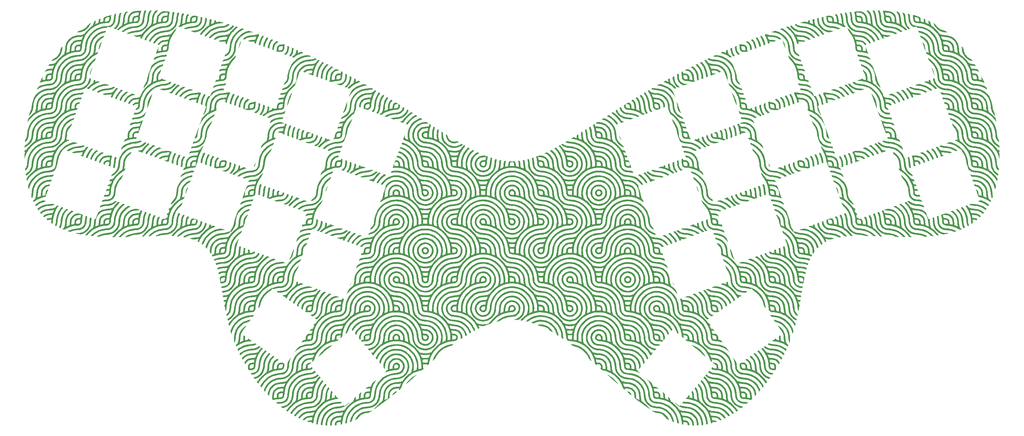
<source format=gts>
%TF.GenerationSoftware,KiCad,Pcbnew,7.0.1-0*%
%TF.CreationDate,2023-04-15T20:18:30-04:00*%
%TF.ProjectId,plate,706c6174-652e-46b6-9963-61645f706362,rev?*%
%TF.SameCoordinates,Original*%
%TF.FileFunction,Soldermask,Top*%
%TF.FilePolarity,Negative*%
%FSLAX46Y46*%
G04 Gerber Fmt 4.6, Leading zero omitted, Abs format (unit mm)*
G04 Created by KiCad (PCBNEW 7.0.1-0) date 2023-04-15 20:18:30*
%MOMM*%
%LPD*%
G01*
G04 APERTURE LIST*
G04 APERTURE END LIST*
G36*
X94443229Y-135363281D02*
G01*
X94410156Y-135396354D01*
X94377083Y-135363281D01*
X94410156Y-135330208D01*
X94443229Y-135363281D01*
G37*
G36*
X103769792Y-118694531D02*
G01*
X103736719Y-118727604D01*
X103703646Y-118694531D01*
X103736719Y-118661458D01*
X103769792Y-118694531D01*
G37*
G36*
X128508333Y-106259115D02*
G01*
X128475260Y-106292188D01*
X128442187Y-106259115D01*
X128475260Y-106226042D01*
X128508333Y-106259115D01*
G37*
G36*
X141803646Y-125309115D02*
G01*
X141770573Y-125342188D01*
X141737500Y-125309115D01*
X141770573Y-125276042D01*
X141803646Y-125309115D01*
G37*
G36*
X162838021Y-169626823D02*
G01*
X162804948Y-169659896D01*
X162771875Y-169626823D01*
X162804948Y-169593750D01*
X162838021Y-169626823D01*
G37*
G36*
X175868750Y-133841927D02*
G01*
X175835677Y-133875000D01*
X175802604Y-133841927D01*
X175835677Y-133808854D01*
X175868750Y-133841927D01*
G37*
G36*
X244197396Y-133841927D02*
G01*
X244164323Y-133875000D01*
X244131250Y-133841927D01*
X244164323Y-133808854D01*
X244197396Y-133841927D01*
G37*
G36*
X278262500Y-125309115D02*
G01*
X278229427Y-125342188D01*
X278196354Y-125309115D01*
X278229427Y-125276042D01*
X278262500Y-125309115D01*
G37*
G36*
X282032812Y-126698177D02*
G01*
X281999740Y-126731250D01*
X281966667Y-126698177D01*
X281999740Y-126665104D01*
X282032812Y-126698177D01*
G37*
G36*
X291557812Y-106259115D02*
G01*
X291524740Y-106292188D01*
X291491667Y-106259115D01*
X291524740Y-106226042D01*
X291557812Y-106259115D01*
G37*
G36*
X291888542Y-107185156D02*
G01*
X291855469Y-107218229D01*
X291822396Y-107185156D01*
X291855469Y-107152083D01*
X291888542Y-107185156D01*
G37*
G36*
X316296354Y-118694531D02*
G01*
X316263281Y-118727604D01*
X316230208Y-118694531D01*
X316263281Y-118661458D01*
X316296354Y-118694531D01*
G37*
G36*
X325622917Y-135363281D02*
G01*
X325589844Y-135396354D01*
X325556771Y-135363281D01*
X325589844Y-135330208D01*
X325622917Y-135363281D01*
G37*
G36*
X103946181Y-118088194D02*
G01*
X103954097Y-118166694D01*
X103946181Y-118176389D01*
X103906857Y-118167309D01*
X103902083Y-118132292D01*
X103926285Y-118077846D01*
X103946181Y-118088194D01*
G37*
G36*
X128155556Y-107107986D02*
G01*
X128163472Y-107186486D01*
X128155556Y-107196181D01*
X128116232Y-107187101D01*
X128111458Y-107152083D01*
X128135660Y-107097638D01*
X128155556Y-107107986D01*
G37*
G36*
X137878993Y-127017882D02*
G01*
X137886909Y-127096382D01*
X137878993Y-127106076D01*
X137839669Y-127096997D01*
X137834896Y-127061979D01*
X137859098Y-127007534D01*
X137878993Y-127017882D01*
G37*
G36*
X137945139Y-126819444D02*
G01*
X137953055Y-126897944D01*
X137945139Y-126907639D01*
X137905815Y-126898559D01*
X137901042Y-126863542D01*
X137925243Y-126809096D01*
X137945139Y-126819444D01*
G37*
G36*
X282076910Y-126819444D02*
G01*
X282084826Y-126897944D01*
X282076910Y-126907639D01*
X282037586Y-126898559D01*
X282032812Y-126863542D01*
X282057014Y-126809096D01*
X282076910Y-126819444D01*
G37*
G36*
X282143056Y-127017882D02*
G01*
X282150972Y-127096382D01*
X282143056Y-127106076D01*
X282103732Y-127096997D01*
X282098958Y-127061979D01*
X282123160Y-127007534D01*
X282143056Y-127017882D01*
G37*
G36*
X316075868Y-118088194D02*
G01*
X316083784Y-118166694D01*
X316075868Y-118176389D01*
X316036544Y-118167309D01*
X316031771Y-118132292D01*
X316055973Y-118077846D01*
X316075868Y-118088194D01*
G37*
G36*
X128416963Y-106413879D02*
G01*
X128400255Y-106490625D01*
X128342155Y-106673743D01*
X128269327Y-106854427D01*
X128213933Y-106968545D01*
X128202829Y-106964246D01*
X128219536Y-106887500D01*
X128277637Y-106704382D01*
X128350465Y-106523698D01*
X128405858Y-106409580D01*
X128416963Y-106413879D01*
G37*
G36*
X291617109Y-106417923D02*
G01*
X291674960Y-106551441D01*
X291715545Y-106663622D01*
X291771990Y-106847516D01*
X291798666Y-106972369D01*
X291796569Y-107001521D01*
X291763099Y-106960202D01*
X291705249Y-106826684D01*
X291664663Y-106714503D01*
X291608218Y-106530609D01*
X291581543Y-106405756D01*
X291583639Y-106376604D01*
X291617109Y-106417923D01*
G37*
G36*
X243928979Y-200281424D02*
G01*
X244249752Y-200455507D01*
X244500548Y-200722952D01*
X244656082Y-201060965D01*
X244694494Y-201221351D01*
X244705871Y-201315289D01*
X244703449Y-201322767D01*
X244648295Y-201290442D01*
X244510859Y-201188206D01*
X244310400Y-201030941D01*
X244066182Y-200833527D01*
X244001930Y-200780783D01*
X243319939Y-200219271D01*
X243562354Y-200219271D01*
X243928979Y-200281424D01*
G37*
G36*
X115904409Y-140776568D02*
G01*
X115851634Y-140947564D01*
X115765957Y-141201425D01*
X115654256Y-141517686D01*
X115544127Y-141819894D01*
X115143864Y-142903906D01*
X115167225Y-142374740D01*
X115220206Y-141896349D01*
X115332701Y-141526122D01*
X115429798Y-141336982D01*
X115554461Y-141132612D01*
X115686390Y-140941381D01*
X115805287Y-140791659D01*
X115890853Y-140711818D01*
X115917408Y-140708901D01*
X115904409Y-140776568D01*
G37*
G36*
X135431545Y-133854193D02*
G01*
X135442577Y-133941146D01*
X135422938Y-134281501D01*
X135310145Y-134593086D01*
X135148028Y-134805003D01*
X135041950Y-134892001D01*
X134996451Y-134907661D01*
X134998088Y-134897364D01*
X135030551Y-134807263D01*
X135095557Y-134625109D01*
X135181468Y-134383543D01*
X135222135Y-134268978D01*
X135315719Y-134010249D01*
X135375899Y-133863674D01*
X135411549Y-133816055D01*
X135431545Y-133854193D01*
G37*
G36*
X256745620Y-168412550D02*
G01*
X256809668Y-168558211D01*
X256895474Y-168776642D01*
X256947005Y-168915755D01*
X257047311Y-169204190D01*
X257107085Y-169401818D01*
X257125791Y-169501306D01*
X257102895Y-169495320D01*
X257037864Y-169376525D01*
X256969798Y-169228686D01*
X256876365Y-168997384D01*
X256794838Y-168760502D01*
X256735514Y-168552831D01*
X256708690Y-168409157D01*
X256714342Y-168365693D01*
X256745620Y-168412550D01*
G37*
G36*
X284610864Y-133867391D02*
G01*
X284669681Y-133989048D01*
X284759225Y-134221545D01*
X284791206Y-134309387D01*
X284880601Y-134564908D01*
X284946485Y-134768939D01*
X284979998Y-134893152D01*
X284981338Y-134917273D01*
X284930053Y-134885934D01*
X284828137Y-134781336D01*
X284788727Y-134735742D01*
X284615902Y-134432002D01*
X284549771Y-134075217D01*
X284557489Y-133908739D01*
X284575792Y-133844609D01*
X284610864Y-133867391D01*
G37*
G36*
X163286246Y-168445022D02*
G01*
X163246999Y-168609410D01*
X163179854Y-168821908D01*
X163096976Y-169045803D01*
X163010534Y-169244376D01*
X162966071Y-169329167D01*
X162888510Y-169455864D01*
X162851291Y-169501635D01*
X162851620Y-169491635D01*
X162905951Y-169319343D01*
X162983004Y-169099477D01*
X163070648Y-168863530D01*
X163156753Y-168642995D01*
X163229186Y-168469363D01*
X163275817Y-168374128D01*
X163285427Y-168365462D01*
X163286246Y-168445022D01*
G37*
G36*
X241258742Y-125876147D02*
G01*
X241346301Y-126088923D01*
X241451363Y-126362116D01*
X241561569Y-126660699D01*
X241649034Y-126911789D01*
X241705728Y-127091241D01*
X241723619Y-127174908D01*
X241722578Y-127177595D01*
X241677788Y-127141679D01*
X241592853Y-127020192D01*
X241531661Y-126918344D01*
X241341191Y-126515363D01*
X241224284Y-126081528D01*
X241191583Y-125871354D01*
X241185496Y-125775132D01*
X241206511Y-125774140D01*
X241258742Y-125876147D01*
G37*
G36*
X274046479Y-160344273D02*
G01*
X274202048Y-160776609D01*
X274339829Y-161166538D01*
X274454113Y-161497316D01*
X274539189Y-161752200D01*
X274589345Y-161914447D01*
X274600044Y-161967317D01*
X274547054Y-161935938D01*
X274436899Y-161827875D01*
X274330374Y-161709022D01*
X274020922Y-161266979D01*
X273764078Y-160740839D01*
X273574063Y-160172079D01*
X273465095Y-159602177D01*
X273447486Y-159133702D01*
X273466927Y-158747217D01*
X274046479Y-160344273D01*
G37*
G36*
X146552514Y-159133672D02*
G01*
X146528434Y-159658305D01*
X146415352Y-160214054D01*
X146226881Y-160762361D01*
X145976634Y-161264670D01*
X145678224Y-161682423D01*
X145636219Y-161728922D01*
X145500482Y-161864708D01*
X145413123Y-161932505D01*
X145393104Y-161920833D01*
X145422643Y-161833146D01*
X145490802Y-161639313D01*
X145591082Y-161357549D01*
X145716983Y-161006066D01*
X145862006Y-160603078D01*
X145977099Y-160284386D01*
X146533073Y-158747158D01*
X146552514Y-159133672D01*
G37*
G36*
X156480608Y-140390151D02*
G01*
X156459623Y-140478701D01*
X156408504Y-140641389D01*
X156323619Y-140889490D01*
X156201334Y-141234279D01*
X156038015Y-141687031D01*
X155956447Y-141911719D01*
X155890685Y-142072533D01*
X155845034Y-142146129D01*
X155831395Y-142129948D01*
X155854000Y-141886700D01*
X155928861Y-141569479D01*
X156041697Y-141218657D01*
X156178230Y-140874604D01*
X156324179Y-140577690D01*
X156446712Y-140390365D01*
X156475093Y-140364464D01*
X156480608Y-140390151D01*
G37*
G36*
X176520007Y-200230071D02*
G01*
X176562657Y-200254129D01*
X176541249Y-200311808D01*
X176444807Y-200415406D01*
X176262353Y-200577220D01*
X176057300Y-200748437D01*
X175756241Y-200995508D01*
X175543262Y-201165678D01*
X175404713Y-201266619D01*
X175326945Y-201306001D01*
X175296309Y-201291494D01*
X175299154Y-201230768D01*
X175313367Y-201166493D01*
X175454144Y-200807074D01*
X175675334Y-200519480D01*
X175956042Y-200319925D01*
X176275374Y-200224627D01*
X176520007Y-200230071D01*
G37*
G36*
X273972270Y-100737011D02*
G01*
X274068354Y-101309091D01*
X274251859Y-101820324D01*
X274489701Y-102245421D01*
X274743940Y-102638778D01*
X274581878Y-102712618D01*
X274421597Y-102770475D01*
X274298749Y-102761564D01*
X274183745Y-102670319D01*
X274046994Y-102481175D01*
X273999251Y-102406120D01*
X273734483Y-101881799D01*
X273545319Y-101288677D01*
X273467040Y-100858968D01*
X273421019Y-100490623D01*
X273675483Y-100388779D01*
X273929948Y-100286936D01*
X273972270Y-100737011D01*
G37*
G36*
X131379139Y-98201901D02*
G01*
X131342572Y-98342002D01*
X131275883Y-98560247D01*
X131186991Y-98833685D01*
X131083815Y-99139361D01*
X130974272Y-99454321D01*
X130866281Y-99755612D01*
X130767761Y-100020282D01*
X130686630Y-100225375D01*
X130630807Y-100347940D01*
X130616344Y-100369767D01*
X130606058Y-100329450D01*
X130613939Y-100189265D01*
X130636719Y-99991886D01*
X130712402Y-99599310D01*
X130828815Y-99197267D01*
X130973339Y-98816907D01*
X131133353Y-98489378D01*
X131296239Y-98245831D01*
X131377666Y-98162898D01*
X131379139Y-98201901D01*
G37*
G36*
X134747416Y-144647462D02*
G01*
X134639829Y-144921354D01*
X134227221Y-144921354D01*
X133607793Y-144968013D01*
X132944190Y-145099427D01*
X132281545Y-145302753D01*
X131664990Y-145565150D01*
X131340688Y-145742731D01*
X130964969Y-145970130D01*
X131055460Y-145713654D01*
X131161893Y-145444912D01*
X131275926Y-145263402D01*
X131434373Y-145129177D01*
X131674047Y-145002290D01*
X131738188Y-144972817D01*
X132332231Y-144749336D01*
X133008450Y-144573738D01*
X133722159Y-144456389D01*
X134121702Y-144419971D01*
X134855004Y-144373570D01*
X134747416Y-144647462D01*
G37*
G36*
X263607822Y-140462274D02*
G01*
X263710593Y-140645194D01*
X263844099Y-140920534D01*
X263932654Y-141139946D01*
X264018011Y-141398960D01*
X264091902Y-141664856D01*
X264146058Y-141904909D01*
X264172213Y-142086398D01*
X264162096Y-142176599D01*
X264161606Y-142177110D01*
X264126211Y-142138228D01*
X264068224Y-142006143D01*
X264028437Y-141893969D01*
X263960799Y-141695234D01*
X263863366Y-141416604D01*
X263751730Y-141102445D01*
X263685930Y-140919531D01*
X263587040Y-140626838D01*
X263543053Y-140453077D01*
X263550978Y-140398228D01*
X263607822Y-140462274D01*
G37*
G36*
X304123285Y-140743490D02*
G01*
X304179657Y-140798278D01*
X304260153Y-140886458D01*
X304560490Y-141313199D01*
X304755745Y-141814761D01*
X304840371Y-142356894D01*
X304851398Y-142598383D01*
X304854009Y-142778792D01*
X304847915Y-142866509D01*
X304845087Y-142870257D01*
X304815712Y-142811088D01*
X304750557Y-142647868D01*
X304657531Y-142401414D01*
X304544544Y-142092543D01*
X304461789Y-141861533D01*
X304311461Y-141438412D01*
X304202256Y-141127216D01*
X304131506Y-140915034D01*
X304096540Y-140788959D01*
X304094690Y-140736080D01*
X304123285Y-140743490D01*
G37*
G36*
X329380558Y-98773740D02*
G01*
X329661691Y-99106168D01*
X329862940Y-99489950D01*
X329994457Y-99949800D01*
X330059751Y-100427518D01*
X330082011Y-100708181D01*
X330095965Y-100934630D01*
X330100066Y-101077929D01*
X330096455Y-101113094D01*
X330068255Y-101061660D01*
X330004031Y-100905976D01*
X329911763Y-100666549D01*
X329799429Y-100363888D01*
X329724762Y-100157813D01*
X329592470Y-99791059D01*
X329464949Y-99440321D01*
X329353800Y-99137315D01*
X329270624Y-98913757D01*
X329246669Y-98850781D01*
X329119246Y-98520052D01*
X329380558Y-98773740D01*
G37*
G36*
X146144628Y-100298603D02*
G01*
X146286338Y-100362661D01*
X146338140Y-100387128D01*
X146577643Y-100501339D01*
X146532290Y-100864326D01*
X146407381Y-101469556D01*
X146195336Y-102043945D01*
X146000749Y-102406120D01*
X145861121Y-102618137D01*
X145754716Y-102732804D01*
X145648843Y-102767474D01*
X145510816Y-102739500D01*
X145427574Y-102710393D01*
X145248116Y-102644771D01*
X145479511Y-102296266D01*
X145786480Y-101729343D01*
X145967813Y-101136639D01*
X146019647Y-100752474D01*
X146039995Y-100519957D01*
X146060029Y-100349556D01*
X146075802Y-100274053D01*
X146077355Y-100272917D01*
X146144628Y-100298603D01*
G37*
G36*
X156430859Y-105136469D02*
G01*
X156658635Y-105245088D01*
X156259135Y-105659792D01*
X155769259Y-106258608D01*
X155396178Y-106917669D01*
X155138849Y-107639396D01*
X154996231Y-108426212D01*
X154978264Y-108635038D01*
X154953181Y-108913604D01*
X154921492Y-109136937D01*
X154887980Y-109276025D01*
X154867448Y-109307521D01*
X154762602Y-109298375D01*
X154611506Y-109255094D01*
X154421711Y-109186317D01*
X154468687Y-108585812D01*
X154589406Y-107772554D01*
X154816972Y-107008816D01*
X155145048Y-106308998D01*
X155567295Y-105687503D01*
X155909322Y-105312753D01*
X156203082Y-105027850D01*
X156430859Y-105136469D01*
G37*
G36*
X239815389Y-119365203D02*
G01*
X240602564Y-120026922D01*
X241294564Y-120780417D01*
X241504832Y-121053081D01*
X241690919Y-121297638D01*
X241834729Y-121458827D01*
X241967549Y-121563230D01*
X242120668Y-121637429D01*
X242244674Y-121681645D01*
X242610965Y-121803742D01*
X242122137Y-121979553D01*
X241633309Y-122155365D01*
X241312719Y-121648646D01*
X241065898Y-121304973D01*
X240741778Y-120920639D01*
X240370457Y-120526144D01*
X239982033Y-120151986D01*
X239606603Y-119828664D01*
X239284066Y-119592941D01*
X238835580Y-119304770D01*
X239069246Y-119145989D01*
X239302913Y-118987208D01*
X239815389Y-119365203D01*
G37*
G36*
X87531065Y-93268159D02*
G01*
X87339697Y-93718214D01*
X87047601Y-94176764D01*
X86680792Y-94614402D01*
X86265285Y-95001718D01*
X85827098Y-95309303D01*
X85635412Y-95411045D01*
X85087659Y-95626289D01*
X84512824Y-95772903D01*
X83964314Y-95837932D01*
X83866920Y-95839997D01*
X83510143Y-95841146D01*
X83823879Y-95601591D01*
X84198319Y-95383030D01*
X84577531Y-95263209D01*
X85230364Y-95056225D01*
X85801582Y-94748233D01*
X86286658Y-94342216D01*
X86640242Y-93903857D01*
X86904378Y-93569666D01*
X87191389Y-93334922D01*
X87246797Y-93301419D01*
X87579221Y-93109495D01*
X87531065Y-93268159D01*
G37*
G36*
X129405179Y-134030987D02*
G01*
X129559726Y-134080929D01*
X129686943Y-134133187D01*
X129742566Y-134200836D01*
X129746082Y-134327468D01*
X129729763Y-134461268D01*
X129571179Y-135175479D01*
X129297467Y-135837600D01*
X128915409Y-136432443D01*
X128772699Y-136604600D01*
X128578598Y-136800432D01*
X128411863Y-136894807D01*
X128233388Y-136900648D01*
X128043165Y-136845625D01*
X127875654Y-136783985D01*
X128274676Y-136371290D01*
X128666511Y-135893840D01*
X128964310Y-135377599D01*
X129157348Y-134846148D01*
X129234898Y-134323069D01*
X129235937Y-134257978D01*
X129244485Y-134092323D01*
X129290642Y-134022268D01*
X129405179Y-134030987D01*
G37*
G36*
X274643432Y-122884009D02*
G01*
X274716897Y-123028159D01*
X274796639Y-123201469D01*
X274974909Y-123689694D01*
X275121186Y-124260144D01*
X275224479Y-124864430D01*
X275263704Y-125257402D01*
X275305614Y-125867148D01*
X275126105Y-125935397D01*
X274953523Y-125991114D01*
X274863475Y-125971904D01*
X274817664Y-125856702D01*
X274799226Y-125755599D01*
X274771799Y-125518592D01*
X274757891Y-125259984D01*
X274757499Y-125223644D01*
X274708439Y-124696054D01*
X274563378Y-124084089D01*
X274321757Y-123385623D01*
X274185201Y-123051503D01*
X274221513Y-122991805D01*
X274335834Y-122917731D01*
X274480051Y-122854831D01*
X274604917Y-122828646D01*
X274643432Y-122884009D01*
G37*
G36*
X288526389Y-114835191D02*
G01*
X288857821Y-115323556D01*
X289123387Y-115897065D01*
X289309134Y-116519179D01*
X289398753Y-117119245D01*
X289412496Y-117343919D01*
X289403293Y-117472580D01*
X289358263Y-117541126D01*
X289264527Y-117585451D01*
X289226676Y-117598802D01*
X289073076Y-117647772D01*
X288979775Y-117669230D01*
X288978079Y-117669271D01*
X288952397Y-117608347D01*
X288924482Y-117446087D01*
X288899185Y-117213255D01*
X288892048Y-117123568D01*
X288793965Y-116470520D01*
X288594610Y-115889888D01*
X288284701Y-115359014D01*
X288047120Y-115060963D01*
X287839283Y-114824251D01*
X288091037Y-114719061D01*
X288342790Y-114613872D01*
X288526389Y-114835191D01*
G37*
G36*
X288728056Y-98289967D02*
G01*
X288860756Y-98504009D01*
X288999143Y-98766255D01*
X289122989Y-99038816D01*
X289200869Y-99247656D01*
X289254601Y-99440215D01*
X289303958Y-99661392D01*
X289345989Y-99888642D01*
X289377744Y-100099417D01*
X289396275Y-100271171D01*
X289398632Y-100381357D01*
X289381865Y-100407429D01*
X289343025Y-100326839D01*
X289341484Y-100322526D01*
X289310124Y-100235584D01*
X289241597Y-100046401D01*
X289143918Y-99777076D01*
X289025099Y-99449704D01*
X288920983Y-99162992D01*
X288799827Y-98820009D01*
X288704265Y-98530754D01*
X288639702Y-98313278D01*
X288611541Y-98185626D01*
X288621274Y-98162019D01*
X288728056Y-98289967D01*
G37*
G36*
X305887329Y-111790194D02*
G01*
X306132878Y-111956871D01*
X306408019Y-112176791D01*
X306698079Y-112434269D01*
X306988386Y-112713619D01*
X307264269Y-112999152D01*
X307511054Y-113275184D01*
X307714069Y-113526026D01*
X307858644Y-113735993D01*
X307930104Y-113889398D01*
X307921267Y-113964755D01*
X307816058Y-114023478D01*
X307695599Y-114063113D01*
X307611424Y-114071030D01*
X307527449Y-114038540D01*
X307423482Y-113948618D01*
X307279330Y-113784237D01*
X307101194Y-113561923D01*
X306503601Y-112909725D01*
X305810122Y-112348359D01*
X305358627Y-112061452D01*
X304905015Y-111798677D01*
X305208876Y-111682632D01*
X305512736Y-111566587D01*
X305887329Y-111790194D01*
G37*
G36*
X88117324Y-106043386D02*
G01*
X88064536Y-106208756D01*
X87982136Y-106450561D01*
X87878696Y-106745142D01*
X87762786Y-107068837D01*
X87642975Y-107397986D01*
X87527835Y-107708931D01*
X87425935Y-107978010D01*
X87345846Y-108181564D01*
X87296138Y-108295932D01*
X87286786Y-108311304D01*
X87278662Y-108272557D01*
X87294306Y-108133439D01*
X87330327Y-107923051D01*
X87334697Y-107900350D01*
X87396780Y-107617914D01*
X87469224Y-107341284D01*
X87524677Y-107164724D01*
X87594617Y-106992676D01*
X87694656Y-106773953D01*
X87810144Y-106537187D01*
X87926426Y-106311011D01*
X88028851Y-106124056D01*
X88102765Y-106004954D01*
X88131931Y-105978111D01*
X88117324Y-106043386D01*
G37*
G36*
X90803336Y-98718490D02*
G01*
X90755962Y-98845252D01*
X90672771Y-99071407D01*
X90562915Y-99371934D01*
X90435545Y-99721813D01*
X90332082Y-100006928D01*
X90202076Y-100362605D01*
X90086341Y-100673412D01*
X89992767Y-100918628D01*
X89929244Y-101077532D01*
X89904822Y-101129206D01*
X89894041Y-101085614D01*
X89895765Y-100940635D01*
X89909522Y-100724534D01*
X89911500Y-100700663D01*
X89946639Y-100315469D01*
X89981038Y-100030776D01*
X90021270Y-99814998D01*
X90073909Y-99636548D01*
X90145528Y-99463838D01*
X90186944Y-99377035D01*
X90336018Y-99125249D01*
X90522996Y-98877360D01*
X90618868Y-98773740D01*
X90879606Y-98520052D01*
X90803336Y-98718490D01*
G37*
G36*
X98291143Y-113120567D02*
G01*
X98307446Y-113127450D01*
X98500570Y-113209871D01*
X98065751Y-113520151D01*
X97480655Y-114017380D01*
X96993183Y-114603654D01*
X96673596Y-115137867D01*
X96520212Y-115421151D01*
X96398415Y-115594319D01*
X96290830Y-115670151D01*
X96180082Y-115661429D01*
X96059908Y-115589300D01*
X96002677Y-115539183D01*
X95980935Y-115479962D01*
X96000822Y-115385441D01*
X96068476Y-115229424D01*
X96190039Y-114985715D01*
X96211062Y-114944378D01*
X96553288Y-114364694D01*
X96954715Y-113841838D01*
X97388978Y-113408956D01*
X97511362Y-113309547D01*
X97745788Y-113143655D01*
X97927310Y-113062942D01*
X98095802Y-113058286D01*
X98291143Y-113120567D01*
G37*
G36*
X247298761Y-137187998D02*
G01*
X247489180Y-137308967D01*
X247715035Y-137484971D01*
X248186054Y-137916429D01*
X248642399Y-138428052D01*
X249041392Y-138970715D01*
X249137493Y-139122308D01*
X249266044Y-139350167D01*
X249312702Y-139496903D01*
X249275200Y-139587041D01*
X249151270Y-139645103D01*
X249087565Y-139662260D01*
X248995296Y-139672548D01*
X248913740Y-139637766D01*
X248819627Y-139537437D01*
X248689689Y-139351083D01*
X248630085Y-139259650D01*
X248264762Y-138763104D01*
X247827997Y-138279032D01*
X247360395Y-137849586D01*
X247033361Y-137601926D01*
X246569769Y-137285167D01*
X246789181Y-137205689D01*
X246982731Y-137146606D01*
X247141268Y-137137293D01*
X247298761Y-137187998D01*
G37*
G36*
X76612048Y-145691514D02*
G01*
X76870127Y-145767287D01*
X77189474Y-145891633D01*
X76903200Y-145999290D01*
X76250409Y-146184922D01*
X75657812Y-146243154D01*
X74886193Y-146310880D01*
X74127688Y-146499156D01*
X73407424Y-146799066D01*
X72750529Y-147201694D01*
X72574239Y-147337394D01*
X72368008Y-147504510D01*
X72255020Y-147332068D01*
X72184121Y-147192769D01*
X72187444Y-147074079D01*
X72277460Y-146949312D01*
X72466642Y-146791780D01*
X72529203Y-146745388D01*
X73180598Y-146348502D01*
X73916054Y-146047498D01*
X74724839Y-145845982D01*
X75479398Y-145754421D01*
X75778081Y-145732181D01*
X76056606Y-145707471D01*
X76266002Y-145684744D01*
X76306220Y-145679247D01*
X76612048Y-145691514D01*
G37*
G36*
X105994052Y-128695638D02*
G01*
X106156320Y-128762890D01*
X106239089Y-128821621D01*
X106238953Y-128844460D01*
X106161815Y-128902326D01*
X106006150Y-129014141D01*
X105802056Y-129158340D01*
X105747020Y-129196904D01*
X105235081Y-129604169D01*
X104744905Y-130085049D01*
X104321226Y-130594041D01*
X104190237Y-130780441D01*
X104047224Y-130987310D01*
X103929584Y-131142321D01*
X103857304Y-131219626D01*
X103847394Y-131223794D01*
X103760352Y-131195503D01*
X103621824Y-131138152D01*
X103440784Y-131057882D01*
X103684923Y-130645189D01*
X103926671Y-130290364D01*
X104246112Y-129898733D01*
X104610384Y-129506154D01*
X104986630Y-129148479D01*
X105272721Y-128912658D01*
X105694311Y-128593507D01*
X105994052Y-128695638D01*
G37*
G36*
X123218434Y-131768861D02*
G01*
X123364729Y-131830210D01*
X123443131Y-131882486D01*
X123443553Y-131883142D01*
X123424956Y-131958105D01*
X123347989Y-132106141D01*
X123254109Y-132256968D01*
X123015941Y-132677446D01*
X122848902Y-133126109D01*
X122742148Y-133638426D01*
X122695185Y-134084870D01*
X122671784Y-134378013D01*
X122648405Y-134618458D01*
X122628058Y-134777982D01*
X122615858Y-134828509D01*
X122543350Y-134823486D01*
X122399396Y-134776065D01*
X122363875Y-134761606D01*
X122139469Y-134667204D01*
X122183843Y-134079385D01*
X122285306Y-133334225D01*
X122472552Y-132679901D01*
X122749922Y-132102998D01*
X122896066Y-131878103D01*
X122997648Y-131759529D01*
X123100238Y-131736092D01*
X123218434Y-131768861D01*
G37*
G36*
X138315757Y-140459829D02*
G01*
X138387025Y-140485739D01*
X138550891Y-140548041D01*
X138385959Y-141064515D01*
X138261299Y-141575049D01*
X138176793Y-142194634D01*
X138161525Y-142374740D01*
X138124222Y-142822441D01*
X138084781Y-143152056D01*
X138036886Y-143377724D01*
X137974221Y-143513582D01*
X137890468Y-143573770D01*
X137779311Y-143572427D01*
X137646081Y-143528463D01*
X137534238Y-143449405D01*
X137534942Y-143349965D01*
X137557487Y-143241082D01*
X137585568Y-143030872D01*
X137615546Y-142749978D01*
X137642845Y-142440885D01*
X137711733Y-141793774D01*
X137807854Y-141257539D01*
X137935023Y-140812856D01*
X137994754Y-140657924D01*
X138078150Y-140491834D01*
X138169880Y-140432506D01*
X138315757Y-140459829D01*
G37*
G36*
X182088150Y-119884141D02*
G01*
X182214896Y-119938269D01*
X182288717Y-119987096D01*
X182496513Y-120135059D01*
X182028694Y-120381229D01*
X181351490Y-120802784D01*
X180714861Y-121325079D01*
X180154908Y-121916639D01*
X179923360Y-122216797D01*
X179782041Y-122412124D01*
X179674386Y-122556947D01*
X179619711Y-122625382D01*
X179616720Y-122627619D01*
X179555627Y-122602440D01*
X179418875Y-122543725D01*
X179387412Y-122530078D01*
X179168834Y-122435126D01*
X179448530Y-122020037D01*
X179764503Y-121607739D01*
X180161299Y-121175748D01*
X180600477Y-120761616D01*
X181043595Y-120402894D01*
X181253751Y-120256613D01*
X181560788Y-120062303D01*
X181785758Y-119939735D01*
X181953325Y-119882489D01*
X182088150Y-119884141D01*
G37*
G36*
X265546340Y-150669877D02*
G01*
X265559437Y-150825206D01*
X265563285Y-150990234D01*
X265629044Y-151585603D01*
X265817752Y-152165683D01*
X266120242Y-152708349D01*
X266437315Y-153099954D01*
X266769517Y-153451209D01*
X266579420Y-153520796D01*
X266416879Y-153579896D01*
X266309477Y-153618329D01*
X266226300Y-153587498D01*
X266092829Y-153478933D01*
X265972990Y-153354717D01*
X265705169Y-152991312D01*
X265462211Y-152551908D01*
X265259808Y-152075392D01*
X265113649Y-151600648D01*
X265039424Y-151166563D01*
X265033333Y-151025888D01*
X265051825Y-150866471D01*
X265132314Y-150770471D01*
X265262719Y-150705739D01*
X265420443Y-150643397D01*
X265518715Y-150611131D01*
X265527303Y-150609896D01*
X265546340Y-150669877D01*
G37*
G36*
X279898541Y-97846600D02*
G01*
X280016582Y-97921954D01*
X280158125Y-98085649D01*
X280276398Y-98247041D01*
X280576901Y-98747985D01*
X280802350Y-99289701D01*
X280934910Y-99826637D01*
X280953582Y-99976566D01*
X280991836Y-100386216D01*
X280774849Y-100461858D01*
X280626347Y-100512315D01*
X280546299Y-100537005D01*
X280543205Y-100537500D01*
X280528714Y-100477701D01*
X280505815Y-100322243D01*
X280483781Y-100141829D01*
X280383436Y-99626926D01*
X280208460Y-99124996D01*
X279975040Y-98671977D01*
X279699366Y-98303812D01*
X279619757Y-98223587D01*
X279491959Y-98090256D01*
X279468147Y-98005983D01*
X279548513Y-97937809D01*
X279621602Y-97902284D01*
X279776161Y-97844929D01*
X279898541Y-97846600D01*
G37*
G36*
X282313932Y-116855582D02*
G01*
X282339841Y-116931153D01*
X282357792Y-117100258D01*
X282363542Y-117295475D01*
X282428368Y-117929567D01*
X282617781Y-118538462D01*
X282924179Y-119102225D01*
X283176846Y-119428652D01*
X283432458Y-119719042D01*
X283245266Y-119787525D01*
X283084687Y-119845857D01*
X282980958Y-119882907D01*
X282902349Y-119849251D01*
X282777362Y-119734498D01*
X282663507Y-119601324D01*
X282346178Y-119111969D01*
X282092940Y-118555931D01*
X281918855Y-117975273D01*
X281838984Y-117412055D01*
X281835524Y-117289122D01*
X281845645Y-117105260D01*
X281897378Y-117002601D01*
X282019816Y-116930653D01*
X282049349Y-116918014D01*
X282205831Y-116864891D01*
X282307139Y-116853067D01*
X282313932Y-116855582D01*
G37*
G36*
X297024179Y-131778254D02*
G01*
X297103934Y-131878103D01*
X297421069Y-132426409D01*
X297645834Y-133045848D01*
X297782499Y-133749752D01*
X297816896Y-134104727D01*
X297859253Y-134707302D01*
X297620685Y-134780521D01*
X297464071Y-134822278D01*
X297391154Y-134802892D01*
X297359504Y-134701134D01*
X297350829Y-134645490D01*
X297331608Y-134479024D01*
X297309473Y-134229848D01*
X297288740Y-133947346D01*
X297285796Y-133901632D01*
X297181768Y-133237200D01*
X296957193Y-132626070D01*
X296745891Y-132256968D01*
X296634418Y-132075266D01*
X296566774Y-131937945D01*
X296556447Y-131883142D01*
X296633155Y-131831284D01*
X296778759Y-131769843D01*
X296781566Y-131768861D01*
X296927569Y-131734187D01*
X297024179Y-131778254D01*
G37*
G36*
X299595900Y-130830495D02*
G01*
X299703011Y-130973022D01*
X299825120Y-131204017D01*
X299954705Y-131503296D01*
X300084246Y-131850673D01*
X300206221Y-132225966D01*
X300313109Y-132608991D01*
X300397388Y-132979562D01*
X300451539Y-133317496D01*
X300451932Y-133320902D01*
X300498541Y-133725918D01*
X300284712Y-133800459D01*
X300098325Y-133857915D01*
X300001118Y-133847846D01*
X299964115Y-133748262D01*
X299958333Y-133552752D01*
X299929677Y-133227633D01*
X299851069Y-132824941D01*
X299733550Y-132384497D01*
X299588164Y-131946120D01*
X299425952Y-131549629D01*
X299371520Y-131436566D01*
X299106400Y-130910781D01*
X299261638Y-130871818D01*
X299424636Y-130825820D01*
X299511308Y-130796619D01*
X299595900Y-130830495D01*
G37*
G36*
X322239729Y-113135036D02*
G01*
X322468972Y-113294435D01*
X322488638Y-113309547D01*
X322903749Y-113687878D01*
X323302332Y-114160113D01*
X323654027Y-114688590D01*
X323771632Y-114901246D01*
X323919155Y-115195324D01*
X324001724Y-115396207D01*
X324022473Y-115524126D01*
X323984538Y-115599311D01*
X323891052Y-115641991D01*
X323886589Y-115643205D01*
X323761868Y-115670254D01*
X323668407Y-115659652D01*
X323585025Y-115592291D01*
X323490539Y-115449063D01*
X323363767Y-115210861D01*
X323326404Y-115137867D01*
X322919184Y-114482001D01*
X322412411Y-113912941D01*
X321934249Y-113520151D01*
X321499430Y-113209871D01*
X321692554Y-113127450D01*
X321891397Y-113060665D01*
X322060497Y-113060153D01*
X322239729Y-113135036D01*
G37*
G36*
X331906946Y-106019759D02*
G01*
X331987006Y-106152444D01*
X332093035Y-106348134D01*
X332210379Y-106578236D01*
X332324387Y-106814157D01*
X332420404Y-107027305D01*
X332475323Y-107164724D01*
X332531179Y-107344314D01*
X332590930Y-107573949D01*
X332647617Y-107820635D01*
X332694280Y-108051381D01*
X332723958Y-108233194D01*
X332729690Y-108333081D01*
X332723833Y-108342708D01*
X332680263Y-108291503D01*
X332667005Y-108260026D01*
X332635691Y-108173220D01*
X332567157Y-107984029D01*
X332469362Y-107714403D01*
X332350269Y-107386294D01*
X332242111Y-107088471D01*
X332115108Y-106734583D01*
X332007428Y-106426342D01*
X331925939Y-106184091D01*
X331877508Y-106028175D01*
X331867508Y-105978673D01*
X331906946Y-106019759D01*
G37*
G36*
X91108556Y-130730005D02*
G01*
X91165675Y-130751675D01*
X91482622Y-130876173D01*
X90973096Y-131118146D01*
X90457351Y-131426095D01*
X89998207Y-131823960D01*
X89623338Y-132284719D01*
X89427090Y-132627686D01*
X89324122Y-132857606D01*
X89249390Y-133050855D01*
X89217909Y-133168303D01*
X89217708Y-133173389D01*
X89165868Y-133257978D01*
X89022170Y-133266611D01*
X88840992Y-133212820D01*
X88742772Y-133150676D01*
X88730078Y-133048139D01*
X88750886Y-132962215D01*
X88948546Y-132461403D01*
X89243017Y-131960339D01*
X89605490Y-131500257D01*
X90007158Y-131122391D01*
X90069238Y-131075181D01*
X90360398Y-130868977D01*
X90580457Y-130740047D01*
X90758868Y-130679702D01*
X90925083Y-130679251D01*
X91108556Y-130730005D01*
G37*
G36*
X96632697Y-112520788D02*
G01*
X96769102Y-112570249D01*
X96945236Y-112634528D01*
X96488612Y-113105877D01*
X96186120Y-113450190D01*
X95884239Y-113850146D01*
X95608587Y-114267511D01*
X95384783Y-114664050D01*
X95261623Y-114937084D01*
X95173584Y-115123407D01*
X95070942Y-115202634D01*
X94912502Y-115197262D01*
X94823568Y-115176279D01*
X94740151Y-115131519D01*
X94716022Y-115041117D01*
X94752921Y-114882708D01*
X94852587Y-114633925D01*
X94868597Y-114597502D01*
X95014106Y-114307156D01*
X95202357Y-113988311D01*
X95419203Y-113659153D01*
X95650497Y-113337865D01*
X95882093Y-113042631D01*
X96099844Y-112791635D01*
X96289603Y-112603062D01*
X96437223Y-112495094D01*
X96516491Y-112479317D01*
X96632697Y-112520788D01*
G37*
G36*
X130518628Y-114200730D02*
G01*
X130666296Y-114253949D01*
X130720518Y-114332191D01*
X130683314Y-114460210D01*
X130556707Y-114662757D01*
X130556390Y-114663217D01*
X130292139Y-115111036D01*
X130067265Y-115615563D01*
X129895773Y-116136118D01*
X129791667Y-116632023D01*
X129766253Y-116958203D01*
X129758369Y-117121383D01*
X129716539Y-117188221D01*
X129610496Y-117172958D01*
X129449701Y-117107126D01*
X129315860Y-117039371D01*
X129260854Y-116960687D01*
X129262046Y-116822238D01*
X129274603Y-116729377D01*
X129394185Y-116094285D01*
X129564842Y-115529709D01*
X129801962Y-114982173D01*
X129978179Y-114639729D01*
X130119740Y-114404882D01*
X130240751Y-114262254D01*
X130355314Y-114196466D01*
X130477536Y-114192137D01*
X130518628Y-114200730D01*
G37*
G36*
X144848161Y-99764203D02*
G01*
X144998835Y-99814327D01*
X145023559Y-99823184D01*
X145135018Y-99873848D01*
X145205390Y-99945185D01*
X145238532Y-100060803D01*
X145238300Y-100244307D01*
X145208548Y-100519306D01*
X145175714Y-100754789D01*
X145037204Y-101299598D01*
X144793173Y-101796613D01*
X144575042Y-102089485D01*
X144444042Y-102234937D01*
X144351271Y-102297854D01*
X144244790Y-102290137D01*
X144072664Y-102223688D01*
X144042924Y-102211424D01*
X143801733Y-102112267D01*
X144064599Y-101874784D01*
X144346927Y-101565597D01*
X144539692Y-101217445D01*
X144654663Y-100802236D01*
X144700993Y-100355599D01*
X144717245Y-100089533D01*
X144736980Y-99881940D01*
X144757066Y-99761914D01*
X144766865Y-99743750D01*
X144848161Y-99764203D01*
G37*
G36*
X155038296Y-104446156D02*
G01*
X155149253Y-104497407D01*
X155364911Y-104609574D01*
X155050034Y-104982626D01*
X154621319Y-105563576D01*
X154256292Y-106205160D01*
X153966281Y-106879004D01*
X153762612Y-107556736D01*
X153656612Y-108209983D01*
X153643750Y-108505284D01*
X153635682Y-108703962D01*
X153614848Y-108834274D01*
X153594141Y-108865122D01*
X153502737Y-108842024D01*
X153344698Y-108794445D01*
X153322162Y-108787287D01*
X153099794Y-108716204D01*
X153143636Y-108271271D01*
X153277103Y-107472197D01*
X153513247Y-106673626D01*
X153838422Y-105911589D01*
X154238985Y-105222115D01*
X154366748Y-105041631D01*
X154577254Y-104761607D01*
X154730192Y-104575589D01*
X154845032Y-104470036D01*
X154941243Y-104431405D01*
X155038296Y-104446156D01*
G37*
G36*
X163090572Y-108601349D02*
G01*
X163172035Y-108642063D01*
X163282553Y-108719780D01*
X163346318Y-108829043D01*
X163365557Y-108992888D01*
X163342491Y-109234350D01*
X163279348Y-109576466D01*
X163267678Y-109632552D01*
X163083606Y-110233989D01*
X162797787Y-110812836D01*
X162433104Y-111325172D01*
X162320916Y-111449739D01*
X162101651Y-111666816D01*
X161932353Y-111790726D01*
X161782129Y-111833001D01*
X161620080Y-111805175D01*
X161498089Y-111756875D01*
X161315709Y-111676058D01*
X161688828Y-111353931D01*
X162117237Y-110906908D01*
X162456722Y-110392020D01*
X162695340Y-109834103D01*
X162821145Y-109257995D01*
X162838021Y-108964126D01*
X162844948Y-108718056D01*
X162877539Y-108586957D01*
X162953508Y-108553748D01*
X163090572Y-108601349D01*
G37*
G36*
X166019442Y-154812289D02*
G01*
X166362471Y-154926225D01*
X165851048Y-155193161D01*
X165408444Y-155467777D01*
X164964807Y-155820421D01*
X164555736Y-156217943D01*
X164216832Y-156627194D01*
X164068996Y-156852501D01*
X163942441Y-157059837D01*
X163839008Y-157212696D01*
X163777608Y-157283523D01*
X163771881Y-157285403D01*
X163686125Y-157261075D01*
X163544690Y-157212279D01*
X163446384Y-157168811D01*
X163400329Y-157112325D01*
X163410441Y-157019064D01*
X163480636Y-156865272D01*
X163614830Y-156627194D01*
X163651518Y-156564250D01*
X163842321Y-156290235D01*
X164111176Y-155973009D01*
X164426773Y-155643804D01*
X164757804Y-155333850D01*
X165072960Y-155074379D01*
X165300243Y-154919619D01*
X165676413Y-154698353D01*
X166019442Y-154812289D01*
G37*
G36*
X257075485Y-133501874D02*
G01*
X257091343Y-133573913D01*
X257114464Y-133748368D01*
X257141235Y-133995808D01*
X257158733Y-134180167D01*
X257255047Y-134829071D01*
X257421630Y-135379856D01*
X257665166Y-135850408D01*
X257896204Y-136154466D01*
X258100451Y-136387090D01*
X257912335Y-136455924D01*
X257752329Y-136514047D01*
X257649158Y-136550868D01*
X257571444Y-136516544D01*
X257454409Y-136400209D01*
X257376904Y-136300859D01*
X257053695Y-135752968D01*
X256813408Y-135145295D01*
X256669502Y-134518803D01*
X256632813Y-134036254D01*
X256636163Y-133809499D01*
X256656593Y-133678872D01*
X256709668Y-133608221D01*
X256810954Y-133561392D01*
X256841976Y-133550443D01*
X256990085Y-133507539D01*
X257072632Y-133500055D01*
X257075485Y-133501874D01*
G37*
G36*
X265153065Y-104467290D02*
G01*
X265265915Y-104573556D01*
X265419790Y-104761506D01*
X265578835Y-104969271D01*
X266004348Y-105622448D01*
X266361488Y-106359484D01*
X266635979Y-107143511D01*
X266813542Y-107937663D01*
X266855957Y-108267145D01*
X266899393Y-108707953D01*
X266672735Y-108789914D01*
X266511544Y-108844117D01*
X266408940Y-108871178D01*
X266401163Y-108871875D01*
X266376643Y-108812020D01*
X266360330Y-108657518D01*
X266356250Y-108505284D01*
X266301831Y-107881570D01*
X266146661Y-107219110D01*
X265902867Y-106548145D01*
X265582577Y-105898915D01*
X265197920Y-105301661D01*
X264944031Y-104983999D01*
X264623218Y-104615713D01*
X264844812Y-104500838D01*
X264964099Y-104444706D01*
X265059655Y-104428932D01*
X265153065Y-104467290D01*
G37*
G36*
X273345936Y-123345089D02*
G01*
X273430685Y-123426543D01*
X273513767Y-123591669D01*
X273609304Y-123857871D01*
X273670596Y-124048355D01*
X273817596Y-124622737D01*
X273922669Y-125288650D01*
X273981865Y-125948677D01*
X273990450Y-126165397D01*
X273972928Y-126289047D01*
X273917883Y-126358030D01*
X273849151Y-126395161D01*
X273671321Y-126454943D01*
X273542061Y-126459842D01*
X273497974Y-126417057D01*
X273451737Y-125667685D01*
X273378495Y-125038465D01*
X273276888Y-124519767D01*
X273186587Y-124212740D01*
X273094128Y-123949478D01*
X273013388Y-123725763D01*
X272957369Y-123577396D01*
X272944991Y-123547597D01*
X272942991Y-123460809D01*
X273043324Y-123391125D01*
X273114963Y-123363597D01*
X273245402Y-123329908D01*
X273345936Y-123345089D01*
G37*
G36*
X285878298Y-144419971D02*
G01*
X286351770Y-144467520D01*
X286836061Y-144547493D01*
X287310129Y-144653395D01*
X287752931Y-144778735D01*
X288143426Y-144917017D01*
X288460571Y-145061751D01*
X288683324Y-145206441D01*
X288777791Y-145314686D01*
X288833476Y-145434806D01*
X288901483Y-145601863D01*
X288966501Y-145774899D01*
X289013219Y-145912954D01*
X289026324Y-145975068D01*
X289024800Y-145975442D01*
X288966692Y-145940271D01*
X288831766Y-145854353D01*
X288713542Y-145777985D01*
X288225462Y-145511812D01*
X287650807Y-145280316D01*
X287033485Y-145096379D01*
X286417404Y-144972882D01*
X285846475Y-144922707D01*
X285796622Y-144922223D01*
X285360171Y-144921354D01*
X285252584Y-144647462D01*
X285144996Y-144373570D01*
X285878298Y-144419971D01*
G37*
G36*
X290724816Y-134030720D02*
G01*
X290759671Y-134121127D01*
X290764062Y-134257978D01*
X290798052Y-134587863D01*
X290889854Y-134973528D01*
X291024218Y-135360470D01*
X291145975Y-135622913D01*
X291281226Y-135833708D01*
X291475751Y-136085390D01*
X291691457Y-136329291D01*
X291729771Y-136368790D01*
X292134446Y-136778987D01*
X291935477Y-136848348D01*
X291727041Y-136904557D01*
X291566854Y-136892414D01*
X291414582Y-136798036D01*
X291229891Y-136607541D01*
X291227301Y-136604600D01*
X290812296Y-136034266D01*
X290503487Y-135391839D01*
X290307654Y-134692504D01*
X290270237Y-134461268D01*
X290250430Y-134273270D01*
X290270124Y-134172450D01*
X290348809Y-134115217D01*
X290440274Y-134080929D01*
X290628607Y-134022930D01*
X290724816Y-134030720D01*
G37*
G36*
X290944544Y-113725668D02*
G01*
X291075879Y-113835595D01*
X291224946Y-114052701D01*
X291341837Y-114262760D01*
X291572031Y-114750225D01*
X291767764Y-115266896D01*
X291914131Y-115768249D01*
X291996223Y-116209758D01*
X291997491Y-116221186D01*
X292037712Y-116592112D01*
X291820964Y-116667671D01*
X291675046Y-116717889D01*
X291599882Y-116742498D01*
X291597551Y-116743008D01*
X291582968Y-116682695D01*
X291549324Y-116520975D01*
X291502467Y-116286367D01*
X291473456Y-116137996D01*
X291278347Y-115387088D01*
X290997698Y-114673471D01*
X290766434Y-114233172D01*
X290653203Y-114035414D01*
X290602745Y-113917748D01*
X290608426Y-113847640D01*
X290663618Y-113792558D01*
X290674921Y-113784191D01*
X290815903Y-113712130D01*
X290944544Y-113725668D01*
G37*
G36*
X329492448Y-130792603D02*
G01*
X330021889Y-131142778D01*
X330492521Y-131610045D01*
X330740414Y-131938148D01*
X330903200Y-132199841D01*
X331049043Y-132475483D01*
X331166468Y-132737784D01*
X331244000Y-132959459D01*
X331270164Y-133113219D01*
X331255347Y-133162692D01*
X331162534Y-133208273D01*
X331002920Y-133252073D01*
X330995199Y-133253643D01*
X330847054Y-133270562D01*
X330788730Y-133231579D01*
X330782292Y-133181657D01*
X330754951Y-133067853D01*
X330682993Y-132875933D01*
X330581511Y-132645831D01*
X330572910Y-132627686D01*
X330272911Y-132139133D01*
X329869404Y-131694694D01*
X329390063Y-131321390D01*
X329026904Y-131118146D01*
X328517378Y-130876173D01*
X328839548Y-130748219D01*
X329161719Y-130620266D01*
X329492448Y-130792603D01*
G37*
G36*
X109618694Y-102577125D02*
G01*
X109550074Y-102733891D01*
X109503231Y-102827486D01*
X109497477Y-102835509D01*
X109426349Y-102849932D01*
X109251199Y-102871462D01*
X108999905Y-102896971D01*
X108755451Y-102918759D01*
X107995357Y-103016514D01*
X107320457Y-103179659D01*
X106695690Y-103418451D01*
X106233724Y-103656321D01*
X106052583Y-103750011D01*
X105926944Y-103796487D01*
X105886458Y-103788984D01*
X105910845Y-103693983D01*
X105972920Y-103525543D01*
X106016291Y-103420581D01*
X106108936Y-103237671D01*
X106221899Y-103113586D01*
X106397703Y-103008786D01*
X106519748Y-102952460D01*
X107097130Y-102728806D01*
X107698452Y-102562903D01*
X108356379Y-102447732D01*
X109103576Y-102376279D01*
X109240471Y-102368050D01*
X109717139Y-102341514D01*
X109618694Y-102577125D01*
G37*
G36*
X116596515Y-112355073D02*
G01*
X116844800Y-112429409D01*
X116882017Y-112441499D01*
X117362760Y-112598343D01*
X116744796Y-112721598D01*
X115998220Y-112930188D01*
X115307174Y-113242846D01*
X114689178Y-113649750D01*
X114161752Y-114141074D01*
X114111412Y-114198234D01*
X113923157Y-114402919D01*
X113779150Y-114513940D01*
X113646921Y-114545410D01*
X113493998Y-114511438D01*
X113438922Y-114490472D01*
X113364175Y-114455330D01*
X113339136Y-114410639D01*
X113372429Y-114331142D01*
X113472674Y-114191585D01*
X113594081Y-114036005D01*
X113986030Y-113609926D01*
X114462863Y-113207338D01*
X114989552Y-112851701D01*
X115531070Y-112566473D01*
X116052389Y-112375114D01*
X116088267Y-112365570D01*
X116265360Y-112327660D01*
X116419073Y-112322659D01*
X116596515Y-112355073D01*
G37*
G36*
X120488692Y-130796619D02*
G01*
X120627538Y-130841535D01*
X120738362Y-130871818D01*
X120893600Y-130910781D01*
X120636266Y-131421125D01*
X120376999Y-132028325D01*
X120178793Y-132683128D01*
X120060228Y-133322664D01*
X120051945Y-133398271D01*
X120020592Y-133621020D01*
X119980699Y-133782963D01*
X119942448Y-133847594D01*
X119837394Y-133838513D01*
X119688764Y-133795951D01*
X119586699Y-133753031D01*
X119534927Y-133695329D01*
X119522846Y-133587158D01*
X119539855Y-133392828D01*
X119547951Y-133321906D01*
X119601760Y-132984166D01*
X119685766Y-132613626D01*
X119792450Y-132230463D01*
X119914298Y-131854855D01*
X120043792Y-131506978D01*
X120173416Y-131207010D01*
X120295654Y-130975127D01*
X120402988Y-130831506D01*
X120487903Y-130796325D01*
X120488692Y-130796619D01*
G37*
G36*
X120624448Y-113788953D02*
G01*
X120762636Y-113840749D01*
X120894442Y-113899457D01*
X120965545Y-113942481D01*
X120967708Y-113946987D01*
X120937358Y-114018653D01*
X120858568Y-114169087D01*
X120769941Y-114327734D01*
X120578312Y-114709346D01*
X120399740Y-115150168D01*
X120245672Y-115613204D01*
X120127556Y-116061457D01*
X120056840Y-116457930D01*
X120041667Y-116681408D01*
X120033007Y-116813207D01*
X119987037Y-116862136D01*
X119873773Y-116837548D01*
X119730882Y-116778339D01*
X119594263Y-116706247D01*
X119543638Y-116618486D01*
X119551933Y-116461729D01*
X119555904Y-116433663D01*
X119733973Y-115577421D01*
X120009680Y-114764116D01*
X120322602Y-114113932D01*
X120427945Y-113930624D01*
X120505166Y-113804779D01*
X120534204Y-113766667D01*
X120624448Y-113788953D01*
G37*
G36*
X131812650Y-114677700D02*
G01*
X131881921Y-114700257D01*
X132038351Y-114755552D01*
X132128692Y-114792016D01*
X132134588Y-114795493D01*
X132106190Y-114850807D01*
X132011914Y-114982961D01*
X131870053Y-115166732D01*
X131820032Y-115229296D01*
X131467962Y-115769792D01*
X131226921Y-116372370D01*
X131103530Y-117017874D01*
X131088021Y-117347570D01*
X131077968Y-117552965D01*
X131028971Y-117646477D01*
X130912767Y-117648084D01*
X130741387Y-117592601D01*
X130642699Y-117549550D01*
X130592135Y-117488967D01*
X130578821Y-117375202D01*
X130591882Y-117172603D01*
X130596703Y-117118266D01*
X130704205Y-116463857D01*
X130900569Y-115836357D01*
X131173269Y-115268438D01*
X131470286Y-114839265D01*
X131591620Y-114705067D01*
X131687445Y-114657391D01*
X131812650Y-114677700D01*
G37*
G36*
X136616841Y-116431521D02*
G01*
X136755517Y-116483897D01*
X136821185Y-116557630D01*
X136840631Y-116697146D01*
X136841398Y-116803937D01*
X136790530Y-117464022D01*
X136646362Y-118051711D01*
X136412562Y-118557215D01*
X136092800Y-118970744D01*
X135994856Y-119063025D01*
X135774676Y-119232620D01*
X135587603Y-119303943D01*
X135388679Y-119285522D01*
X135196617Y-119214447D01*
X134972661Y-119116770D01*
X135246380Y-118981344D01*
X135551779Y-118774543D01*
X135840772Y-118481433D01*
X136075445Y-118146236D01*
X136202248Y-117866389D01*
X136263418Y-117605109D01*
X136304226Y-117293383D01*
X136314445Y-117082899D01*
X136320500Y-116833255D01*
X136335373Y-116620271D01*
X136353161Y-116503105D01*
X136392159Y-116413127D01*
X136468886Y-116394300D01*
X136616841Y-116431521D01*
G37*
G36*
X137774651Y-116860285D02*
G01*
X137926599Y-116908221D01*
X137950651Y-116918014D01*
X138087804Y-116989756D01*
X138149370Y-117083736D01*
X138164443Y-117250446D01*
X138164476Y-117289122D01*
X138110560Y-117826836D01*
X137963365Y-118395330D01*
X137738500Y-118950250D01*
X137451574Y-119447245D01*
X137361484Y-119570964D01*
X137184011Y-119762856D01*
X137018028Y-119840757D01*
X136830419Y-119815220D01*
X136729305Y-119772402D01*
X136650389Y-119728080D01*
X136632349Y-119677883D01*
X136683845Y-119591741D01*
X136813539Y-119439581D01*
X136830797Y-119419968D01*
X137202982Y-118900026D01*
X137465596Y-118318945D01*
X137610026Y-117699446D01*
X137636458Y-117295475D01*
X137643811Y-117076121D01*
X137662957Y-116916271D01*
X137686068Y-116855582D01*
X137774651Y-116860285D01*
G37*
G36*
X145521551Y-122855379D02*
G01*
X145665700Y-122918546D01*
X145779414Y-122992599D01*
X145814799Y-123051503D01*
X145530657Y-123788572D01*
X145343321Y-124438208D01*
X145252232Y-125002536D01*
X145242501Y-125223644D01*
X145229607Y-125520923D01*
X145196114Y-125767040D01*
X145147395Y-125935414D01*
X145088818Y-125999465D01*
X145085746Y-125999453D01*
X144971029Y-125973139D01*
X144853014Y-125931785D01*
X144779010Y-125896697D01*
X144734735Y-125845326D01*
X144715385Y-125749961D01*
X144716160Y-125582892D01*
X144732257Y-125316406D01*
X144736258Y-125257983D01*
X144805287Y-124657320D01*
X144924556Y-124058820D01*
X145083085Y-123510818D01*
X145203361Y-123201469D01*
X145293534Y-123006584D01*
X145363585Y-122871655D01*
X145395083Y-122828646D01*
X145521551Y-122855379D01*
G37*
G36*
X146153242Y-113272973D02*
G01*
X146136651Y-113336719D01*
X146069074Y-113531389D01*
X145970046Y-113809267D01*
X145846332Y-114152018D01*
X145704696Y-114541310D01*
X145551902Y-114958810D01*
X145394714Y-115386185D01*
X145239897Y-115805102D01*
X145094214Y-116197228D01*
X144964429Y-116544229D01*
X144857307Y-116827774D01*
X144779612Y-117029529D01*
X144738108Y-117131160D01*
X144733562Y-117139554D01*
X144721460Y-117096431D01*
X144723354Y-116951590D01*
X144738677Y-116734801D01*
X144741899Y-116700018D01*
X144872770Y-115872063D01*
X145109225Y-115082308D01*
X145409930Y-114395052D01*
X145546260Y-114135529D01*
X145691411Y-113881604D01*
X145834061Y-113649764D01*
X145962890Y-113456494D01*
X146066576Y-113318282D01*
X146133801Y-113251612D01*
X146153242Y-113272973D01*
G37*
G36*
X146816772Y-123341897D02*
G01*
X146885037Y-123363597D01*
X147031104Y-123432767D01*
X147066638Y-123510162D01*
X147055009Y-123547597D01*
X147012218Y-123656693D01*
X146939612Y-123855160D01*
X146850194Y-124107197D01*
X146813413Y-124212740D01*
X146690798Y-124658673D01*
X146597517Y-125208278D01*
X146532208Y-125871183D01*
X146502026Y-126417057D01*
X146445944Y-126457941D01*
X146313907Y-126451452D01*
X146152185Y-126400833D01*
X146131168Y-126391071D01*
X146053009Y-126335780D01*
X146016233Y-126243956D01*
X146011246Y-126078104D01*
X146018103Y-125949063D01*
X146094029Y-125152441D01*
X146210860Y-124476261D01*
X146337338Y-124012309D01*
X146446901Y-123695207D01*
X146534620Y-123487388D01*
X146615501Y-123371078D01*
X146704550Y-123328506D01*
X146816772Y-123341897D01*
G37*
G36*
X254699757Y-154919619D02*
G01*
X254977915Y-155113401D01*
X255297959Y-155383612D01*
X255628579Y-155699019D01*
X255938467Y-156028392D01*
X256196313Y-156340501D01*
X256348482Y-156564250D01*
X256496523Y-156822518D01*
X256579385Y-156991463D01*
X256600024Y-157095158D01*
X256561395Y-157157679D01*
X256466452Y-157203098D01*
X256428556Y-157216596D01*
X256281882Y-157266405D01*
X256204152Y-157290270D01*
X256201712Y-157290625D01*
X256164052Y-157237966D01*
X256077369Y-157098474D01*
X255958795Y-156899878D01*
X255931004Y-156852501D01*
X255647882Y-156451365D01*
X255274348Y-156043107D01*
X254846002Y-155660876D01*
X254398444Y-155337822D01*
X254148952Y-155193161D01*
X253637529Y-154926225D01*
X253980558Y-154812289D01*
X254323587Y-154698353D01*
X254699757Y-154919619D01*
G37*
G36*
X263900410Y-105121824D02*
G01*
X264033798Y-105241577D01*
X264225502Y-105446120D01*
X264236054Y-105457649D01*
X264714360Y-106077468D01*
X265088652Y-106774412D01*
X265355081Y-107539184D01*
X265509796Y-108362488D01*
X265531231Y-108584761D01*
X265578125Y-109184216D01*
X265362005Y-109259556D01*
X265196527Y-109315285D01*
X265116949Y-109327359D01*
X265083950Y-109294790D01*
X265069781Y-109252214D01*
X265054804Y-109152275D01*
X265036475Y-108955375D01*
X265017871Y-108696691D01*
X265010495Y-108574219D01*
X264902612Y-107801370D01*
X264670463Y-107072158D01*
X264316502Y-106392227D01*
X263843180Y-105767221D01*
X263743490Y-105658870D01*
X263346615Y-105239889D01*
X263568605Y-105135377D01*
X263695966Y-105082318D01*
X263797183Y-105073269D01*
X263900410Y-105121824D01*
G37*
G36*
X275238271Y-99805025D02*
G01*
X275266905Y-99969447D01*
X275290219Y-100207912D01*
X275299007Y-100355599D01*
X275354750Y-100853239D01*
X275477739Y-101259016D01*
X275679837Y-101601207D01*
X275936880Y-101876120D01*
X276201224Y-102114939D01*
X275940680Y-102219188D01*
X275774803Y-102283430D01*
X275669736Y-102320128D01*
X275655253Y-102323437D01*
X275601025Y-102278350D01*
X275491591Y-102163898D01*
X275424958Y-102089485D01*
X275118089Y-101644660D01*
X274906178Y-101128569D01*
X274824286Y-100754789D01*
X274779182Y-100419052D01*
X274760940Y-100188207D01*
X274773111Y-100036924D01*
X274819249Y-99939871D01*
X274902905Y-99871719D01*
X274951924Y-99844667D01*
X275103830Y-99774974D01*
X275205528Y-99743860D01*
X275208617Y-99743750D01*
X275238271Y-99805025D01*
G37*
G36*
X283192503Y-140022733D02*
G01*
X283278067Y-140195687D01*
X283367080Y-140458285D01*
X283454662Y-140789534D01*
X283535932Y-141168441D01*
X283606012Y-141574013D01*
X283660020Y-141985257D01*
X283693076Y-142381179D01*
X283697003Y-142462930D01*
X283719531Y-143014142D01*
X283508727Y-143102906D01*
X283365725Y-143155533D01*
X283299173Y-143137967D01*
X283264979Y-143034524D01*
X283260772Y-143014715D01*
X283240052Y-142877570D01*
X283212858Y-142643997D01*
X283183074Y-142349455D01*
X283160368Y-142098148D01*
X283070346Y-141362186D01*
X282936366Y-140748299D01*
X282797214Y-140343335D01*
X282739664Y-140189511D01*
X282746509Y-140108730D01*
X282828410Y-140053150D01*
X282865729Y-140035822D01*
X283019325Y-139979017D01*
X283115268Y-139960417D01*
X283192503Y-140022733D01*
G37*
G36*
X306757112Y-131394244D02*
G01*
X306840612Y-131481168D01*
X306992454Y-131726209D01*
X307143246Y-132070950D01*
X307283869Y-132483047D01*
X307405203Y-132930154D01*
X307498128Y-133379925D01*
X307553524Y-133800017D01*
X307565104Y-134050666D01*
X307554061Y-134239995D01*
X307506669Y-134342665D01*
X307401529Y-134403462D01*
X307395434Y-134405804D01*
X307224093Y-134460746D01*
X307131899Y-134451922D01*
X307079504Y-134374391D01*
X307076087Y-134365684D01*
X307054468Y-134246103D01*
X307039504Y-134043165D01*
X307034960Y-133853054D01*
X306977815Y-133273651D01*
X306812527Y-132643282D01*
X306544375Y-131979074D01*
X306325809Y-131552417D01*
X306364350Y-131503340D01*
X306488228Y-131435659D01*
X306513815Y-131424686D01*
X306664309Y-131374064D01*
X306757112Y-131394244D01*
G37*
G36*
X74061698Y-144644534D02*
G01*
X74070312Y-144678113D01*
X74127834Y-144750087D01*
X74272888Y-144826436D01*
X74351432Y-144854039D01*
X74504288Y-144909000D01*
X74572837Y-144950872D01*
X74566406Y-144962387D01*
X74476777Y-144989669D01*
X74292554Y-145043808D01*
X74046330Y-145115261D01*
X73918950Y-145151969D01*
X73086250Y-145456920D01*
X72324968Y-145871624D01*
X72045348Y-146064938D01*
X71640956Y-146363009D01*
X71528891Y-146128008D01*
X71470688Y-145970347D01*
X71463650Y-145866894D01*
X71472803Y-145853664D01*
X71886048Y-145567901D01*
X72223984Y-145347144D01*
X72515645Y-145175074D01*
X72790065Y-145035375D01*
X73076277Y-144911726D01*
X73305209Y-144823751D01*
X73636529Y-144705886D01*
X73862604Y-144638716D01*
X73999104Y-144619260D01*
X74061698Y-144644534D01*
G37*
G36*
X112061052Y-130918355D02*
G01*
X112214210Y-130966772D01*
X112227736Y-130971454D01*
X112437192Y-131044471D01*
X112312019Y-131252574D01*
X112085672Y-131711974D01*
X111889181Y-132280745D01*
X111728548Y-132938137D01*
X111609778Y-133663396D01*
X111606036Y-133693099D01*
X111577267Y-133888828D01*
X111534309Y-133977053D01*
X111445996Y-133981469D01*
X111293880Y-133930412D01*
X111154601Y-133843860D01*
X111112231Y-133697779D01*
X111111979Y-133679715D01*
X111128671Y-133456990D01*
X111173230Y-133149855D01*
X111237379Y-132801157D01*
X111312840Y-132453745D01*
X111391336Y-132150465D01*
X111433200Y-132016846D01*
X111528239Y-131763821D01*
X111640154Y-131499669D01*
X111755139Y-131253015D01*
X111859384Y-131052481D01*
X111939081Y-130926691D01*
X111972738Y-130898438D01*
X112061052Y-130918355D01*
G37*
G36*
X121855235Y-131279360D02*
G01*
X121943962Y-131309341D01*
X122082188Y-131372079D01*
X122142589Y-131420580D01*
X122142154Y-131425797D01*
X121888032Y-131948139D01*
X121694076Y-132380731D01*
X121552844Y-132747531D01*
X121456890Y-133072498D01*
X121398769Y-133379590D01*
X121371039Y-133692768D01*
X121365732Y-133924609D01*
X121355395Y-134171117D01*
X121312746Y-134303421D01*
X121217750Y-134339039D01*
X121050369Y-134295490D01*
X120974870Y-134266346D01*
X120893717Y-134226338D01*
X120850223Y-134166668D01*
X120837577Y-134055146D01*
X120848965Y-133859585D01*
X120860852Y-133727653D01*
X120970321Y-132991098D01*
X121158542Y-132331694D01*
X121323690Y-131935667D01*
X121470467Y-131630191D01*
X121580275Y-131428719D01*
X121669851Y-131314355D01*
X121755926Y-131270201D01*
X121855235Y-131279360D01*
G37*
G36*
X129228803Y-113727097D02*
G01*
X129325079Y-113784191D01*
X129386674Y-113839767D01*
X129399688Y-113905812D01*
X129357491Y-114014859D01*
X129253450Y-114199443D01*
X129233566Y-114233172D01*
X128928349Y-114838657D01*
X128680831Y-115507711D01*
X128517271Y-116162971D01*
X128466522Y-116418783D01*
X128420602Y-116615327D01*
X128386572Y-116723814D01*
X128376680Y-116736193D01*
X128297247Y-116709339D01*
X128153525Y-116654636D01*
X128153266Y-116654534D01*
X128045745Y-116604649D01*
X127993968Y-116538992D01*
X127984604Y-116418539D01*
X128003147Y-116215086D01*
X128081861Y-115783661D01*
X128224416Y-115290195D01*
X128415948Y-114778981D01*
X128641598Y-114294315D01*
X128658163Y-114262760D01*
X128827447Y-113968057D01*
X128968958Y-113787738D01*
X129097732Y-113711015D01*
X129228803Y-113727097D01*
G37*
G36*
X137004800Y-139986449D02*
G01*
X137132886Y-140035191D01*
X137296997Y-140109964D01*
X137176925Y-140415529D01*
X137047614Y-140821345D01*
X136937418Y-141317969D01*
X136854185Y-141864398D01*
X136811220Y-142326106D01*
X136785510Y-142680615D01*
X136756053Y-142920184D01*
X136713468Y-143062045D01*
X136648372Y-143123431D01*
X136551384Y-143121573D01*
X136413121Y-143073703D01*
X136405794Y-143070750D01*
X136336283Y-143031858D01*
X136297368Y-142965176D01*
X136283208Y-142840501D01*
X136287961Y-142627634D01*
X136294651Y-142496167D01*
X136328270Y-142080638D01*
X136382321Y-141652868D01*
X136452120Y-141233075D01*
X136532985Y-140841474D01*
X136620234Y-140498282D01*
X136709184Y-140223716D01*
X136795153Y-140037992D01*
X136873458Y-139961328D01*
X136881975Y-139960417D01*
X137004800Y-139986449D01*
G37*
G36*
X140231770Y-97849868D02*
G01*
X140398962Y-97908804D01*
X140407144Y-97912216D01*
X140613331Y-97998911D01*
X140412023Y-98191775D01*
X140082770Y-98587511D01*
X139812655Y-99074720D01*
X139616998Y-99620055D01*
X139516219Y-100141829D01*
X139486447Y-100349415D01*
X139454115Y-100490711D01*
X139430388Y-100532278D01*
X139344710Y-100508001D01*
X139198645Y-100457694D01*
X139095095Y-100413997D01*
X139041606Y-100355420D01*
X139026862Y-100246300D01*
X139039547Y-100050973D01*
X139046319Y-99977625D01*
X139092552Y-99691056D01*
X139173699Y-99363498D01*
X139253742Y-99117738D01*
X139363626Y-98868010D01*
X139507953Y-98597937D01*
X139669473Y-98333469D01*
X139830939Y-98100557D01*
X139975102Y-97925149D01*
X140084711Y-97833197D01*
X140112675Y-97825521D01*
X140231770Y-97849868D01*
G37*
G36*
X146229983Y-143341872D02*
G01*
X146334587Y-143385770D01*
X146391674Y-143443176D01*
X146398722Y-143536017D01*
X146353210Y-143686223D01*
X146252617Y-143915723D01*
X146135842Y-144160677D01*
X145837004Y-144661747D01*
X145451503Y-145127903D01*
X145016018Y-145516677D01*
X144884567Y-145609577D01*
X144589224Y-145784162D01*
X144346537Y-145868662D01*
X144118895Y-145869702D01*
X143868686Y-145793906D01*
X143859491Y-145790123D01*
X143567159Y-145669035D01*
X143885598Y-145560532D01*
X144375153Y-145332133D01*
X144843202Y-144999333D01*
X145259205Y-144589711D01*
X145592623Y-144130848D01*
X145708070Y-143914610D01*
X145806787Y-143695226D01*
X145877355Y-143517950D01*
X145904632Y-143420855D01*
X145904635Y-143420440D01*
X145950459Y-143317694D01*
X146089890Y-143304082D01*
X146229983Y-143341872D01*
G37*
G36*
X162141748Y-115966837D02*
G01*
X162128891Y-116133738D01*
X162105125Y-116361830D01*
X162103095Y-116379427D01*
X162069222Y-116680110D01*
X162030264Y-117039127D01*
X161994162Y-117383165D01*
X161991260Y-117411523D01*
X161913864Y-117890367D01*
X161777891Y-118287738D01*
X161563980Y-118648510D01*
X161338329Y-118924761D01*
X161147535Y-119122794D01*
X161007799Y-119238590D01*
X160930963Y-119263332D01*
X160919792Y-119236358D01*
X160941230Y-119169539D01*
X160998630Y-119007802D01*
X161081618Y-118780138D01*
X161126890Y-118657582D01*
X161273618Y-118259142D01*
X161439309Y-117804584D01*
X161610197Y-117332078D01*
X161772515Y-116879794D01*
X161912494Y-116485900D01*
X161991687Y-116259970D01*
X162063414Y-116063139D01*
X162117736Y-115932003D01*
X162140952Y-115896168D01*
X162141748Y-115966837D01*
G37*
G36*
X218778372Y-180763613D02*
G01*
X219167218Y-180809375D01*
X219425781Y-180865683D01*
X220013729Y-181097583D01*
X220569206Y-181432227D01*
X221065760Y-181848523D01*
X221476941Y-182325381D01*
X221695155Y-182675121D01*
X221799751Y-182876917D01*
X221870832Y-183023256D01*
X221894345Y-183085076D01*
X221893592Y-183085497D01*
X221830744Y-183053367D01*
X221686740Y-182971446D01*
X221509375Y-182867298D01*
X221289759Y-182716285D01*
X221028405Y-182506498D01*
X220772887Y-182276760D01*
X220708394Y-182213672D01*
X220194620Y-181783183D01*
X219637338Y-181473542D01*
X219044050Y-181288094D01*
X218502379Y-181230350D01*
X218113635Y-181168750D01*
X217772135Y-181040346D01*
X217375260Y-180855408D01*
X217639844Y-180797668D01*
X217961810Y-180755746D01*
X218358945Y-180745065D01*
X218778372Y-180763613D01*
G37*
G36*
X257886920Y-115942088D02*
G01*
X257943756Y-116081878D01*
X258008313Y-116259970D01*
X258123696Y-116588220D01*
X258271326Y-117002332D01*
X258437434Y-117464136D01*
X258608255Y-117935461D01*
X258770019Y-118378138D01*
X258873110Y-118657582D01*
X258964599Y-118906362D01*
X259035417Y-119102954D01*
X259075190Y-119218366D01*
X259080208Y-119236358D01*
X259041660Y-119263648D01*
X258933912Y-119195194D01*
X258768805Y-119039812D01*
X258661671Y-118924761D01*
X258375867Y-118561851D01*
X258182662Y-118196316D01*
X258062694Y-117783286D01*
X258008740Y-117411523D01*
X257973301Y-117072550D01*
X257934273Y-116711847D01*
X257899600Y-116402728D01*
X257896905Y-116379427D01*
X257872469Y-116148324D01*
X257858746Y-115975924D01*
X257858483Y-115897269D01*
X257859048Y-115896168D01*
X257886920Y-115942088D01*
G37*
G36*
X281274626Y-97342489D02*
G01*
X281374021Y-97439589D01*
X281497930Y-97619891D01*
X281647598Y-97890453D01*
X281806833Y-98216071D01*
X281959444Y-98561538D01*
X282089240Y-98891651D01*
X282180031Y-99171205D01*
X282192292Y-99218809D01*
X282261768Y-99523898D01*
X282291072Y-99727197D01*
X282276205Y-99854168D01*
X282213171Y-99930270D01*
X282097972Y-99980964D01*
X282071308Y-99989380D01*
X281845219Y-100058768D01*
X281768946Y-99620775D01*
X281637437Y-99104364D01*
X281428479Y-98564800D01*
X281167199Y-98062472D01*
X281036663Y-97860966D01*
X280906520Y-97671818D01*
X280813096Y-97529620D01*
X280776075Y-97464361D01*
X280776042Y-97463911D01*
X280831935Y-97429258D01*
X280970199Y-97375176D01*
X281008957Y-97362036D01*
X281172158Y-97319708D01*
X281274626Y-97342489D01*
G37*
G36*
X283610284Y-116415794D02*
G01*
X283646839Y-116503105D01*
X283666688Y-116641387D01*
X283680715Y-116861202D01*
X283685555Y-117082899D01*
X283704394Y-117380335D01*
X283752030Y-117686230D01*
X283797752Y-117866389D01*
X283957774Y-118202278D01*
X284203531Y-118533158D01*
X284497150Y-118814830D01*
X284752759Y-118980918D01*
X285025617Y-119115918D01*
X284777907Y-119219417D01*
X284554945Y-119298136D01*
X284385071Y-119306731D01*
X284222190Y-119235876D01*
X284020208Y-119076242D01*
X284005144Y-119063025D01*
X283663376Y-118675318D01*
X283406606Y-118193062D01*
X283238503Y-117626045D01*
X283162734Y-116984056D01*
X283158602Y-116803937D01*
X283165101Y-116615546D01*
X283204594Y-116514877D01*
X283303866Y-116457506D01*
X283383159Y-116431521D01*
X283536441Y-116393743D01*
X283610284Y-116415794D01*
G37*
G36*
X298321666Y-131301667D02*
G01*
X298412175Y-131420857D01*
X298433515Y-131455072D01*
X298723537Y-132025340D01*
X298948842Y-132681216D01*
X299098460Y-133387430D01*
X299139290Y-133724265D01*
X299160016Y-133971120D01*
X299160327Y-134118565D01*
X299132230Y-134198897D01*
X299067733Y-134244412D01*
X299004234Y-134269968D01*
X298848776Y-134322597D01*
X298746605Y-134325919D01*
X298684172Y-134260946D01*
X298647929Y-134108689D01*
X298624327Y-133850159D01*
X298616237Y-133726172D01*
X298520727Y-133026625D01*
X298318917Y-132369966D01*
X298064898Y-131833094D01*
X297955964Y-131626539D01*
X297880959Y-131471624D01*
X297854302Y-131398362D01*
X297855100Y-131396429D01*
X297924686Y-131367072D01*
X298068371Y-131315834D01*
X298087025Y-131309511D01*
X298231067Y-131272023D01*
X298321666Y-131301667D01*
G37*
G36*
X308084361Y-130956500D02*
G01*
X308172641Y-131112740D01*
X308280864Y-131340234D01*
X308397487Y-131612060D01*
X308510969Y-131901295D01*
X308609768Y-132181017D01*
X308682343Y-132424303D01*
X308683308Y-132428065D01*
X308756289Y-132754439D01*
X308819946Y-133110172D01*
X308857775Y-133394580D01*
X308903314Y-133856727D01*
X308687359Y-133932010D01*
X308537833Y-133982407D01*
X308455565Y-134006856D01*
X308452255Y-134007292D01*
X308433761Y-133948260D01*
X308408138Y-133798006D01*
X308393964Y-133693099D01*
X308276968Y-132965588D01*
X308117873Y-132305128D01*
X307922682Y-131732468D01*
X307697398Y-131268362D01*
X307687981Y-131252574D01*
X307562808Y-131044471D01*
X307772264Y-130971454D01*
X307928192Y-130921458D01*
X308024209Y-130898586D01*
X308027565Y-130898438D01*
X308084361Y-130956500D01*
G37*
G36*
X310765685Y-102368490D02*
G01*
X311535836Y-102434034D01*
X312211628Y-102543484D01*
X312825752Y-102703873D01*
X313410898Y-102922234D01*
X313480252Y-102952460D01*
X313701873Y-103061839D01*
X313840085Y-103171103D01*
X313937565Y-103320177D01*
X313985782Y-103425416D01*
X314057973Y-103609550D01*
X314097064Y-103740896D01*
X314099078Y-103776277D01*
X314036420Y-103767071D01*
X313883152Y-103707109D01*
X313665665Y-103607377D01*
X313518229Y-103534489D01*
X313124222Y-103359024D01*
X312676919Y-103198998D01*
X312215632Y-103065389D01*
X311779672Y-102969172D01*
X311408350Y-102921324D01*
X311310399Y-102918022D01*
X310961679Y-102909079D01*
X310719546Y-102878046D01*
X310558950Y-102815972D01*
X310454841Y-102713905D01*
X310392432Y-102589995D01*
X310295172Y-102342395D01*
X310765685Y-102368490D01*
G37*
G36*
X314727279Y-128912658D02*
G01*
X315000867Y-129138454D01*
X315284911Y-129405339D01*
X315566679Y-129697379D01*
X315833438Y-129998644D01*
X316072456Y-130293201D01*
X316271002Y-130565119D01*
X316416342Y-130798464D01*
X316495744Y-130977304D01*
X316496477Y-131085709D01*
X316477755Y-131103061D01*
X316314479Y-131179432D01*
X316190518Y-131193962D01*
X316078148Y-131133148D01*
X315949648Y-130983487D01*
X315807065Y-130776381D01*
X315495610Y-130362978D01*
X315111478Y-129937371D01*
X314693569Y-129538476D01*
X314280781Y-129205209D01*
X314138734Y-129107365D01*
X313937928Y-128974221D01*
X313788938Y-128871026D01*
X313718838Y-128816643D01*
X313716667Y-128813292D01*
X313773065Y-128782877D01*
X313916328Y-128727197D01*
X314011178Y-128693857D01*
X314305689Y-128593507D01*
X314727279Y-128912658D01*
G37*
G36*
X113486185Y-131424686D02*
G01*
X113621154Y-131492976D01*
X113677968Y-131546902D01*
X113677148Y-131552417D01*
X113638957Y-131627266D01*
X113556754Y-131786191D01*
X113447722Y-131995979D01*
X113438637Y-132013423D01*
X113235137Y-132483323D01*
X113079341Y-133001704D01*
X112985419Y-133513815D01*
X112964063Y-133847098D01*
X112956569Y-134155338D01*
X112926478Y-134348414D01*
X112862378Y-134442983D01*
X112752854Y-134455699D01*
X112586493Y-134403216D01*
X112583724Y-134402105D01*
X112487429Y-134338797D01*
X112443905Y-134223916D01*
X112434896Y-134051161D01*
X112459781Y-133669196D01*
X112528357Y-133235753D01*
X112631507Y-132783175D01*
X112760115Y-132343802D01*
X112905063Y-131949974D01*
X113057235Y-131634033D01*
X113159388Y-131481168D01*
X113251493Y-131388616D01*
X113347451Y-131376172D01*
X113486185Y-131424686D01*
G37*
G36*
X128127995Y-133556739D02*
G01*
X128291086Y-133619984D01*
X128396070Y-133676452D01*
X128399862Y-133679645D01*
X128427454Y-133778679D01*
X128422448Y-133971428D01*
X128390637Y-134225010D01*
X128337816Y-134506541D01*
X128269777Y-134783140D01*
X128192315Y-135021924D01*
X128143738Y-135133337D01*
X127869941Y-135567071D01*
X127532406Y-135930162D01*
X127155851Y-136198930D01*
X126920096Y-136305551D01*
X126779954Y-136323589D01*
X126581812Y-136289110D01*
X126296622Y-136197022D01*
X126292448Y-136195508D01*
X125829427Y-136027423D01*
X126160156Y-135984237D01*
X126609245Y-135884932D01*
X126981943Y-135703667D01*
X127319417Y-135419160D01*
X127382288Y-135352402D01*
X127656045Y-134989000D01*
X127826031Y-134598098D01*
X127904389Y-134146452D01*
X127913021Y-133899508D01*
X127913021Y-133485007D01*
X128127995Y-133556739D01*
G37*
G36*
X139091214Y-97381987D02*
G01*
X139169988Y-97455819D01*
X139150988Y-97569900D01*
X139039225Y-97750990D01*
X139000281Y-97805828D01*
X138673146Y-98345572D01*
X138414473Y-98943206D01*
X138261203Y-99485389D01*
X138211401Y-99725151D01*
X138171297Y-99910703D01*
X138148453Y-100007204D01*
X138146855Y-100012182D01*
X138081349Y-100020562D01*
X137939889Y-99992398D01*
X137917578Y-99986077D01*
X137798425Y-99940044D01*
X137729904Y-99870689D01*
X137708369Y-99752997D01*
X137730175Y-99561948D01*
X137791676Y-99272525D01*
X137805151Y-99214583D01*
X137884326Y-98952109D01*
X138007547Y-98629846D01*
X138158204Y-98283684D01*
X138319690Y-97949512D01*
X138475397Y-97663223D01*
X138608715Y-97460706D01*
X138627278Y-97437985D01*
X138770615Y-97324701D01*
X138909660Y-97321645D01*
X139091214Y-97381987D01*
G37*
G36*
X143515804Y-120487241D02*
G01*
X143512841Y-120559204D01*
X143465328Y-120695811D01*
X143394999Y-120847216D01*
X143323588Y-120963576D01*
X143295682Y-120992086D01*
X143198144Y-121016696D01*
X143008874Y-121034893D01*
X142768410Y-121042814D01*
X142762760Y-121042844D01*
X142123052Y-121087304D01*
X141514141Y-121220029D01*
X140913469Y-121449312D01*
X140298474Y-121783447D01*
X139760770Y-122146511D01*
X139651485Y-122220764D01*
X139624216Y-122205712D01*
X139652090Y-122098477D01*
X139771978Y-121757357D01*
X139906359Y-121513037D01*
X140079895Y-121330418D01*
X140290973Y-121189215D01*
X140813997Y-120937221D01*
X141400189Y-120747340D01*
X142072378Y-120613232D01*
X142590496Y-120550637D01*
X142920205Y-120521019D01*
X143199490Y-120499137D01*
X143403619Y-120486687D01*
X143507857Y-120485363D01*
X143515804Y-120487241D01*
G37*
G36*
X161685911Y-133029212D02*
G01*
X161832308Y-133066129D01*
X161859359Y-133074799D01*
X162080187Y-133147678D01*
X162030548Y-133868938D01*
X161976694Y-134387564D01*
X161887398Y-134806763D01*
X161751609Y-135157129D01*
X161558278Y-135469259D01*
X161371505Y-135693789D01*
X161205884Y-135868502D01*
X161073789Y-135995852D01*
X161000348Y-136051842D01*
X160995837Y-136052590D01*
X160912430Y-136029093D01*
X160751955Y-135975868D01*
X160669737Y-135947190D01*
X160386609Y-135847012D01*
X160677629Y-135654248D01*
X161009986Y-135364909D01*
X161277187Y-134996228D01*
X161385614Y-134767969D01*
X161421899Y-134622248D01*
X161461331Y-134380517D01*
X161498692Y-134078794D01*
X161524126Y-133811843D01*
X161550843Y-133510172D01*
X161576648Y-133260728D01*
X161598468Y-133090776D01*
X161612415Y-133028037D01*
X161685911Y-133029212D01*
G37*
G36*
X163140444Y-133544452D02*
G01*
X163158024Y-133550443D01*
X163272301Y-133596895D01*
X163334866Y-133659035D01*
X163361283Y-133773016D01*
X163367120Y-133974992D01*
X163367188Y-134036254D01*
X163349206Y-134314940D01*
X163302083Y-134647597D01*
X163236520Y-134960056D01*
X163127689Y-135314307D01*
X162989425Y-135658925D01*
X162833820Y-135973369D01*
X162672965Y-136237100D01*
X162518952Y-136429579D01*
X162383875Y-136530266D01*
X162308854Y-136535770D01*
X162168790Y-136486152D01*
X162054592Y-136444464D01*
X161899549Y-136387090D01*
X162103796Y-136154466D01*
X162413917Y-135721222D01*
X162637991Y-135219568D01*
X162782164Y-134632993D01*
X162837067Y-134184916D01*
X162862612Y-133906356D01*
X162888042Y-133681299D01*
X162909719Y-133539604D01*
X162919766Y-133506623D01*
X162995228Y-133506330D01*
X163140444Y-133544452D01*
G37*
G36*
X182151966Y-195456602D02*
G01*
X182028176Y-195580319D01*
X181832822Y-195763585D01*
X181580241Y-195993012D01*
X181284773Y-196255210D01*
X181211190Y-196319676D01*
X180864547Y-196622953D01*
X180515594Y-196928813D01*
X180190175Y-197214563D01*
X179914135Y-197457510D01*
X179721745Y-197627487D01*
X179518489Y-197803355D01*
X179357952Y-197933993D01*
X179261089Y-198002825D01*
X179242187Y-198006874D01*
X179288453Y-197884302D01*
X179415628Y-197692356D01*
X179606281Y-197450152D01*
X179842982Y-197176805D01*
X180108299Y-196891431D01*
X180384802Y-196613143D01*
X180655059Y-196361057D01*
X180901640Y-196154289D01*
X180994763Y-196084982D01*
X181253385Y-195909423D01*
X181520834Y-195740603D01*
X181772756Y-195592362D01*
X181984797Y-195478540D01*
X182132603Y-195412977D01*
X182189852Y-195405824D01*
X182151966Y-195456602D01*
G37*
G36*
X237880469Y-195417047D02*
G01*
X238175755Y-195550921D01*
X238530548Y-195764207D01*
X238916909Y-196037050D01*
X239306899Y-196349594D01*
X239672579Y-196681981D01*
X239704709Y-196713542D01*
X239969968Y-196985588D01*
X240218264Y-197257662D01*
X240435137Y-197511925D01*
X240606126Y-197730537D01*
X240716771Y-197895659D01*
X240752611Y-197989451D01*
X240747652Y-198000173D01*
X240694045Y-197963736D01*
X240554119Y-197850609D01*
X240340710Y-197671676D01*
X240066657Y-197437819D01*
X239744796Y-197159921D01*
X239387965Y-196848866D01*
X239339856Y-196806716D01*
X238973509Y-196484875D01*
X238636053Y-196187099D01*
X238341430Y-195925793D01*
X238103579Y-195713364D01*
X237936441Y-195562218D01*
X237853957Y-195484760D01*
X237851574Y-195482269D01*
X237785876Y-195403497D01*
X237822878Y-195398514D01*
X237880469Y-195417047D01*
G37*
G36*
X258387585Y-133028037D02*
G01*
X258403004Y-133100438D01*
X258425241Y-133277495D01*
X258451225Y-133531940D01*
X258475874Y-133811843D01*
X258507642Y-134135886D01*
X258545761Y-134429474D01*
X258585012Y-134656590D01*
X258614386Y-134767969D01*
X258825277Y-135158593D01*
X259124179Y-135499248D01*
X259321652Y-135653772D01*
X259611954Y-135846060D01*
X259301225Y-135951936D01*
X259119938Y-136012794D01*
X259000744Y-136051076D01*
X258975844Y-136057813D01*
X258927654Y-136012786D01*
X258813693Y-135893772D01*
X258656956Y-135724872D01*
X258628495Y-135693789D01*
X258385427Y-135390258D01*
X258208085Y-135071148D01*
X258085418Y-134705865D01*
X258006376Y-134263813D01*
X257969452Y-133868938D01*
X257919813Y-133147678D01*
X258140641Y-133074799D01*
X258294005Y-133033016D01*
X258382772Y-133025400D01*
X258387585Y-133028037D01*
G37*
G36*
X283714824Y-187153570D02*
G01*
X284180830Y-187432120D01*
X284721947Y-187638398D01*
X285294486Y-187758335D01*
X285670833Y-187783376D01*
X286417073Y-187849146D01*
X287166670Y-188033847D01*
X287893143Y-188327524D01*
X288570010Y-188720227D01*
X288970258Y-189023392D01*
X289193901Y-189211427D01*
X289069476Y-189449995D01*
X288945052Y-189688564D01*
X288634577Y-189413896D01*
X288106431Y-189008508D01*
X287541165Y-188701133D01*
X286916796Y-188483064D01*
X286211340Y-188345596D01*
X285836198Y-188305579D01*
X285479447Y-188270521D01*
X285128104Y-188226308D01*
X284827348Y-188179135D01*
X284653041Y-188143310D01*
X284253876Y-188010421D01*
X283834890Y-187815222D01*
X283455666Y-187587489D01*
X283287959Y-187461105D01*
X283071310Y-187280238D01*
X283291494Y-187140827D01*
X283511679Y-187001416D01*
X283714824Y-187153570D01*
G37*
G36*
X289690657Y-114211271D02*
G01*
X289803503Y-114301101D01*
X289928051Y-114475845D01*
X290078613Y-114749844D01*
X290194382Y-114982173D01*
X290487018Y-115691696D01*
X290675451Y-116422348D01*
X290727332Y-116745771D01*
X290746731Y-116931337D01*
X290724735Y-117031141D01*
X290639923Y-117090197D01*
X290546347Y-117126110D01*
X290389887Y-117179421D01*
X290295119Y-117205678D01*
X290289307Y-117206250D01*
X290266039Y-117145928D01*
X290238625Y-116987506D01*
X290212871Y-116764803D01*
X290212093Y-116756505D01*
X290088503Y-116078966D01*
X289850767Y-115404313D01*
X289512564Y-114769526D01*
X289432094Y-114647718D01*
X289323875Y-114484362D01*
X289255323Y-114370586D01*
X289242708Y-114341550D01*
X289296850Y-114298883D01*
X289428619Y-114234951D01*
X289442834Y-114228988D01*
X289575205Y-114192014D01*
X289690657Y-114211271D01*
G37*
G36*
X320661979Y-113772465D02*
G01*
X321257501Y-114081438D01*
X321794591Y-114497435D01*
X322251290Y-115000316D01*
X322591881Y-115542528D01*
X322701043Y-115762656D01*
X322754355Y-115896539D01*
X322757172Y-115975214D01*
X322714844Y-116029720D01*
X322680452Y-116056128D01*
X322532148Y-116134350D01*
X322407031Y-116117910D01*
X322284690Y-115995835D01*
X322152677Y-115772476D01*
X321899545Y-115376931D01*
X321568641Y-114987410D01*
X321200787Y-114647701D01*
X320916893Y-114446928D01*
X320657192Y-114316651D01*
X320343525Y-114194967D01*
X320099740Y-114122886D01*
X319856090Y-114063637D01*
X319655473Y-114013657D01*
X319539849Y-113983405D01*
X319537500Y-113982728D01*
X319543791Y-113947945D01*
X319652253Y-113882868D01*
X319840144Y-113800757D01*
X319868229Y-113789900D01*
X320298177Y-113625896D01*
X320661979Y-113772465D01*
G37*
G36*
X346111589Y-144631575D02*
G01*
X346321236Y-144693222D01*
X346601851Y-144790443D01*
X346903707Y-144904644D01*
X347177078Y-145017228D01*
X347326293Y-145085826D01*
X347497591Y-145179993D01*
X347715524Y-145312633D01*
X347953545Y-145465863D01*
X348185103Y-145621801D01*
X348383650Y-145762566D01*
X348522638Y-145870274D01*
X348575517Y-145927044D01*
X348575521Y-145927260D01*
X348543782Y-146012445D01*
X348466686Y-146152681D01*
X348459766Y-146163977D01*
X348344010Y-146351464D01*
X348013281Y-146097274D01*
X347614371Y-145830332D01*
X347132260Y-145569472D01*
X346614956Y-145337676D01*
X346110466Y-145157927D01*
X345964645Y-145116489D01*
X345380165Y-144962085D01*
X345654926Y-144861905D01*
X345821530Y-144783261D01*
X345919108Y-144702588D01*
X345929688Y-144674914D01*
X345973673Y-144618584D01*
X346111589Y-144631575D01*
G37*
G36*
X79328222Y-100462204D02*
G01*
X79251418Y-101119506D01*
X79113125Y-101682518D01*
X78901143Y-102179717D01*
X78603273Y-102639580D01*
X78207317Y-103090582D01*
X78198398Y-103099622D01*
X77901155Y-103380747D01*
X77624974Y-103591124D01*
X77316399Y-103769315D01*
X77171127Y-103840593D01*
X76891933Y-103964515D01*
X76625754Y-104068453D01*
X76416792Y-104135614D01*
X76362247Y-104147884D01*
X76107566Y-104192733D01*
X76290599Y-103916152D01*
X76434539Y-103738601D01*
X76626877Y-103585875D01*
X76903915Y-103430174D01*
X76964172Y-103400373D01*
X77514407Y-103060496D01*
X77984212Y-102623541D01*
X78361783Y-102105531D01*
X78635316Y-101522487D01*
X78787694Y-100925242D01*
X78841423Y-100642283D01*
X78909297Y-100440254D01*
X79012801Y-100267995D01*
X79118792Y-100136762D01*
X79371698Y-99842969D01*
X79328222Y-100462204D01*
G37*
G36*
X89316927Y-130083026D02*
G01*
X89553092Y-130156058D01*
X89669217Y-130214529D01*
X89671488Y-130283477D01*
X89566091Y-130387943D01*
X89420923Y-130504020D01*
X89195959Y-130703122D01*
X88953392Y-130950108D01*
X88781291Y-131148522D01*
X88612604Y-131383943D01*
X88427341Y-131681603D01*
X88246049Y-132003994D01*
X88089275Y-132313609D01*
X87977565Y-132572941D01*
X87943432Y-132678027D01*
X87882940Y-132784827D01*
X87764309Y-132804369D01*
X87576004Y-132746760D01*
X87499603Y-132706339D01*
X87461644Y-132647064D01*
X87466271Y-132548549D01*
X87517631Y-132390407D01*
X87619868Y-132152251D01*
X87757051Y-131856388D01*
X87942690Y-131505380D01*
X88163398Y-131157790D01*
X88403879Y-130831007D01*
X88648838Y-130542419D01*
X88882981Y-130309416D01*
X89091010Y-130149386D01*
X89257632Y-130079717D01*
X89316927Y-130083026D01*
G37*
G36*
X100131771Y-113789900D02*
G01*
X100328033Y-113873213D01*
X100447725Y-113941159D01*
X100468102Y-113980477D01*
X100462500Y-113982728D01*
X100351320Y-114011933D01*
X100153402Y-114061301D01*
X99910706Y-114120373D01*
X99900260Y-114122886D01*
X99599441Y-114214883D01*
X99289842Y-114340355D01*
X99083107Y-114446928D01*
X98714668Y-114718103D01*
X98351615Y-115072947D01*
X98034769Y-115467673D01*
X97847323Y-115772476D01*
X97729700Y-115986036D01*
X97639244Y-116099106D01*
X97546150Y-116130591D01*
X97420610Y-116099396D01*
X97365588Y-116078010D01*
X97276725Y-116021596D01*
X97248200Y-115932648D01*
X97283804Y-115789934D01*
X97387333Y-115572223D01*
X97489004Y-115387240D01*
X97860912Y-114855527D01*
X98332338Y-114385278D01*
X98875970Y-114000347D01*
X99338021Y-113772465D01*
X99701823Y-113625896D01*
X100131771Y-113789900D01*
G37*
G36*
X107565228Y-129280159D02*
G01*
X107672396Y-129313132D01*
X107946121Y-129410459D01*
X108100590Y-129475308D01*
X108139798Y-129523270D01*
X108067737Y-129569936D01*
X107888403Y-129630897D01*
X107763894Y-129670290D01*
X107136989Y-129926144D01*
X106542403Y-130275973D01*
X106010184Y-130698399D01*
X105570377Y-131172047D01*
X105477963Y-131296558D01*
X105338043Y-131487753D01*
X105226706Y-131626599D01*
X105165537Y-131686394D01*
X105162369Y-131686965D01*
X105079802Y-131662680D01*
X104943880Y-131615307D01*
X104819391Y-131560361D01*
X104774718Y-131494840D01*
X104809090Y-131387308D01*
X104921734Y-131206332D01*
X104933406Y-131188788D01*
X105276702Y-130751813D01*
X105711471Y-130317481D01*
X106200101Y-129917394D01*
X106704982Y-129583151D01*
X107065509Y-129397416D01*
X107285364Y-129306632D01*
X107435862Y-129269778D01*
X107565228Y-129280159D01*
G37*
G36*
X136720459Y-187140280D02*
G01*
X136919801Y-187287659D01*
X136707596Y-187464816D01*
X136381276Y-187693062D01*
X135982399Y-187906728D01*
X135569868Y-188076441D01*
X135346959Y-188143310D01*
X135119513Y-188188374D01*
X134805209Y-188235454D01*
X134449225Y-188278353D01*
X134163802Y-188305579D01*
X133397627Y-188410548D01*
X132722921Y-188595509D01*
X132120408Y-188868094D01*
X131570811Y-189235932D01*
X131354619Y-189417544D01*
X131043116Y-189695245D01*
X130927330Y-189452440D01*
X130811544Y-189209634D01*
X130999392Y-189052907D01*
X131631622Y-188590749D01*
X132295611Y-188238816D01*
X133011792Y-187989142D01*
X133800600Y-187833761D01*
X134245006Y-187787680D01*
X134775277Y-187733987D01*
X135206796Y-187656385D01*
X135572331Y-187545260D01*
X135904647Y-187390996D01*
X136186755Y-187217910D01*
X136521118Y-186992900D01*
X136720459Y-187140280D01*
G37*
G36*
X154542864Y-150636174D02*
G01*
X154691143Y-150684580D01*
X154807447Y-150716567D01*
X154915396Y-150767030D01*
X154960030Y-150873551D01*
X154966667Y-151003361D01*
X154938085Y-151293446D01*
X154860961Y-151655242D01*
X154748228Y-152043321D01*
X154612815Y-152412253D01*
X154491156Y-152673837D01*
X154326686Y-152948150D01*
X154142921Y-153200292D01*
X153959447Y-153408744D01*
X153795851Y-153551987D01*
X153671719Y-153608502D01*
X153643750Y-153604839D01*
X153503984Y-153552589D01*
X153387507Y-153509336D01*
X153310733Y-153475458D01*
X153288250Y-153432341D01*
X153330265Y-153356133D01*
X153446984Y-153222984D01*
X153562685Y-153099954D01*
X153937125Y-152618328D01*
X154215481Y-152077522D01*
X154385985Y-151505948D01*
X154437500Y-150987688D01*
X154442646Y-150769293D01*
X154463146Y-150657629D01*
X154506593Y-150627363D01*
X154542864Y-150636174D01*
G37*
G36*
X154565781Y-126159750D02*
G01*
X154707561Y-126215274D01*
X154836893Y-126278640D01*
X154899935Y-126325979D01*
X154900521Y-126328840D01*
X154877093Y-126456910D01*
X154816181Y-126665805D01*
X154731837Y-126914514D01*
X154638115Y-127162023D01*
X154549070Y-127367319D01*
X154534623Y-127396624D01*
X154254022Y-127849383D01*
X153892813Y-128282645D01*
X153497397Y-128640904D01*
X153489297Y-128647045D01*
X153301291Y-128782415D01*
X153152027Y-128877897D01*
X153075500Y-128912328D01*
X152982197Y-128886043D01*
X152820342Y-128822228D01*
X152754656Y-128793497D01*
X152493946Y-128676400D01*
X152857771Y-128471070D01*
X153321545Y-128137460D01*
X153729517Y-127700527D01*
X154064045Y-127183613D01*
X154307487Y-126610064D01*
X154337141Y-126513451D01*
X154398184Y-126313228D01*
X154445342Y-126176347D01*
X154465396Y-126135938D01*
X154565781Y-126159750D01*
G37*
G36*
X160343241Y-152766272D02*
G01*
X160458433Y-152788909D01*
X160566032Y-152827303D01*
X160608695Y-152845494D01*
X160879671Y-152963659D01*
X160529079Y-153114480D01*
X160289900Y-153197106D01*
X159992522Y-153259345D01*
X159607112Y-153306697D01*
X159383253Y-153325663D01*
X158539785Y-153427520D01*
X157790710Y-153600983D01*
X157115415Y-153852275D01*
X156493288Y-154187621D01*
X156461225Y-154207974D01*
X156241620Y-154343726D01*
X156088807Y-154414346D01*
X155959512Y-154428092D01*
X155810459Y-154393222D01*
X155697283Y-154353752D01*
X155468784Y-154271215D01*
X155875580Y-153994965D01*
X156491179Y-153615489D01*
X157107325Y-153319764D01*
X157754933Y-153097265D01*
X158464920Y-152937469D01*
X159268202Y-152829853D01*
X159310659Y-152825721D01*
X159704164Y-152789114D01*
X159990900Y-152766752D01*
X160195661Y-152759012D01*
X160343241Y-152766272D01*
G37*
G36*
X162128746Y-153392677D02*
G01*
X162166546Y-153412718D01*
X162321894Y-153498873D01*
X162002151Y-153772181D01*
X161532748Y-154105683D01*
X160998167Y-154371556D01*
X160437247Y-154554789D01*
X159888828Y-154640372D01*
X159744476Y-154644792D01*
X159300170Y-154670095D01*
X158811302Y-154738712D01*
X158344670Y-154839702D01*
X158090129Y-154915728D01*
X157835900Y-154996540D01*
X157655417Y-155028094D01*
X157500005Y-155011274D01*
X157320989Y-154946965D01*
X157282474Y-154930402D01*
X157051667Y-154829929D01*
X157282474Y-154705952D01*
X157780442Y-154491910D01*
X158380423Y-154325428D01*
X159058884Y-154212361D01*
X159399492Y-154179236D01*
X159983903Y-154117935D01*
X160464649Y-154026602D01*
X160868581Y-153896790D01*
X161222555Y-153720051D01*
X161524623Y-153510742D01*
X161744769Y-153369194D01*
X161932632Y-153331902D01*
X162128746Y-153392677D01*
G37*
G36*
X173109595Y-137161485D02*
G01*
X173279789Y-137228652D01*
X173387494Y-137272914D01*
X173404431Y-137280856D01*
X173361489Y-137320152D01*
X173233016Y-137415531D01*
X173043246Y-137549231D01*
X172961813Y-137605223D01*
X172506134Y-137963215D01*
X172050298Y-138405000D01*
X171634835Y-138888490D01*
X171372618Y-139255469D01*
X171218386Y-139485948D01*
X171105880Y-139619954D01*
X171008693Y-139674416D01*
X170900422Y-139666259D01*
X170792057Y-139627626D01*
X170677696Y-139561814D01*
X170643229Y-139512962D01*
X170680654Y-139421482D01*
X170781140Y-139251060D01*
X170927001Y-139027543D01*
X171100552Y-138776779D01*
X171284108Y-138524618D01*
X171459983Y-138296907D01*
X171548865Y-138189306D01*
X171753212Y-137971661D01*
X172015120Y-137722238D01*
X172285388Y-137487383D01*
X172346192Y-137438206D01*
X172830909Y-137053019D01*
X173109595Y-137161485D01*
G37*
G36*
X259927090Y-152762216D02*
G01*
X260181660Y-152779382D01*
X260534261Y-152810961D01*
X260684145Y-152825223D01*
X261437831Y-152919177D01*
X262094398Y-153052267D01*
X262685876Y-153234970D01*
X263244294Y-153477758D01*
X263801682Y-153791107D01*
X263975000Y-153901424D01*
X264537240Y-154268011D01*
X264305729Y-154352151D01*
X264121116Y-154411093D01*
X263975180Y-154424211D01*
X263827598Y-154382964D01*
X263638050Y-154278812D01*
X263478906Y-154177034D01*
X262886655Y-153850599D01*
X262226262Y-153603263D01*
X261482156Y-153430393D01*
X260638768Y-153327350D01*
X260620587Y-153325955D01*
X260183013Y-153283959D01*
X259847751Y-153230018D01*
X259584981Y-153158648D01*
X259470921Y-153114480D01*
X259120329Y-152963659D01*
X259391305Y-152845494D01*
X259502657Y-152801103D01*
X259612478Y-152772686D01*
X259745659Y-152759854D01*
X259927090Y-152762216D01*
G37*
G36*
X273944604Y-113351584D02*
G01*
X274022861Y-113435938D01*
X274187167Y-113660866D01*
X274374623Y-113979012D01*
X274569493Y-114357146D01*
X274756041Y-114762040D01*
X274918530Y-115160463D01*
X275041224Y-115519185D01*
X275083080Y-115674757D01*
X275141552Y-115950429D01*
X275194727Y-116249717D01*
X275239004Y-116544699D01*
X275270784Y-116807453D01*
X275286467Y-117010058D01*
X275282452Y-117124590D01*
X275271996Y-117140104D01*
X275242488Y-117080412D01*
X275174081Y-116911567D01*
X275072608Y-116648917D01*
X274943900Y-116307809D01*
X274793788Y-115903593D01*
X274628102Y-115451616D01*
X274574617Y-115304557D01*
X274403627Y-114833246D01*
X274245827Y-114397730D01*
X274107298Y-114014836D01*
X273994118Y-113701386D01*
X273912368Y-113474204D01*
X273868127Y-113350114D01*
X273863486Y-113336719D01*
X273867456Y-113291060D01*
X273944604Y-113351584D01*
G37*
G36*
X274076596Y-143344287D02*
G01*
X274095365Y-143420440D01*
X274122159Y-143516594D01*
X274192389Y-143693289D01*
X274290909Y-143912452D01*
X274291930Y-143914610D01*
X274577982Y-144386682D01*
X274960427Y-144821985D01*
X275408725Y-145192936D01*
X275892338Y-145471955D01*
X276114402Y-145560532D01*
X276432841Y-145669035D01*
X276140509Y-145787592D01*
X275909000Y-145872981D01*
X275740070Y-145899504D01*
X275576990Y-145865450D01*
X275363030Y-145769106D01*
X275352338Y-145763796D01*
X275043187Y-145565506D01*
X274711716Y-145278686D01*
X274388564Y-144936032D01*
X274104370Y-144570244D01*
X273889770Y-144214020D01*
X273878338Y-144190686D01*
X273729974Y-143877877D01*
X273638015Y-143661967D01*
X273599727Y-143521519D01*
X273612372Y-143435095D01*
X273673216Y-143381259D01*
X273770017Y-143341872D01*
X273971145Y-143298763D01*
X274076596Y-143344287D01*
G37*
G36*
X281886702Y-140458900D02*
G01*
X281936386Y-140515288D01*
X282022971Y-140691046D01*
X282111614Y-140971529D01*
X282196347Y-141329413D01*
X282271208Y-141737375D01*
X282330229Y-142168092D01*
X282356761Y-142440885D01*
X282385262Y-142760845D01*
X282415317Y-143039612D01*
X282443284Y-143246564D01*
X282464869Y-143349471D01*
X282462299Y-143450256D01*
X282347678Y-143525589D01*
X282332887Y-143531372D01*
X282149455Y-143589016D01*
X282049090Y-143580348D01*
X281998603Y-143502185D01*
X281997664Y-143499219D01*
X281949407Y-143346624D01*
X281930044Y-143286121D01*
X281911139Y-143177860D01*
X281886972Y-142968120D01*
X281860697Y-142687448D01*
X281836197Y-142376616D01*
X281763621Y-141721735D01*
X281648920Y-141180438D01*
X281616697Y-141072880D01*
X281454421Y-140564770D01*
X281653268Y-140482405D01*
X281800135Y-140435008D01*
X281886702Y-140458900D01*
G37*
G36*
X292019696Y-133559237D02*
G01*
X292071831Y-133663406D01*
X292086750Y-133879686D01*
X292086979Y-133929140D01*
X292130452Y-134423744D01*
X292268857Y-134847301D01*
X292514175Y-135231820D01*
X292621082Y-135356090D01*
X292977132Y-135668158D01*
X293374964Y-135882319D01*
X293786332Y-135984743D01*
X293919495Y-135991667D01*
X294061216Y-135995189D01*
X294115597Y-136011097D01*
X294073318Y-136047404D01*
X293925057Y-136112125D01*
X293661953Y-136213100D01*
X293219478Y-136379594D01*
X292890234Y-136215525D01*
X292478646Y-135939620D01*
X292127856Y-135562789D01*
X291853898Y-135108593D01*
X291672807Y-134600595D01*
X291625327Y-134356872D01*
X291584427Y-134060467D01*
X291567533Y-133867383D01*
X291578407Y-133750209D01*
X291620810Y-133681535D01*
X291698502Y-133633947D01*
X291726289Y-133621034D01*
X291910973Y-133550629D01*
X292019696Y-133559237D01*
G37*
G36*
X299508982Y-113822258D02*
G01*
X299598137Y-113969923D01*
X299711646Y-114180995D01*
X299834650Y-114426810D01*
X299952294Y-114678702D01*
X300046880Y-114900841D01*
X300224086Y-115425695D01*
X300369380Y-116012190D01*
X300444122Y-116433825D01*
X300458360Y-116602770D01*
X300416483Y-116695786D01*
X300289256Y-116766474D01*
X300254732Y-116781090D01*
X300077397Y-116851366D01*
X299990238Y-116860219D01*
X299961218Y-116796875D01*
X299958333Y-116681408D01*
X299926488Y-116338149D01*
X299838570Y-115917878D01*
X299706005Y-115457358D01*
X299540218Y-114993351D01*
X299352637Y-114562621D01*
X299222959Y-114315325D01*
X299120109Y-114127222D01*
X299055058Y-113991780D01*
X299041728Y-113941500D01*
X299120109Y-113902905D01*
X299254543Y-113844625D01*
X299386742Y-113791080D01*
X299458415Y-113766693D01*
X299459038Y-113766667D01*
X299508982Y-113822258D01*
G37*
G36*
X303707403Y-112323113D02*
G01*
X303878666Y-112357099D01*
X303908432Y-112364687D01*
X304301239Y-112498971D01*
X304739653Y-112702128D01*
X305175911Y-112949310D01*
X305562250Y-113215669D01*
X305597581Y-113243424D01*
X305812977Y-113428998D01*
X306036688Y-113644935D01*
X306250392Y-113870341D01*
X306435770Y-114084322D01*
X306574502Y-114265987D01*
X306648266Y-114394442D01*
X306649812Y-114443421D01*
X306555406Y-114490097D01*
X306405485Y-114530935D01*
X306293793Y-114540893D01*
X306194949Y-114506737D01*
X306078656Y-114409105D01*
X305914618Y-114228633D01*
X305892508Y-114203066D01*
X305373576Y-113700348D01*
X304763411Y-113282376D01*
X304080007Y-112959256D01*
X303341357Y-112741099D01*
X303260653Y-112724560D01*
X302648138Y-112604267D01*
X303120131Y-112443578D01*
X303375690Y-112361593D01*
X303555595Y-112323025D01*
X303707403Y-112323113D01*
G37*
G36*
X330821298Y-130092762D02*
G01*
X330991872Y-130208759D01*
X331200439Y-130398864D01*
X331430280Y-130644458D01*
X331664670Y-130926921D01*
X331886889Y-131227635D01*
X332080215Y-131527982D01*
X332182284Y-131713839D01*
X332350581Y-132067670D01*
X332467620Y-132357546D01*
X332528012Y-132567860D01*
X332526369Y-132683007D01*
X332519901Y-132691642D01*
X332422959Y-132742650D01*
X332283058Y-132787101D01*
X332143919Y-132803413D01*
X332077502Y-132743483D01*
X332058709Y-132686214D01*
X331977996Y-132463969D01*
X331841022Y-132171926D01*
X331668452Y-131847915D01*
X331480952Y-131529766D01*
X331299187Y-131255307D01*
X331218709Y-131148522D01*
X331006530Y-130907153D01*
X330762771Y-130664109D01*
X330579077Y-130504020D01*
X330242307Y-130237818D01*
X330429617Y-130169290D01*
X330594993Y-130109143D01*
X330705442Y-130069490D01*
X330821298Y-130092762D01*
G37*
G36*
X332236648Y-129570784D02*
G01*
X332342044Y-129648298D01*
X332495283Y-129807319D01*
X332502441Y-129815081D01*
X332806105Y-130188661D01*
X333111489Y-130641492D01*
X333388385Y-131124445D01*
X333606580Y-131588390D01*
X333631693Y-131651532D01*
X333730733Y-131916979D01*
X333776440Y-132088873D01*
X333765404Y-132196174D01*
X333694215Y-132267840D01*
X333559462Y-132332828D01*
X333551037Y-132336404D01*
X333455424Y-132370175D01*
X333390178Y-132356087D01*
X333333282Y-132271184D01*
X333262721Y-132092505D01*
X333230054Y-132001701D01*
X332922527Y-131309784D01*
X332495275Y-130623873D01*
X332191365Y-130225845D01*
X332015460Y-130005527D01*
X331879051Y-129826578D01*
X331798644Y-129711163D01*
X331784754Y-129679797D01*
X331856738Y-129648188D01*
X332001683Y-129595888D01*
X332018551Y-129590167D01*
X332141387Y-129557249D01*
X332236648Y-129570784D01*
G37*
G36*
X343700750Y-145672845D02*
G01*
X343829428Y-145693252D01*
X344051930Y-145717248D01*
X344329999Y-145740955D01*
X344474783Y-145751281D01*
X345354078Y-145861822D01*
X346155244Y-146070188D01*
X346872652Y-146374491D01*
X347483680Y-146759917D01*
X347697204Y-146936103D01*
X347805371Y-147073045D01*
X347818609Y-147195489D01*
X347747347Y-147328183D01*
X347731660Y-147348433D01*
X347616406Y-147493481D01*
X347232427Y-147201247D01*
X346744547Y-146872988D01*
X346234877Y-146621823D01*
X345676462Y-146438594D01*
X345042347Y-146314147D01*
X344425859Y-146247909D01*
X343993346Y-146202994D01*
X343601481Y-146139758D01*
X343274597Y-146063629D01*
X343037024Y-145980034D01*
X342930648Y-145914358D01*
X342949399Y-145866531D01*
X343061584Y-145806562D01*
X343230477Y-145745969D01*
X343419353Y-145696269D01*
X343591488Y-145668979D01*
X343700750Y-145672845D01*
G37*
G36*
X85574960Y-128722383D02*
G01*
X85781485Y-128799837D01*
X85862020Y-128868749D01*
X85820903Y-128943293D01*
X85670240Y-129033698D01*
X85296519Y-129193290D01*
X84870703Y-129312704D01*
X84364907Y-129398377D01*
X83877756Y-129447432D01*
X83155311Y-129536182D01*
X82526970Y-129685844D01*
X81965690Y-129904188D01*
X81597423Y-130102531D01*
X81350483Y-130247267D01*
X81179506Y-130328684D01*
X81048913Y-130354592D01*
X80923124Y-130332799D01*
X80787817Y-130280224D01*
X80593081Y-130197144D01*
X80820890Y-130023585D01*
X81338412Y-129670846D01*
X81871532Y-129396824D01*
X82448198Y-129191497D01*
X83096359Y-129044841D01*
X83815979Y-128949539D01*
X84182602Y-128908264D01*
X84527789Y-128859594D01*
X84817286Y-128809015D01*
X85016840Y-128762016D01*
X85045794Y-128752514D01*
X85266715Y-128689462D01*
X85444555Y-128689311D01*
X85574960Y-128722383D01*
G37*
G36*
X87936860Y-129575533D02*
G01*
X87979786Y-129589587D01*
X88129841Y-129643063D01*
X88212508Y-129677946D01*
X88215246Y-129679797D01*
X88185846Y-129735188D01*
X88088460Y-129870208D01*
X87939593Y-130062691D01*
X87808635Y-130225845D01*
X87311998Y-130909214D01*
X86937632Y-131591697D01*
X86768240Y-132006380D01*
X86692566Y-132214153D01*
X86636634Y-132360779D01*
X86612621Y-132414396D01*
X86553663Y-132387303D01*
X86418159Y-132327432D01*
X86386081Y-132313399D01*
X86281160Y-132264107D01*
X86220849Y-132210623D01*
X86206033Y-132128205D01*
X86237598Y-131992109D01*
X86316430Y-131777594D01*
X86414016Y-131533160D01*
X86607850Y-131122323D01*
X86866580Y-130673948D01*
X87157669Y-130239980D01*
X87448580Y-129872365D01*
X87467938Y-129850634D01*
X87630398Y-129675136D01*
X87740105Y-129582312D01*
X87830960Y-129554874D01*
X87936860Y-129575533D01*
G37*
G36*
X105524540Y-113765995D02*
G01*
X105469090Y-113945810D01*
X105381344Y-114201328D01*
X105269255Y-114508800D01*
X105222547Y-114632709D01*
X105077245Y-115019971D01*
X104906480Y-115483302D01*
X104728115Y-115973776D01*
X104560012Y-116442466D01*
X104500331Y-116610937D01*
X104333947Y-117081621D01*
X104206527Y-117437669D01*
X104113382Y-117689329D01*
X104049824Y-117846847D01*
X104011166Y-117920471D01*
X103992719Y-117920446D01*
X103989794Y-117857021D01*
X103997705Y-117740441D01*
X104000988Y-117702344D01*
X104020938Y-117463832D01*
X104045018Y-117160288D01*
X104067313Y-116866790D01*
X104187613Y-116094931D01*
X104428008Y-115339147D01*
X104633682Y-114892956D01*
X104766454Y-114658760D01*
X104924726Y-114409746D01*
X105092539Y-114167177D01*
X105253937Y-113952319D01*
X105392960Y-113786434D01*
X105493652Y-113690787D01*
X105539741Y-113685629D01*
X105524540Y-113765995D01*
G37*
G36*
X137673177Y-96842271D02*
G01*
X137814357Y-96904525D01*
X137889369Y-96940206D01*
X137890467Y-96940883D01*
X137869782Y-97000072D01*
X137794916Y-97144444D01*
X137680533Y-97346212D01*
X137642447Y-97410849D01*
X137439830Y-97792037D01*
X137249930Y-98221652D01*
X137089903Y-98655161D01*
X136976906Y-99048034D01*
X136940812Y-99232038D01*
X136893041Y-99439939D01*
X136812054Y-99532473D01*
X136669333Y-99526483D01*
X136526873Y-99476498D01*
X136457275Y-99442644D01*
X136417270Y-99393679D01*
X136408410Y-99307442D01*
X136432246Y-99161773D01*
X136490327Y-98934510D01*
X136584207Y-98603493D01*
X136589184Y-98586198D01*
X136687563Y-98294523D01*
X136824570Y-97953494D01*
X136982566Y-97601322D01*
X137143916Y-97276221D01*
X137290982Y-97016403D01*
X137362116Y-96911560D01*
X137456596Y-96810440D01*
X137554027Y-96798531D01*
X137673177Y-96842271D01*
G37*
G36*
X148143799Y-123829919D02*
G01*
X148256774Y-123860798D01*
X148413759Y-123900199D01*
X148258116Y-124207782D01*
X148134396Y-124475763D01*
X148043682Y-124738295D01*
X147977930Y-125030477D01*
X147929097Y-125387408D01*
X147892042Y-125805208D01*
X147858216Y-126228428D01*
X147825572Y-126535091D01*
X147787375Y-126740692D01*
X147736889Y-126860729D01*
X147667378Y-126910698D01*
X147572107Y-126906097D01*
X147444340Y-126862421D01*
X147434274Y-126858409D01*
X147335221Y-126802521D01*
X147301528Y-126713836D01*
X147317044Y-126546170D01*
X147319543Y-126530358D01*
X147344285Y-126334439D01*
X147370643Y-126060825D01*
X147393457Y-125763939D01*
X147396239Y-125721012D01*
X147445482Y-125196985D01*
X147526436Y-124758215D01*
X147648923Y-124359494D01*
X147741470Y-124131946D01*
X147855167Y-123903851D01*
X147945839Y-123794490D01*
X148004842Y-123784962D01*
X148143799Y-123829919D01*
G37*
G36*
X164225380Y-154153781D02*
G01*
X164310921Y-154184826D01*
X164500934Y-154269385D01*
X164568113Y-154341409D01*
X164516082Y-154427214D01*
X164360506Y-154544789D01*
X164036508Y-154808609D01*
X163686715Y-155159305D01*
X163339317Y-155562980D01*
X163022505Y-155985735D01*
X162764469Y-156393671D01*
X162665626Y-156582901D01*
X162584792Y-156734118D01*
X162523523Y-156816830D01*
X162511577Y-156822382D01*
X162428401Y-156798079D01*
X162292318Y-156750724D01*
X162161893Y-156679257D01*
X162110417Y-156606068D01*
X162146716Y-156494344D01*
X162244756Y-156302275D01*
X162388252Y-156056348D01*
X162560919Y-155783051D01*
X162746473Y-155508869D01*
X162928629Y-155260292D01*
X162971491Y-155205550D01*
X163199526Y-154941179D01*
X163468132Y-154661603D01*
X163700642Y-154443993D01*
X163900993Y-154273682D01*
X164034047Y-154177540D01*
X164131583Y-154142072D01*
X164225380Y-154153781D01*
G37*
G36*
X258305387Y-153396506D02*
G01*
X258473622Y-153503925D01*
X258577812Y-153576420D01*
X258926191Y-153789747D01*
X259297202Y-153949541D01*
X259720448Y-154064597D01*
X260225531Y-154143709D01*
X260608687Y-154179790D01*
X261305154Y-154264519D01*
X261938695Y-154404662D01*
X262484015Y-154593914D01*
X262716613Y-154705480D01*
X262946508Y-154828985D01*
X262691999Y-154935326D01*
X262479744Y-155011594D01*
X262307615Y-155029297D01*
X262115299Y-154988190D01*
X261957552Y-154932336D01*
X261644954Y-154837797D01*
X261253567Y-154753378D01*
X260836895Y-154688292D01*
X260448437Y-154651753D01*
X260301267Y-154647099D01*
X259704098Y-154583889D01*
X259100457Y-154410730D01*
X258528371Y-154142256D01*
X258025866Y-153793102D01*
X257980486Y-153753942D01*
X257658073Y-153469853D01*
X257926666Y-153389147D01*
X258072553Y-153350806D01*
X258185245Y-153349362D01*
X258305387Y-153396506D01*
G37*
G36*
X272073237Y-123809526D02*
G01*
X272168502Y-123945130D01*
X272258530Y-124131946D01*
X272409197Y-124528087D01*
X272512712Y-124938410D01*
X272578896Y-125408123D01*
X272603761Y-125721012D01*
X272625591Y-126016600D01*
X272651715Y-126296930D01*
X272676982Y-126507637D01*
X272680370Y-126529812D01*
X272699132Y-126703110D01*
X272669040Y-126794725D01*
X272570807Y-126851919D01*
X272544796Y-126862055D01*
X272371695Y-126918091D01*
X272279284Y-126904952D01*
X272228259Y-126809167D01*
X272211417Y-126747786D01*
X272187904Y-126609418D01*
X272159611Y-126374047D01*
X272130380Y-126076683D01*
X272107958Y-125805208D01*
X272067608Y-125357241D01*
X272017771Y-125006458D01*
X271950406Y-124717760D01*
X271857468Y-124456046D01*
X271741884Y-124207782D01*
X271586241Y-123900199D01*
X271743226Y-123860798D01*
X271906892Y-123814660D01*
X271995158Y-123784962D01*
X272073237Y-123809526D01*
G37*
G36*
X314507993Y-113691896D02*
G01*
X314609667Y-113789258D01*
X314749348Y-113956473D01*
X314911104Y-114172302D01*
X315079004Y-114415505D01*
X315237114Y-114664841D01*
X315367324Y-114894889D01*
X315614013Y-115444113D01*
X315791927Y-116026411D01*
X315909888Y-116675747D01*
X315960847Y-117179400D01*
X315987209Y-117554422D01*
X316000345Y-117807108D01*
X316000068Y-117946770D01*
X315986192Y-117982719D01*
X315958530Y-117924268D01*
X315946651Y-117886868D01*
X315896972Y-117735350D01*
X315809693Y-117482304D01*
X315692939Y-117150341D01*
X315554833Y-116762071D01*
X315403499Y-116340106D01*
X315247061Y-115907055D01*
X315093643Y-115485531D01*
X314951369Y-115098144D01*
X314828363Y-114767504D01*
X314777453Y-114632709D01*
X314658284Y-114311871D01*
X314560472Y-114034078D01*
X314491973Y-113823077D01*
X314460740Y-113702616D01*
X314460259Y-113685629D01*
X314507993Y-113691896D01*
G37*
G36*
X332562910Y-93211334D02*
G01*
X332735661Y-93305998D01*
X333015447Y-93516926D01*
X333303070Y-93835278D01*
X333363457Y-93915215D01*
X333731403Y-94355302D01*
X334133033Y-94705244D01*
X334373569Y-94867736D01*
X334545371Y-94954568D01*
X334790685Y-95054598D01*
X335068989Y-95154038D01*
X335339757Y-95239102D01*
X335562468Y-95296002D01*
X335679277Y-95311979D01*
X335805030Y-95351744D01*
X335987166Y-95455168D01*
X336155812Y-95576562D01*
X336488114Y-95841146D01*
X336099135Y-95835887D01*
X335810257Y-95817258D01*
X335482881Y-95774978D01*
X335284972Y-95738421D01*
X334616173Y-95529398D01*
X334011377Y-95205178D01*
X333465630Y-94763030D01*
X333401565Y-94699585D01*
X333070349Y-94324037D01*
X332785094Y-93922184D01*
X332569717Y-93530568D01*
X332472892Y-93280627D01*
X332452564Y-93199003D01*
X332474349Y-93175112D01*
X332562910Y-93211334D01*
G37*
G36*
X334797953Y-128703119D02*
G01*
X334954206Y-128752514D01*
X335128853Y-128797954D01*
X335401135Y-128848207D01*
X335736798Y-128897784D01*
X336101590Y-128941197D01*
X336184021Y-128949539D01*
X336927696Y-129049068D01*
X337572901Y-129197596D01*
X338147583Y-129405145D01*
X338679691Y-129681737D01*
X339179110Y-130023585D01*
X339406919Y-130197144D01*
X339212183Y-130280224D01*
X339053400Y-130338402D01*
X338918661Y-130351683D01*
X338771963Y-130312156D01*
X338577306Y-130211911D01*
X338390457Y-130099671D01*
X337867292Y-129829598D01*
X337287129Y-129632564D01*
X336626270Y-129501756D01*
X336122244Y-129447432D01*
X335531283Y-129384360D01*
X335042872Y-129292756D01*
X334629129Y-129166185D01*
X334329760Y-129033698D01*
X334175519Y-128940320D01*
X334138751Y-128866230D01*
X334223793Y-128797255D01*
X334425040Y-128722383D01*
X334613746Y-128682656D01*
X334797953Y-128703119D01*
G37*
G36*
X91884898Y-110832146D02*
G01*
X92080579Y-110871777D01*
X92340127Y-110955748D01*
X92348754Y-110958759D01*
X92629172Y-111064392D01*
X92820711Y-111152551D01*
X92912355Y-111216775D01*
X92893088Y-111250604D01*
X92852422Y-111254172D01*
X92547392Y-111267941D01*
X92171601Y-111300295D01*
X91765118Y-111346203D01*
X91368015Y-111400629D01*
X91020362Y-111458541D01*
X90762228Y-111514905D01*
X90749900Y-111518285D01*
X90091886Y-111748291D01*
X89450717Y-112058906D01*
X88881173Y-112423354D01*
X88849121Y-112447372D01*
X88597318Y-112628680D01*
X88413851Y-112730399D01*
X88268638Y-112761343D01*
X88131598Y-112730325D01*
X88039093Y-112684703D01*
X87885738Y-112599615D01*
X88140896Y-112369095D01*
X88785350Y-111871986D01*
X89521054Y-111457128D01*
X90329486Y-111132942D01*
X91192122Y-110907849D01*
X91458181Y-110860987D01*
X91696345Y-110830626D01*
X91884898Y-110832146D01*
G37*
G36*
X94863291Y-132089312D02*
G01*
X94994480Y-132160669D01*
X95068206Y-132245856D01*
X95068396Y-132285964D01*
X94987474Y-132557281D01*
X94912398Y-132923087D01*
X94849557Y-133345578D01*
X94805339Y-133786953D01*
X94798868Y-133880858D01*
X94766840Y-134210557D01*
X94715771Y-134534465D01*
X94652071Y-134826891D01*
X94582146Y-135062143D01*
X94512404Y-135214530D01*
X94455013Y-135259586D01*
X94366927Y-135231519D01*
X94244792Y-135180441D01*
X94116789Y-135121544D01*
X94059587Y-135093420D01*
X94068722Y-135029772D01*
X94112021Y-134875543D01*
X94175342Y-134678557D01*
X94274729Y-134262532D01*
X94311806Y-133827477D01*
X94324056Y-133592817D01*
X94356328Y-133301319D01*
X94403042Y-132984137D01*
X94458622Y-132672424D01*
X94517488Y-132397334D01*
X94574062Y-132190022D01*
X94622765Y-132081640D01*
X94624808Y-132079463D01*
X94723711Y-132054629D01*
X94863291Y-132089312D01*
G37*
G36*
X113130957Y-111073732D02*
G01*
X113292441Y-111133422D01*
X113455454Y-111194491D01*
X113226295Y-111369369D01*
X112931234Y-111616120D01*
X112598205Y-111929265D01*
X112257553Y-112277028D01*
X111939626Y-112627632D01*
X111674769Y-112949302D01*
X111541927Y-113133095D01*
X111384917Y-113353070D01*
X111243911Y-113521935D01*
X111140719Y-113614737D01*
X111111979Y-113625016D01*
X110998707Y-113599437D01*
X110810049Y-113539085D01*
X110650408Y-113480980D01*
X110288056Y-113342374D01*
X110607670Y-113243117D01*
X110792514Y-113172883D01*
X110933812Y-113076641D01*
X111070074Y-112921625D01*
X111194059Y-112744196D01*
X111342546Y-112547226D01*
X111560538Y-112290391D01*
X111820950Y-112004221D01*
X112096695Y-111719247D01*
X112152390Y-111664011D01*
X112423216Y-111398131D01*
X112620943Y-111213217D01*
X112768076Y-111098794D01*
X112887120Y-111044388D01*
X113000579Y-111039525D01*
X113130957Y-111073732D01*
G37*
G36*
X114643567Y-131844255D02*
G01*
X114786963Y-131890656D01*
X114926601Y-131944292D01*
X115009012Y-131985771D01*
X115014583Y-131992998D01*
X114980743Y-132056037D01*
X114893655Y-132193534D01*
X114813752Y-132313861D01*
X114609495Y-132672542D01*
X114459618Y-133073562D01*
X114356103Y-133545078D01*
X114290931Y-134115249D01*
X114287395Y-134162360D01*
X114263549Y-134468213D01*
X114240820Y-134720933D01*
X114221786Y-134894182D01*
X114209081Y-134961587D01*
X114138331Y-134955041D01*
X113992180Y-134918472D01*
X113963583Y-134910066D01*
X113739406Y-134842771D01*
X113782242Y-134137497D01*
X113810970Y-133798916D01*
X113853080Y-133466788D01*
X113901776Y-133189961D01*
X113930110Y-133074836D01*
X114002515Y-132867208D01*
X114105028Y-132621229D01*
X114223139Y-132366165D01*
X114342340Y-132131287D01*
X114448124Y-131945863D01*
X114525983Y-131839162D01*
X114549885Y-131824479D01*
X114643567Y-131844255D01*
G37*
G36*
X114717036Y-111647601D02*
G01*
X114730318Y-111651823D01*
X114902777Y-111713667D01*
X115017089Y-111766867D01*
X115030574Y-111776507D01*
X115001182Y-111827182D01*
X114879375Y-111922011D01*
X114689392Y-112042756D01*
X114633699Y-112075075D01*
X113924147Y-112550684D01*
X113284619Y-113122900D01*
X112891583Y-113571093D01*
X112693853Y-113818133D01*
X112553485Y-113974906D01*
X112447572Y-114056301D01*
X112353207Y-114077207D01*
X112247485Y-114052515D01*
X112186849Y-114029189D01*
X112072697Y-113967696D01*
X112038021Y-113926026D01*
X112073875Y-113855132D01*
X112168769Y-113706843D01*
X112303699Y-113510583D01*
X112332924Y-113469416D01*
X112570588Y-113172910D01*
X112879165Y-112840359D01*
X113226707Y-112501876D01*
X113581267Y-112187571D01*
X113910898Y-111927557D01*
X114111879Y-111792660D01*
X114317698Y-111674044D01*
X114457289Y-111617132D01*
X114575465Y-111611719D01*
X114717036Y-111647601D01*
G37*
G36*
X117642120Y-136007348D02*
G01*
X117660417Y-136019093D01*
X117637115Y-136103431D01*
X117579922Y-136254401D01*
X117568901Y-136281090D01*
X117515579Y-136393762D01*
X117450080Y-136462352D01*
X117338983Y-136501844D01*
X117148865Y-136527225D01*
X116988145Y-136541475D01*
X116225492Y-136666068D01*
X115456539Y-136905211D01*
X114713346Y-137246848D01*
X114097944Y-137628471D01*
X113889572Y-137773219D01*
X113768926Y-137845652D01*
X113717795Y-137852697D01*
X113717973Y-137801280D01*
X113727183Y-137769500D01*
X113848038Y-137432608D01*
X113975274Y-137192728D01*
X114132719Y-137015738D01*
X114344201Y-136867513D01*
X114365789Y-136854941D01*
X114791008Y-136639672D01*
X115286360Y-136435077D01*
X115790298Y-136264551D01*
X116189167Y-136161832D01*
X116459651Y-136112472D01*
X116756612Y-136068888D01*
X117051695Y-136033833D01*
X117316545Y-136010058D01*
X117522805Y-136000312D01*
X117642120Y-136007348D01*
G37*
G36*
X157672041Y-186788067D02*
G01*
X157567598Y-186900138D01*
X157393506Y-187060728D01*
X157167889Y-187254450D01*
X156908870Y-187465917D01*
X156634575Y-187679744D01*
X156363125Y-187880544D01*
X156256510Y-187955778D01*
X156014339Y-188137364D01*
X155720178Y-188378063D01*
X155415354Y-188643215D01*
X155198177Y-188843379D01*
X154851943Y-189168065D01*
X154533527Y-189457854D01*
X154255285Y-189702253D01*
X154029573Y-189890771D01*
X153868748Y-190012914D01*
X153785164Y-190058192D01*
X153776042Y-190050974D01*
X153810569Y-189973723D01*
X153903952Y-189812441D01*
X154040894Y-189592652D01*
X154166464Y-189399507D01*
X154727227Y-188665091D01*
X155376108Y-188019259D01*
X156035631Y-187518092D01*
X156312897Y-187346620D01*
X156619534Y-187175903D01*
X156930109Y-187017913D01*
X157219189Y-186884622D01*
X157461341Y-186788004D01*
X157631134Y-186740031D01*
X157688712Y-186739901D01*
X157672041Y-186788067D01*
G37*
G36*
X180930962Y-119125750D02*
G01*
X181074104Y-119218594D01*
X181154238Y-119279066D01*
X181160417Y-119287469D01*
X181109001Y-119329914D01*
X180972370Y-119425097D01*
X180776948Y-119554779D01*
X180713932Y-119595666D01*
X180353402Y-119860445D01*
X179955438Y-120205712D01*
X179552007Y-120599329D01*
X179175075Y-121009159D01*
X178856611Y-121403063D01*
X178716054Y-121604207D01*
X178567212Y-121832517D01*
X178448282Y-122013451D01*
X178375556Y-122122299D01*
X178360984Y-122142651D01*
X178298169Y-122126247D01*
X178142167Y-122073763D01*
X177923640Y-121995618D01*
X177866384Y-121974604D01*
X177383549Y-121796538D01*
X177750493Y-121680869D01*
X177931484Y-121616568D01*
X178071224Y-121539945D01*
X178200568Y-121425032D01*
X178350371Y-121245861D01*
X178493078Y-121055907D01*
X179152881Y-120271400D01*
X179907484Y-119578982D01*
X180186822Y-119363569D01*
X180701508Y-118983939D01*
X180930962Y-119125750D01*
G37*
G36*
X238107749Y-119883814D02*
G01*
X238301778Y-119973710D01*
X238564527Y-120134479D01*
X238868615Y-120346075D01*
X239186659Y-120588455D01*
X239491277Y-120841576D01*
X239755087Y-121085395D01*
X239771109Y-121101386D01*
X240027177Y-121372460D01*
X240268624Y-121653266D01*
X240478680Y-121921595D01*
X240640572Y-122155240D01*
X240737529Y-122331993D01*
X240757813Y-122407881D01*
X240701947Y-122480919D01*
X240566834Y-122551505D01*
X240560029Y-122553923D01*
X240443028Y-122585898D01*
X240357339Y-122567340D01*
X240267817Y-122477509D01*
X240150675Y-122312347D01*
X239934548Y-122030005D01*
X239649252Y-121705418D01*
X239331097Y-121376180D01*
X239016396Y-121079887D01*
X238744195Y-120856141D01*
X238512685Y-120699472D01*
X238226163Y-120524118D01*
X237960629Y-120375610D01*
X237503961Y-120135309D01*
X237740822Y-119988921D01*
X237945272Y-119894375D01*
X238103349Y-119882503D01*
X238107749Y-119883814D01*
G37*
G36*
X257145759Y-108650193D02*
G01*
X257161135Y-108846573D01*
X257161979Y-108959088D01*
X257221783Y-109523902D01*
X257394977Y-110101577D01*
X257529596Y-110400538D01*
X257672304Y-110633402D01*
X257870327Y-110894522D01*
X258093426Y-111149590D01*
X258311367Y-111364303D01*
X258493910Y-111504353D01*
X258510965Y-111513960D01*
X258649637Y-111606294D01*
X258662572Y-111679149D01*
X258547548Y-111748699D01*
X258475025Y-111775821D01*
X258296489Y-111828095D01*
X258156089Y-111830829D01*
X258021550Y-111770801D01*
X257860597Y-111634788D01*
X257679084Y-111449739D01*
X257296559Y-110963667D01*
X256986543Y-110398885D01*
X256771919Y-109799317D01*
X256732322Y-109632552D01*
X256663851Y-109274825D01*
X256635154Y-109020913D01*
X256648455Y-108847780D01*
X256705979Y-108732390D01*
X256809949Y-108651708D01*
X256827965Y-108642063D01*
X256997125Y-108564977D01*
X257097073Y-108562007D01*
X257145759Y-108650193D01*
G37*
G36*
X259532326Y-128825233D02*
G01*
X259586162Y-128838354D01*
X259761578Y-128870614D01*
X260026770Y-128904422D01*
X260339382Y-128934815D01*
X260535417Y-128949568D01*
X261398276Y-129061022D01*
X262189043Y-129275323D01*
X262901243Y-129590303D01*
X263406281Y-129910521D01*
X263557709Y-130025208D01*
X263613134Y-130088684D01*
X263583283Y-130127901D01*
X263505500Y-130159814D01*
X263272191Y-130237019D01*
X263110942Y-130255326D01*
X262975356Y-130214736D01*
X262883594Y-130159834D01*
X262415984Y-129895614D01*
X261893319Y-129694784D01*
X261293796Y-129550979D01*
X260595609Y-129457833D01*
X260431353Y-129443874D01*
X260112174Y-129416654D01*
X259835882Y-129388539D01*
X259632324Y-129362869D01*
X259531965Y-129343226D01*
X259461548Y-129269068D01*
X259385127Y-129126581D01*
X259323424Y-128966092D01*
X259297161Y-128837928D01*
X259307190Y-128797324D01*
X259380199Y-128796783D01*
X259532326Y-128825233D01*
G37*
G36*
X293246993Y-110612777D02*
G01*
X293359157Y-110666058D01*
X293479637Y-110700957D01*
X293698966Y-110738204D01*
X293983900Y-110772913D01*
X294244549Y-110796156D01*
X294997158Y-110878125D01*
X295657029Y-111007464D01*
X296257252Y-111190690D01*
X296267914Y-111194596D01*
X296485656Y-111283157D01*
X296616596Y-111370755D01*
X296701089Y-111492936D01*
X296757021Y-111625424D01*
X296817479Y-111801466D01*
X296844923Y-111918373D01*
X296842492Y-111941834D01*
X296773378Y-111930033D01*
X296620169Y-111874812D01*
X296452604Y-111804095D01*
X295835763Y-111575689D01*
X295156370Y-111416146D01*
X294385688Y-111318723D01*
X294381927Y-111318412D01*
X293982645Y-111284332D01*
X293694313Y-111253397D01*
X293496027Y-111217997D01*
X293366885Y-111170521D01*
X293285983Y-111103359D01*
X293232416Y-111008899D01*
X293186528Y-110883188D01*
X293133669Y-110690512D01*
X293150909Y-110604040D01*
X293246993Y-110612777D01*
G37*
G36*
X305504588Y-131881000D02*
G01*
X305600644Y-132031187D01*
X305716962Y-132245979D01*
X305838980Y-132496316D01*
X305952135Y-132753137D01*
X306041866Y-132987379D01*
X306069890Y-133074836D01*
X306119352Y-133297966D01*
X306166102Y-133604356D01*
X306203320Y-133945039D01*
X306217656Y-134135814D01*
X306260389Y-134839405D01*
X306019778Y-134913251D01*
X305865489Y-134958054D01*
X305781911Y-134977371D01*
X305777141Y-134976751D01*
X305771699Y-134910866D01*
X305758364Y-134738960D01*
X305739123Y-134486935D01*
X305715968Y-134180691D01*
X305715363Y-134172656D01*
X305652354Y-133596519D01*
X305553685Y-133121372D01*
X305411244Y-132718814D01*
X305216920Y-132360444D01*
X305183142Y-132309259D01*
X305074784Y-132141997D01*
X305009023Y-132027260D01*
X304998847Y-131995319D01*
X305105717Y-131944176D01*
X305256987Y-131883414D01*
X305391582Y-131836504D01*
X305443357Y-131824479D01*
X305504588Y-131881000D01*
G37*
G36*
X323556126Y-112504835D02*
G01*
X323654929Y-112569155D01*
X323793911Y-112700214D01*
X323996136Y-112913387D01*
X324015187Y-112933857D01*
X324260095Y-113218580D01*
X324512942Y-113547312D01*
X324728679Y-113860626D01*
X324777524Y-113939540D01*
X324949863Y-114244354D01*
X325097633Y-114537258D01*
X325210610Y-114794441D01*
X325278571Y-114992092D01*
X325291292Y-115106399D01*
X325284219Y-115119601D01*
X325200547Y-115156053D01*
X325050600Y-115194125D01*
X324925845Y-115208240D01*
X324847553Y-115167730D01*
X324780582Y-115044128D01*
X324740673Y-114943096D01*
X324573277Y-114584133D01*
X324333482Y-114175001D01*
X324047058Y-113754210D01*
X323739774Y-113360271D01*
X323511064Y-113105542D01*
X323326797Y-112905463D01*
X323194082Y-112741847D01*
X323128882Y-112635658D01*
X323131355Y-112606912D01*
X323247918Y-112565286D01*
X323386801Y-112514900D01*
X323474438Y-112491875D01*
X323556126Y-112504835D01*
G37*
G36*
X339877173Y-147517140D02*
G01*
X340333325Y-148095857D01*
X340688728Y-148742168D01*
X340946761Y-149464631D01*
X341110806Y-150271807D01*
X341163713Y-150775260D01*
X341224994Y-151352030D01*
X341318939Y-151825702D01*
X341451593Y-152222766D01*
X341534859Y-152401892D01*
X341583154Y-152517950D01*
X341557432Y-152590260D01*
X341436185Y-152662103D01*
X341395897Y-152681504D01*
X341245561Y-152747014D01*
X341164528Y-152743767D01*
X341102958Y-152660504D01*
X341076230Y-152609299D01*
X340923956Y-152234697D01*
X340797797Y-151767822D01*
X340706872Y-151247598D01*
X340668979Y-150871176D01*
X340574062Y-150075427D01*
X340406138Y-149387372D01*
X340186681Y-148847098D01*
X340007795Y-148531480D01*
X339785070Y-148195138D01*
X339545959Y-147875376D01*
X339317914Y-147609501D01*
X339173512Y-147470293D01*
X338972232Y-147300927D01*
X339226180Y-147194821D01*
X339480128Y-147088715D01*
X339877173Y-147517140D01*
G37*
G36*
X126863168Y-110621746D02*
G01*
X126856066Y-110742403D01*
X126813472Y-110883188D01*
X126766431Y-111011607D01*
X126712443Y-111105304D01*
X126630606Y-111171892D01*
X126500016Y-111218980D01*
X126299770Y-111254179D01*
X126008963Y-111285100D01*
X125618073Y-111318412D01*
X124797947Y-111425032D01*
X124083818Y-111599997D01*
X123533124Y-111816121D01*
X123326507Y-111915038D01*
X123212036Y-111963968D01*
X123162515Y-111970004D01*
X123150746Y-111940242D01*
X123150521Y-111915922D01*
X123173453Y-111818108D01*
X123230771Y-111652251D01*
X123254391Y-111591518D01*
X123331602Y-111435428D01*
X123435894Y-111330251D01*
X123607529Y-111242601D01*
X123733948Y-111193899D01*
X124334544Y-111009527D01*
X124995520Y-110879231D01*
X125749417Y-110796608D01*
X125755451Y-110796156D01*
X126069466Y-110767211D01*
X126345278Y-110731702D01*
X126549642Y-110694515D01*
X126640843Y-110666058D01*
X126794341Y-110599964D01*
X126863168Y-110621746D01*
G37*
G36*
X141708241Y-98432573D02*
G01*
X141794753Y-98465768D01*
X141959701Y-98540358D01*
X142057067Y-98603322D01*
X142068229Y-98621280D01*
X142013933Y-98677455D01*
X141883001Y-98746084D01*
X141879727Y-98747447D01*
X141664385Y-98881485D01*
X141429859Y-99097281D01*
X141211873Y-99356234D01*
X141046151Y-99619744D01*
X141018893Y-99677604D01*
X140947665Y-99896032D01*
X140884588Y-100184861D01*
X140843107Y-100482306D01*
X140842592Y-100487891D01*
X140812727Y-100759497D01*
X140773831Y-100917581D01*
X140710562Y-100980765D01*
X140607578Y-100967666D01*
X140489551Y-100916348D01*
X140410388Y-100869582D01*
X140366190Y-100803059D01*
X140349850Y-100684713D01*
X140354260Y-100482475D01*
X140361976Y-100340739D01*
X140453070Y-99791886D01*
X140653375Y-99285869D01*
X140951175Y-98844894D01*
X141334757Y-98491168D01*
X141339463Y-98487807D01*
X141462042Y-98410769D01*
X141565690Y-98393291D01*
X141708241Y-98432573D01*
G37*
G36*
X147476675Y-100895515D02*
G01*
X147613734Y-100961927D01*
X147627764Y-100969147D01*
X147768906Y-101085292D01*
X147824067Y-101256585D01*
X147797800Y-101505315D01*
X147764037Y-101636642D01*
X147705158Y-101841942D01*
X148144376Y-101654531D01*
X148396297Y-101548770D01*
X148567250Y-101491244D01*
X148698528Y-101479667D01*
X148831428Y-101511753D01*
X149007245Y-101585216D01*
X149050509Y-101604371D01*
X149368877Y-101745200D01*
X148761029Y-101962230D01*
X148038000Y-102260980D01*
X147376538Y-102614692D01*
X146929948Y-102914560D01*
X146599219Y-103162270D01*
X146340533Y-103053656D01*
X146081846Y-102945043D01*
X146373605Y-102711594D01*
X146579974Y-102550708D01*
X146780654Y-102400938D01*
X146866593Y-102339928D01*
X147034969Y-102154311D01*
X147177571Y-101854546D01*
X147287631Y-101457407D01*
X147335452Y-101177755D01*
X147365493Y-100996605D01*
X147394012Y-100885171D01*
X147405244Y-100868229D01*
X147476675Y-100895515D01*
G37*
G36*
X170600246Y-136250691D02*
G01*
X170666972Y-136271230D01*
X170826164Y-136332585D01*
X170925534Y-136385812D01*
X170927519Y-136387510D01*
X170906841Y-136450243D01*
X170806046Y-136576795D01*
X170644586Y-136743883D01*
X170573955Y-136810770D01*
X170035382Y-137225711D01*
X169430941Y-137543391D01*
X168787027Y-137753060D01*
X168130037Y-137843968D01*
X168030469Y-137846715D01*
X167741035Y-137860724D01*
X167442486Y-137891009D01*
X167302865Y-137912417D01*
X166920263Y-137976837D01*
X166636106Y-138007920D01*
X166420877Y-138005903D01*
X166245059Y-137971024D01*
X166118016Y-137921945D01*
X165859209Y-137803796D01*
X166151089Y-137693388D01*
X166707387Y-137526993D01*
X167364822Y-137407378D01*
X167964323Y-137347317D01*
X168658236Y-137256320D01*
X169256842Y-137080995D01*
X169769895Y-136817410D01*
X170207148Y-136461636D01*
X170237024Y-136431266D01*
X170380134Y-136294597D01*
X170485169Y-136240375D01*
X170600246Y-136250691D01*
G37*
G36*
X171505803Y-113338104D02*
G01*
X171639357Y-113424560D01*
X171701069Y-113498802D01*
X171701562Y-113503629D01*
X171665720Y-113588751D01*
X171573030Y-113742257D01*
X171477711Y-113882269D01*
X171056669Y-114584275D01*
X170742348Y-115359125D01*
X170533597Y-116210227D01*
X170441507Y-116952573D01*
X170386581Y-117488884D01*
X170308033Y-117918162D01*
X170198704Y-118264635D01*
X170051434Y-118552534D01*
X169912152Y-118744141D01*
X169779427Y-118900107D01*
X169685551Y-118969516D01*
X169582820Y-118965855D01*
X169423528Y-118902614D01*
X169395220Y-118890304D01*
X169172472Y-118793598D01*
X169379037Y-118582319D01*
X169585293Y-118334993D01*
X169734240Y-118061090D01*
X169836351Y-117731191D01*
X169902102Y-117315874D01*
X169926192Y-117045508D01*
X170021424Y-116203611D01*
X170183856Y-115451878D01*
X170422971Y-114761438D01*
X170748250Y-114103418D01*
X171051939Y-113617525D01*
X171310043Y-113236872D01*
X171505803Y-113338104D01*
G37*
G36*
X251170403Y-135807147D02*
G01*
X251223201Y-135833721D01*
X251392563Y-135889464D01*
X251666686Y-135942001D01*
X252018050Y-135986547D01*
X252195567Y-136002836D01*
X253028072Y-136101839D01*
X253767599Y-136259684D01*
X254443588Y-136485060D01*
X255085479Y-136786655D01*
X255339826Y-136930905D01*
X255801837Y-137205381D01*
X255539330Y-137321222D01*
X255371818Y-137391396D01*
X255261530Y-137430645D01*
X255243750Y-137433836D01*
X255174277Y-137403976D01*
X255015371Y-137326559D01*
X254794850Y-137215297D01*
X254664009Y-137148071D01*
X254088222Y-136890192D01*
X253484733Y-136703428D01*
X252817852Y-136578365D01*
X252292061Y-136522320D01*
X251862892Y-136483620D01*
X251535591Y-136440542D01*
X251279780Y-136385301D01*
X251065079Y-136310110D01*
X250861109Y-136207184D01*
X250713696Y-136117796D01*
X250388468Y-135911543D01*
X250607818Y-135819313D01*
X250821949Y-135744610D01*
X250987852Y-135740049D01*
X251170403Y-135807147D01*
G37*
G36*
X255920432Y-154164844D02*
G01*
X256034335Y-154225985D01*
X256198111Y-154355978D01*
X256273029Y-154419635D01*
X256492463Y-154624261D01*
X256741312Y-154882077D01*
X256969254Y-155140711D01*
X256989762Y-155165583D01*
X257171591Y-155401564D01*
X257362141Y-155671599D01*
X257545051Y-155949592D01*
X257703963Y-156209448D01*
X257822517Y-156425070D01*
X257884354Y-156570363D01*
X257889583Y-156600963D01*
X257835578Y-156674010D01*
X257709767Y-156755891D01*
X257566460Y-156815487D01*
X257494053Y-156827604D01*
X257429057Y-156773166D01*
X257394514Y-156698541D01*
X257285984Y-156461268D01*
X257099516Y-156161208D01*
X256855815Y-155823724D01*
X256575585Y-155474183D01*
X256279530Y-155137948D01*
X255988353Y-154840385D01*
X255722761Y-154606858D01*
X255632606Y-154540016D01*
X255474075Y-154417310D01*
X255432196Y-154332582D01*
X255511211Y-154263010D01*
X255697347Y-154191760D01*
X255820178Y-154158215D01*
X255920432Y-154164844D01*
G37*
G36*
X262609605Y-105783803D02*
G01*
X262643212Y-105805423D01*
X262896002Y-106008827D01*
X263172209Y-106293007D01*
X263438542Y-106619221D01*
X263661705Y-106948724D01*
X263730072Y-107070181D01*
X263923572Y-107492320D01*
X264060869Y-107927036D01*
X264151630Y-108413337D01*
X264205381Y-108987891D01*
X264246826Y-109666146D01*
X264073534Y-109732031D01*
X263903064Y-109786684D01*
X263813864Y-109768929D01*
X263767072Y-109661758D01*
X263751758Y-109591211D01*
X263728825Y-109409918D01*
X263713391Y-109161072D01*
X263709439Y-108979362D01*
X263653974Y-108386407D01*
X263498716Y-107805261D01*
X263256090Y-107260171D01*
X262938524Y-106775385D01*
X262558443Y-106375149D01*
X262264496Y-106159896D01*
X262106093Y-106056099D01*
X262007894Y-105978501D01*
X261992404Y-105957173D01*
X262044922Y-105908087D01*
X262178119Y-105831311D01*
X262229800Y-105805760D01*
X262391432Y-105736621D01*
X262497560Y-105729319D01*
X262609605Y-105783803D01*
G37*
G36*
X276734820Y-120493613D02*
G01*
X276994434Y-120513592D01*
X277311605Y-120541464D01*
X277405617Y-120550275D01*
X278183636Y-120656609D01*
X278853659Y-120819237D01*
X279429106Y-121041923D01*
X279727534Y-121201708D01*
X279942884Y-121345402D01*
X280081789Y-121489944D01*
X280189318Y-121688251D01*
X280234703Y-121797135D01*
X280310744Y-122000202D01*
X280356644Y-122148345D01*
X280363083Y-122205319D01*
X280302216Y-122181315D01*
X280166111Y-122094631D01*
X279983911Y-121963865D01*
X279979073Y-121960234D01*
X279331395Y-121552439D01*
X278635916Y-121267375D01*
X277889066Y-121103758D01*
X277501823Y-121067449D01*
X277152742Y-121046536D01*
X276911949Y-121023919D01*
X276755599Y-120991446D01*
X276659845Y-120940968D01*
X276600842Y-120864334D01*
X276554743Y-120753394D01*
X276550749Y-120742382D01*
X276500795Y-120585206D01*
X276484310Y-120492359D01*
X276487027Y-120484410D01*
X276557453Y-120483295D01*
X276734820Y-120493613D01*
G37*
G36*
X282579343Y-96821771D02*
G01*
X282672528Y-96966556D01*
X282792588Y-97173095D01*
X282923706Y-97412940D01*
X283050063Y-97657641D01*
X283155844Y-97878752D01*
X283188887Y-97954302D01*
X283289267Y-98216863D01*
X283385347Y-98509876D01*
X283469636Y-98804353D01*
X283534647Y-99071307D01*
X283572889Y-99281749D01*
X283576875Y-99406690D01*
X283568796Y-99424850D01*
X283471412Y-99474015D01*
X283318402Y-99516398D01*
X283210451Y-99532567D01*
X283143842Y-99509201D01*
X283098594Y-99419658D01*
X283054727Y-99237296D01*
X283034096Y-99137299D01*
X282905942Y-98661490D01*
X282715521Y-98144379D01*
X282486467Y-97645271D01*
X282319933Y-97345156D01*
X282205984Y-97150257D01*
X282130032Y-97006000D01*
X282107887Y-96942504D01*
X282108349Y-96942067D01*
X282188907Y-96902283D01*
X282324896Y-96843629D01*
X282457715Y-96790473D01*
X282528765Y-96767188D01*
X282528850Y-96767187D01*
X282579343Y-96821771D01*
G37*
G36*
X307094881Y-111039769D02*
G01*
X307204518Y-111092446D01*
X307359941Y-111209865D01*
X307482935Y-111311431D01*
X307938920Y-111729337D01*
X308378255Y-112201663D01*
X308754456Y-112677648D01*
X308819500Y-112770982D01*
X308979334Y-112987470D01*
X309121020Y-113121209D01*
X309286875Y-113207115D01*
X309391361Y-113242816D01*
X309710004Y-113341771D01*
X309308758Y-113488073D01*
X309092507Y-113563694D01*
X308925037Y-113616336D01*
X308848157Y-113633796D01*
X308785604Y-113581812D01*
X308676744Y-113445541D01*
X308544255Y-113253578D01*
X308533877Y-113237544D01*
X308287289Y-112896187D01*
X307966781Y-112512875D01*
X307605249Y-112123701D01*
X307235589Y-111764760D01*
X307017996Y-111574271D01*
X306835033Y-111415193D01*
X306701131Y-111285820D01*
X306641353Y-111210646D01*
X306640347Y-111205204D01*
X306699192Y-111152218D01*
X306839135Y-111087072D01*
X306873776Y-111074509D01*
X306996233Y-111038302D01*
X307094881Y-111039769D01*
G37*
G36*
X312727815Y-129310949D02*
G01*
X312883680Y-129374441D01*
X313324471Y-129601559D01*
X313787278Y-129905515D01*
X314222771Y-130251743D01*
X314471771Y-130487136D01*
X314690121Y-130723876D01*
X314894933Y-130967751D01*
X315067157Y-131193651D01*
X315187745Y-131376464D01*
X315237648Y-131491081D01*
X315238021Y-131497233D01*
X315184537Y-131542219D01*
X315060095Y-131606047D01*
X314918707Y-131664160D01*
X314814386Y-131692003D01*
X314809197Y-131692188D01*
X314768666Y-131642221D01*
X314673985Y-131511108D01*
X314545494Y-131327027D01*
X314543061Y-131323495D01*
X314112040Y-130807768D01*
X313579114Y-130353408D01*
X312966781Y-129976785D01*
X312309214Y-129698175D01*
X312079232Y-129615435D01*
X311914979Y-129545777D01*
X311841888Y-129500452D01*
X311843201Y-129492008D01*
X311932846Y-129455217D01*
X312103808Y-129394587D01*
X312234845Y-129350849D01*
X312439570Y-129289873D01*
X312582858Y-129275809D01*
X312727815Y-129310949D01*
G37*
G36*
X325459985Y-144930755D02*
G01*
X325602545Y-145037577D01*
X326124620Y-145368133D01*
X326733349Y-145604614D01*
X327419586Y-145744177D01*
X328004167Y-145783949D01*
X328245153Y-145804003D01*
X328553667Y-145852281D01*
X328870470Y-145919178D01*
X328930158Y-145934087D01*
X329220013Y-146014463D01*
X329410574Y-146092036D01*
X329531928Y-146191590D01*
X329614166Y-146337908D01*
X329687374Y-146555773D01*
X329688183Y-146558464D01*
X329709557Y-146641968D01*
X329696688Y-146684076D01*
X329627712Y-146683947D01*
X329480763Y-146640741D01*
X329233976Y-146553619D01*
X329194792Y-146539517D01*
X328602451Y-146370584D01*
X327975090Y-146268395D01*
X327541146Y-146243793D01*
X326951030Y-146182048D01*
X326348675Y-146010730D01*
X325769323Y-145743743D01*
X325248217Y-145394991D01*
X325123727Y-145290077D01*
X324796094Y-144999602D01*
X324969610Y-144932231D01*
X325170935Y-144864727D01*
X325315780Y-144861137D01*
X325459985Y-144930755D01*
G37*
G36*
X325983174Y-111710851D02*
G01*
X326192024Y-111798315D01*
X326223892Y-111812582D01*
X326445938Y-111902949D01*
X326679677Y-111975684D01*
X326950733Y-112035810D01*
X327284726Y-112088349D01*
X327707279Y-112138326D01*
X328070312Y-112174553D01*
X328780059Y-112286644D01*
X329455456Y-112479766D01*
X330065034Y-112743227D01*
X330476338Y-112991925D01*
X330666479Y-113125950D01*
X330509411Y-113206554D01*
X330324351Y-113285067D01*
X330156193Y-113306027D01*
X329966626Y-113265134D01*
X329717342Y-113158091D01*
X329612253Y-113105903D01*
X329287983Y-112954648D01*
X328976135Y-112841598D01*
X328642040Y-112758441D01*
X328251032Y-112696863D01*
X327768442Y-112648551D01*
X327673135Y-112640930D01*
X327040204Y-112567150D01*
X326505399Y-112447895D01*
X326039921Y-112274985D01*
X325660597Y-112069329D01*
X325268329Y-111823317D01*
X325549344Y-111729646D01*
X325710508Y-111682501D01*
X325838893Y-111674241D01*
X325983174Y-111710851D01*
G37*
G36*
X328438846Y-110848104D02*
G01*
X328709830Y-110893114D01*
X329554654Y-111095960D01*
X330354624Y-111397787D01*
X331087921Y-111788430D01*
X331732725Y-112257724D01*
X331838872Y-112350816D01*
X332114262Y-112599615D01*
X331960907Y-112684703D01*
X331789328Y-112753037D01*
X331623988Y-112747213D01*
X331434139Y-112658851D01*
X331189030Y-112479568D01*
X331179167Y-112471619D01*
X330782106Y-112195049D01*
X330301485Y-111929257D01*
X329785388Y-111698106D01*
X329281897Y-111525460D01*
X329260937Y-111519623D01*
X329004648Y-111462796D01*
X328656693Y-111404237D01*
X328257521Y-111349027D01*
X327847583Y-111302245D01*
X327467329Y-111268974D01*
X327157208Y-111254293D01*
X327147578Y-111254172D01*
X327080514Y-111234468D01*
X327128599Y-111182485D01*
X327280498Y-111104707D01*
X327524873Y-111007622D01*
X327664083Y-110958650D01*
X327902586Y-110880375D01*
X328078939Y-110837881D01*
X328241555Y-110828136D01*
X328438846Y-110848104D01*
G37*
G36*
X80771913Y-147194024D02*
G01*
X81023953Y-147299334D01*
X80784135Y-147509897D01*
X80561710Y-147739863D01*
X80313962Y-148051895D01*
X80069000Y-148407041D01*
X79854935Y-148766346D01*
X79795503Y-148879910D01*
X79582875Y-149417297D01*
X79428804Y-150061338D01*
X79336427Y-150798566D01*
X79330869Y-150874479D01*
X79288534Y-151268159D01*
X79218961Y-151670451D01*
X79130066Y-152049447D01*
X79029765Y-152373234D01*
X78925976Y-152609903D01*
X78884387Y-152674171D01*
X78817581Y-152742336D01*
X78739232Y-152743827D01*
X78599460Y-152678440D01*
X78589122Y-152672964D01*
X78453227Y-152586658D01*
X78419716Y-152509735D01*
X78448203Y-152437182D01*
X78618382Y-152036053D01*
X78745543Y-151518438D01*
X78827501Y-150893687D01*
X78836897Y-150775904D01*
X78947744Y-149916159D01*
X79150110Y-149146790D01*
X79447177Y-148459696D01*
X79842130Y-147846772D01*
X80114129Y-147525489D01*
X80519872Y-147088715D01*
X80771913Y-147194024D01*
G37*
G36*
X94273239Y-111679325D02*
G01*
X94427870Y-111722099D01*
X94450656Y-111729646D01*
X94731671Y-111823317D01*
X94339403Y-112069329D01*
X93910169Y-112297440D01*
X93437411Y-112464065D01*
X92892274Y-112577384D01*
X92326865Y-112639725D01*
X91847895Y-112683138D01*
X91461659Y-112737615D01*
X91128610Y-112812559D01*
X90809202Y-112917374D01*
X90463888Y-113061465D01*
X90366211Y-113105956D01*
X90109115Y-113222874D01*
X89938106Y-113290246D01*
X89819164Y-113313984D01*
X89718269Y-113299998D01*
X89601401Y-113254198D01*
X89576388Y-113243184D01*
X89324780Y-113132175D01*
X89519291Y-112995038D01*
X90062272Y-112679772D01*
X90695370Y-112428585D01*
X91387746Y-112251975D01*
X91929688Y-112174553D01*
X92429655Y-112123377D01*
X92823089Y-112073161D01*
X93135611Y-112018883D01*
X93392844Y-111955519D01*
X93620410Y-111878046D01*
X93776108Y-111812582D01*
X93996032Y-111718582D01*
X94145518Y-111676158D01*
X94273239Y-111679325D01*
G37*
G36*
X153352214Y-125716634D02*
G01*
X153416359Y-125740629D01*
X153525415Y-125794473D01*
X153570591Y-125873873D01*
X153569566Y-126023175D01*
X153561151Y-126103824D01*
X153453715Y-126521123D01*
X153238877Y-126935032D01*
X152939282Y-127317885D01*
X152577574Y-127642016D01*
X152176395Y-127879760D01*
X152072648Y-127922433D01*
X151522420Y-128069499D01*
X150994530Y-128088292D01*
X150479400Y-127978921D01*
X150378008Y-127942045D01*
X150150753Y-127850037D01*
X150032762Y-127789322D01*
X150008231Y-127748072D01*
X150061360Y-127714459D01*
X150069727Y-127711287D01*
X150196496Y-127684186D01*
X150419031Y-127655129D01*
X150700954Y-127628399D01*
X150888073Y-127614969D01*
X151472076Y-127547960D01*
X151938397Y-127427123D01*
X152290674Y-127251381D01*
X152396317Y-127169162D01*
X152716654Y-126813337D01*
X152951584Y-126401565D01*
X153060912Y-126060916D01*
X153111164Y-125835740D01*
X153160050Y-125718092D01*
X153232193Y-125685785D01*
X153352214Y-125716634D01*
G37*
G36*
X160692810Y-128797324D02*
G01*
X160698010Y-128881557D01*
X160655247Y-129028528D01*
X160585243Y-129187910D01*
X160508720Y-129309379D01*
X160468035Y-129343226D01*
X160365285Y-129363223D01*
X160160404Y-129388954D01*
X159883240Y-129417081D01*
X159568647Y-129443874D01*
X158872324Y-129521477D01*
X158281649Y-129641066D01*
X157774898Y-129808898D01*
X157330343Y-130031229D01*
X157167062Y-130135468D01*
X157007133Y-130241216D01*
X156910848Y-130285941D01*
X156832382Y-130282895D01*
X156752604Y-130255333D01*
X156613260Y-130203255D01*
X156494500Y-130159149D01*
X156404355Y-130120333D01*
X156390982Y-130078509D01*
X156465103Y-130006805D01*
X156593719Y-129910521D01*
X157238953Y-129517177D01*
X157967893Y-129222793D01*
X158774065Y-129029534D01*
X159464583Y-128949568D01*
X159785324Y-128923699D01*
X160084500Y-128891386D01*
X160319758Y-128857591D01*
X160413838Y-128838354D01*
X160580303Y-128802593D01*
X160682089Y-128793697D01*
X160692810Y-128797324D01*
G37*
G36*
X169333334Y-135789316D02*
G01*
X169615526Y-135873863D01*
X169418310Y-136032473D01*
X169112238Y-136223256D01*
X168720441Y-136367206D01*
X168228306Y-136468534D01*
X167707939Y-136525234D01*
X166960470Y-136613099D01*
X166297349Y-136761214D01*
X165680605Y-136979437D01*
X165326086Y-137143567D01*
X165066271Y-137272093D01*
X164890433Y-137348288D01*
X164764519Y-137379570D01*
X164654477Y-137373360D01*
X164526254Y-137337075D01*
X164491222Y-137325459D01*
X164207334Y-137230830D01*
X164366037Y-137107923D01*
X164604510Y-136952773D01*
X164933889Y-136778238D01*
X165317662Y-136600517D01*
X165719319Y-136435807D01*
X166102347Y-136300307D01*
X166343750Y-136230518D01*
X166683258Y-136157453D01*
X167093787Y-136087911D01*
X167514211Y-136031530D01*
X167765885Y-136006334D01*
X168205412Y-135959664D01*
X168549342Y-135901163D01*
X168780699Y-135833829D01*
X168805389Y-135822795D01*
X168983341Y-135751644D01*
X169135214Y-135742221D01*
X169333334Y-135789316D01*
G37*
G36*
X171490553Y-136572096D02*
G01*
X171609619Y-136618829D01*
X171852055Y-136720125D01*
X171414673Y-137120905D01*
X171104873Y-137431829D01*
X170780640Y-137803196D01*
X170470777Y-138198299D01*
X170204087Y-138580430D01*
X170010833Y-138909998D01*
X169896944Y-139112142D01*
X169795654Y-139207032D01*
X169670751Y-139210371D01*
X169486017Y-139137861D01*
X169485677Y-139137703D01*
X169319705Y-139069833D01*
X169080976Y-138982959D01*
X168840282Y-138902149D01*
X168596175Y-138810848D01*
X168464068Y-138732858D01*
X168448358Y-138674485D01*
X168553441Y-138642035D01*
X168655790Y-138637500D01*
X168815627Y-138618024D01*
X169047942Y-138567191D01*
X169280113Y-138502600D01*
X169524223Y-138418869D01*
X169692170Y-138328614D01*
X169833018Y-138196608D01*
X169994111Y-137989970D01*
X170334523Y-137547818D01*
X170662218Y-137163275D01*
X170957563Y-136858585D01*
X171114412Y-136720665D01*
X171270791Y-136601463D01*
X171378428Y-136555589D01*
X171490553Y-136572096D01*
G37*
G36*
X262414646Y-186752825D02*
G01*
X262605825Y-186817089D01*
X262858325Y-186920315D01*
X263144660Y-187050454D01*
X263437342Y-187195458D01*
X263708885Y-187343277D01*
X263766447Y-187376995D01*
X264399830Y-187819617D01*
X265003092Y-188368078D01*
X265549896Y-188995978D01*
X265940297Y-189555829D01*
X266072964Y-189775544D01*
X266169488Y-189948811D01*
X266215152Y-190048605D01*
X266215872Y-190061904D01*
X266158544Y-190032239D01*
X266025430Y-189932813D01*
X265839806Y-189781543D01*
X265727865Y-189686277D01*
X265469504Y-189458426D01*
X265165612Y-189183066D01*
X264865395Y-188905022D01*
X264735677Y-188782466D01*
X264460461Y-188531722D01*
X264160275Y-188276554D01*
X263881699Y-188055878D01*
X263758322Y-187965918D01*
X263493460Y-187774471D01*
X263217653Y-187563452D01*
X262949004Y-187348214D01*
X262705619Y-187144112D01*
X262505602Y-186966499D01*
X262367058Y-186830729D01*
X262308090Y-186752156D01*
X262312276Y-186739571D01*
X262414646Y-186752825D01*
G37*
G36*
X269668821Y-154243469D02*
G01*
X270366226Y-154412927D01*
X271042441Y-154678137D01*
X271662148Y-155025942D01*
X272065135Y-155330094D01*
X272195443Y-155463380D01*
X272307525Y-155633622D01*
X272418602Y-155871981D01*
X272536302Y-156182682D01*
X272629147Y-156448818D01*
X272699120Y-156661533D01*
X272737994Y-156795014D01*
X272741861Y-156827604D01*
X272694995Y-156777122D01*
X272608630Y-156651285D01*
X272578874Y-156604048D01*
X272470548Y-156461182D01*
X272293534Y-156261784D01*
X272077222Y-156038102D01*
X271951729Y-155916008D01*
X271353587Y-155436301D01*
X270688040Y-155069869D01*
X269954012Y-154816238D01*
X269150426Y-154674934D01*
X269131679Y-154673057D01*
X268881415Y-154643550D01*
X268731036Y-154607938D01*
X268648291Y-154553663D01*
X268600931Y-154468166D01*
X268600132Y-154466074D01*
X268554304Y-154321718D01*
X268567262Y-154236857D01*
X268660170Y-154195940D01*
X268854193Y-154183419D01*
X268985547Y-154182919D01*
X269668821Y-154243469D01*
G37*
G36*
X272736046Y-143768170D02*
G01*
X272806005Y-143873569D01*
X272837789Y-143959958D01*
X272946789Y-144159191D01*
X273152880Y-144365698D01*
X273290899Y-144473086D01*
X273618585Y-144725790D01*
X273942674Y-144997579D01*
X274248232Y-145273456D01*
X274520325Y-145538429D01*
X274744019Y-145777502D01*
X274904379Y-145975681D01*
X274986471Y-146117972D01*
X274988592Y-146177622D01*
X274907514Y-146236117D01*
X274768510Y-146296413D01*
X274674576Y-146320869D01*
X274591089Y-146308629D01*
X274493231Y-146243629D01*
X274356184Y-146109805D01*
X274173309Y-145911158D01*
X273687309Y-145435907D01*
X273120248Y-144981767D01*
X272522235Y-144587019D01*
X272224770Y-144422590D01*
X271995618Y-144301386D01*
X271819719Y-144201585D01*
X271724084Y-144138808D01*
X271714346Y-144127384D01*
X271771527Y-144090513D01*
X271921559Y-144026129D01*
X272127474Y-143949782D01*
X272358003Y-143868753D01*
X272549058Y-143800609D01*
X272650014Y-143763566D01*
X272736046Y-143768170D01*
G37*
G36*
X278602422Y-98447611D02*
G01*
X278660537Y-98487807D01*
X279046966Y-98842062D01*
X279345823Y-99283717D01*
X279546519Y-99792588D01*
X279638469Y-100348489D01*
X279638718Y-100352730D01*
X279651761Y-100610706D01*
X279648681Y-100767688D01*
X279621535Y-100854719D01*
X279562382Y-100902844D01*
X279490300Y-100932815D01*
X279342973Y-100982275D01*
X279258153Y-101000521D01*
X279227179Y-100939809D01*
X279193512Y-100778809D01*
X279163380Y-100549223D01*
X279157408Y-100487891D01*
X279116492Y-100190901D01*
X279053715Y-99901298D01*
X278982518Y-99680867D01*
X278981107Y-99677604D01*
X278832673Y-99418571D01*
X278623661Y-99155111D01*
X278389795Y-98925825D01*
X278166799Y-98769313D01*
X278120273Y-98747447D01*
X277988229Y-98678902D01*
X277931799Y-98622126D01*
X277931771Y-98621280D01*
X277987486Y-98570390D01*
X278128052Y-98498053D01*
X278205247Y-98465768D01*
X278381840Y-98403212D01*
X278494954Y-98396227D01*
X278602422Y-98447611D01*
G37*
G36*
X302563709Y-135999534D02*
G01*
X302803221Y-136017975D01*
X303091571Y-136051215D01*
X303401662Y-136096241D01*
X303706399Y-136150041D01*
X303914316Y-136194145D01*
X304423560Y-136336287D01*
X304936266Y-136521846D01*
X305404539Y-136731867D01*
X305723872Y-136910372D01*
X305914761Y-137053386D01*
X306046048Y-137220096D01*
X306157802Y-137462282D01*
X306164606Y-137479939D01*
X306238345Y-137682045D01*
X306284464Y-137827088D01*
X306293219Y-137879834D01*
X306235195Y-137852660D01*
X306100002Y-137765222D01*
X305916577Y-137636266D01*
X305911458Y-137632553D01*
X305288530Y-137245513D01*
X304592881Y-136926558D01*
X303865966Y-136691286D01*
X303149235Y-136555294D01*
X303011855Y-136541475D01*
X302760195Y-136517406D01*
X302607054Y-136487968D01*
X302519013Y-136438176D01*
X302462648Y-136353045D01*
X302431099Y-136281090D01*
X302370254Y-136124526D01*
X302340248Y-136025859D01*
X302339583Y-136019093D01*
X302400131Y-135998902D01*
X302563709Y-135999534D01*
G37*
G36*
X308046030Y-110702659D02*
G01*
X308143249Y-110765098D01*
X308279269Y-110900006D01*
X308389266Y-111019140D01*
X308815007Y-111422311D01*
X309272732Y-111727141D01*
X309784537Y-111943291D01*
X310372520Y-112080418D01*
X310959495Y-112142730D01*
X311341180Y-112173163D01*
X311683529Y-112213707D01*
X311964776Y-112260561D01*
X312163157Y-112309926D01*
X312256907Y-112358003D01*
X312261458Y-112370019D01*
X312204828Y-112417493D01*
X312060064Y-112486610D01*
X311947266Y-112530229D01*
X311659535Y-112596796D01*
X311283445Y-112631364D01*
X310859045Y-112633761D01*
X310426382Y-112603814D01*
X310025505Y-112541350D01*
X310012500Y-112538564D01*
X309377080Y-112334489D01*
X308779257Y-112010083D01*
X308235336Y-111575578D01*
X307892575Y-111207987D01*
X307755590Y-111035591D01*
X307660975Y-110903850D01*
X307631250Y-110847397D01*
X307686852Y-110798170D01*
X307822797Y-110736484D01*
X307843563Y-110729033D01*
X307956504Y-110696149D01*
X308046030Y-110702659D01*
G37*
G36*
X325375192Y-132079463D02*
G01*
X325423463Y-132182466D01*
X325479861Y-132386136D01*
X325538859Y-132659553D01*
X325594926Y-132971800D01*
X325642535Y-133291959D01*
X325676157Y-133589110D01*
X325690263Y-133832335D01*
X325690353Y-133841927D01*
X325721260Y-134237320D01*
X325800252Y-134604135D01*
X325821354Y-134668750D01*
X325900999Y-134898575D01*
X325938409Y-135032928D01*
X325934600Y-135101361D01*
X325890589Y-135133424D01*
X325837891Y-135149625D01*
X325671171Y-135205397D01*
X325612851Y-135228079D01*
X325538939Y-135228318D01*
X325469984Y-135146810D01*
X325389126Y-134961905D01*
X325373999Y-134921391D01*
X325298649Y-134643560D01*
X325238256Y-134275081D01*
X325201132Y-133880858D01*
X325161762Y-133440364D01*
X325102393Y-133010610D01*
X325029413Y-132629397D01*
X324949210Y-132334529D01*
X324931604Y-132285964D01*
X324958933Y-132202366D01*
X325067920Y-132121334D01*
X325209496Y-132065713D01*
X325334589Y-132058346D01*
X325375192Y-132079463D01*
G37*
G36*
X144123006Y-118873449D02*
G01*
X144046208Y-119089163D01*
X143981469Y-119265765D01*
X143954782Y-119335074D01*
X143841747Y-119447533D01*
X143604201Y-119545555D01*
X143249323Y-119627292D01*
X142784293Y-119690897D01*
X142462574Y-119719069D01*
X141726135Y-119805614D01*
X141063697Y-119959472D01*
X140428598Y-120193719D01*
X139960632Y-120420248D01*
X139687426Y-120562379D01*
X139499692Y-120649614D01*
X139366279Y-120689512D01*
X139256039Y-120689631D01*
X139137820Y-120657528D01*
X139075130Y-120635099D01*
X138945241Y-120574038D01*
X138893229Y-120523506D01*
X138947589Y-120459608D01*
X139093739Y-120350539D01*
X139306283Y-120212522D01*
X139559826Y-120061776D01*
X139828972Y-119914522D01*
X139918490Y-119868653D01*
X140526683Y-119611060D01*
X141206465Y-119404688D01*
X141906888Y-119261710D01*
X142577005Y-119194301D01*
X142755764Y-119190625D01*
X143247801Y-119129442D01*
X143694610Y-118950850D01*
X143976210Y-118754104D01*
X144245969Y-118523200D01*
X144123006Y-118873449D01*
G37*
G36*
X147316913Y-143749098D02*
G01*
X147413955Y-143783752D01*
X147597008Y-143848859D01*
X147827392Y-143930662D01*
X147839453Y-143934942D01*
X148057853Y-144017019D01*
X148216951Y-144085566D01*
X148285304Y-144126913D01*
X148285938Y-144129044D01*
X148230951Y-144172757D01*
X148084729Y-144257570D01*
X147875374Y-144367497D01*
X147803794Y-144403311D01*
X147314015Y-144682794D01*
X146798518Y-145041525D01*
X146301119Y-145446208D01*
X145865629Y-145863543D01*
X145824750Y-145907315D01*
X145408594Y-146358382D01*
X145191793Y-146267318D01*
X145051527Y-146196086D01*
X145014672Y-146126365D01*
X145045515Y-146044482D01*
X145148512Y-145902781D01*
X145331523Y-145699370D01*
X145571907Y-145455985D01*
X145847027Y-145194364D01*
X146134243Y-144936245D01*
X146410916Y-144703365D01*
X146577487Y-144573497D01*
X146851778Y-144356105D01*
X147030702Y-144181190D01*
X147134692Y-144027266D01*
X147162889Y-143957905D01*
X147230715Y-143812809D01*
X147301552Y-143748092D01*
X147316913Y-143749098D01*
G37*
G36*
X151263004Y-154187499D02*
G01*
X151400546Y-154213206D01*
X151448244Y-154275589D01*
X151427263Y-154390198D01*
X151399868Y-154466074D01*
X151352883Y-154552315D01*
X151271151Y-154607086D01*
X151122423Y-154642946D01*
X150874448Y-154672452D01*
X150868321Y-154673057D01*
X150296649Y-154755551D01*
X149779407Y-154892877D01*
X149253792Y-155103033D01*
X149079688Y-155185610D01*
X148763275Y-155354572D01*
X148491034Y-155537894D01*
X148218100Y-155768716D01*
X147983662Y-155995239D01*
X147757626Y-156226512D01*
X147557698Y-156439912D01*
X147408227Y-156608925D01*
X147340711Y-156695313D01*
X147316481Y-156706177D01*
X147333380Y-156610434D01*
X147387070Y-156425706D01*
X147462812Y-156199219D01*
X147585036Y-155869555D01*
X147691120Y-155637248D01*
X147797785Y-155471508D01*
X147921756Y-155341546D01*
X147934865Y-155330094D01*
X148489706Y-154929434D01*
X149127302Y-154601592D01*
X149812332Y-154359726D01*
X150509478Y-154216991D01*
X151014453Y-154182919D01*
X151263004Y-154187499D01*
G37*
G36*
X167166374Y-110897633D02*
G01*
X167349263Y-110957975D01*
X167549910Y-111061539D01*
X167557669Y-111065976D01*
X167941868Y-111286198D01*
X167421672Y-111330296D01*
X166642810Y-111455749D01*
X165864052Y-111692721D01*
X165125980Y-112026785D01*
X164645568Y-112317269D01*
X164126894Y-112724920D01*
X163622091Y-113221329D01*
X163167660Y-113766431D01*
X162800106Y-114320161D01*
X162766869Y-114379293D01*
X162666599Y-114556094D01*
X162597264Y-114668679D01*
X162575415Y-114692708D01*
X162596894Y-114622058D01*
X162656203Y-114450441D01*
X162745176Y-114200927D01*
X162855647Y-113896587D01*
X162900826Y-113773368D01*
X163070187Y-113337047D01*
X163229666Y-112998134D01*
X163402577Y-112725976D01*
X163612233Y-112489923D01*
X163881949Y-112259322D01*
X164235036Y-112003521D01*
X164260156Y-111986168D01*
X164890623Y-111592984D01*
X165518170Y-111291914D01*
X166046094Y-111101954D01*
X166441101Y-110982672D01*
X166740608Y-110909307D01*
X166972927Y-110881185D01*
X167166374Y-110897633D01*
G37*
G36*
X248947272Y-113616209D02*
G01*
X249380199Y-114360419D01*
X249717576Y-115165536D01*
X249950468Y-116003073D01*
X250069939Y-116844542D01*
X250084375Y-117241628D01*
X250132749Y-117654486D01*
X250265925Y-118057102D01*
X250465986Y-118402638D01*
X250577977Y-118531953D01*
X250732908Y-118693382D01*
X250795187Y-118789697D01*
X250769900Y-118844937D01*
X250662129Y-118883142D01*
X250652760Y-118885516D01*
X250487361Y-118932154D01*
X250396266Y-118962805D01*
X250290137Y-118936675D01*
X250142223Y-118806974D01*
X250091122Y-118748113D01*
X249909920Y-118487806D01*
X249772335Y-118188672D01*
X249671093Y-117826196D01*
X249598923Y-117375863D01*
X249558493Y-116952573D01*
X249433835Y-116037656D01*
X249204533Y-115201731D01*
X248869435Y-114441392D01*
X248522289Y-113882269D01*
X248401477Y-113704381D01*
X248320200Y-113568936D01*
X248298438Y-113516192D01*
X248349706Y-113451028D01*
X248474975Y-113360406D01*
X248493303Y-113349350D01*
X248688169Y-113234240D01*
X248947272Y-113616209D01*
G37*
G36*
X250672071Y-205748359D02*
G01*
X250823979Y-205775390D01*
X250993880Y-205810971D01*
X251234393Y-205853300D01*
X251552595Y-205894842D01*
X251894020Y-205928862D01*
X252031150Y-205939281D01*
X252797244Y-206047200D01*
X253487323Y-206261241D01*
X254098788Y-206579778D01*
X254629043Y-207001187D01*
X255075489Y-207523841D01*
X255381704Y-208035696D01*
X255505118Y-208286112D01*
X255560211Y-208431277D01*
X255539384Y-208483469D01*
X255435038Y-208454971D01*
X255239573Y-208358063D01*
X255196243Y-208335411D01*
X254938871Y-208145385D01*
X254728487Y-207891915D01*
X254370686Y-207445535D01*
X253916407Y-207064326D01*
X253390939Y-206761753D01*
X252819573Y-206551281D01*
X252227598Y-206446373D01*
X251995688Y-206436979D01*
X251818620Y-206427106D01*
X251657919Y-206387784D01*
X251476602Y-206304459D01*
X251237688Y-206162579D01*
X251139048Y-206099881D01*
X250912206Y-205952608D01*
X250734579Y-205833939D01*
X250630556Y-205760346D01*
X250613542Y-205744934D01*
X250672071Y-205748359D01*
G37*
G36*
X258443521Y-108125459D02*
G01*
X258469012Y-108384656D01*
X258483579Y-108674649D01*
X258484896Y-108769883D01*
X258528719Y-109249471D01*
X258669374Y-109659483D01*
X258920636Y-110033311D01*
X259074917Y-110200083D01*
X259401286Y-110478770D01*
X259741205Y-110661062D01*
X260130466Y-110760880D01*
X260597032Y-110792116D01*
X260818413Y-110799008D01*
X260924976Y-110820576D01*
X260913810Y-110862015D01*
X260782004Y-110928518D01*
X260526648Y-111025280D01*
X260451455Y-111051898D01*
X260239840Y-111126631D01*
X260070059Y-111187337D01*
X260006250Y-111210670D01*
X259889421Y-111211001D01*
X259703867Y-111169930D01*
X259595962Y-111134780D01*
X259129074Y-110900880D01*
X258712851Y-110568238D01*
X258373236Y-110162674D01*
X258136167Y-109710007D01*
X258119968Y-109665625D01*
X258069947Y-109466549D01*
X258023554Y-109182760D01*
X257987897Y-108861792D01*
X257976566Y-108706510D01*
X257937683Y-108045052D01*
X258169915Y-107934326D01*
X258402147Y-107823599D01*
X258443521Y-108125459D01*
G37*
G36*
X300938789Y-123162146D02*
G01*
X301001105Y-123317587D01*
X301091054Y-123554001D01*
X301200698Y-123849408D01*
X301322102Y-124181828D01*
X301447327Y-124529280D01*
X301568437Y-124869785D01*
X301677494Y-125181363D01*
X301766562Y-125442033D01*
X301827702Y-125629817D01*
X301849601Y-125705990D01*
X301913977Y-125903116D01*
X302006349Y-126117466D01*
X302015598Y-126135938D01*
X302112978Y-126354540D01*
X302174985Y-126547677D01*
X302193668Y-126683646D01*
X302164853Y-126731003D01*
X302075078Y-126699115D01*
X301928776Y-126621172D01*
X301903768Y-126606172D01*
X301636065Y-126387952D01*
X301453288Y-126124341D01*
X301387186Y-125914253D01*
X301368757Y-125762683D01*
X301342434Y-125517026D01*
X301312148Y-125214954D01*
X301289599Y-124978385D01*
X301243347Y-124602894D01*
X301175789Y-124202309D01*
X301098158Y-123839269D01*
X301058330Y-123688833D01*
X300987422Y-123437120D01*
X300936167Y-123239506D01*
X300912055Y-123125651D01*
X300912044Y-123109657D01*
X300938789Y-123162146D01*
G37*
G36*
X340680977Y-99909115D02*
G01*
X340759063Y-99997418D01*
X340884461Y-100137570D01*
X340928565Y-100186619D01*
X341042776Y-100343840D01*
X341125162Y-100541879D01*
X341191220Y-100821083D01*
X341208025Y-100914223D01*
X341382837Y-101563515D01*
X341667840Y-102151851D01*
X342053960Y-102666889D01*
X342532124Y-103096285D01*
X343035828Y-103400373D01*
X343336406Y-103562767D01*
X343543863Y-103717703D01*
X343692962Y-103891579D01*
X343703706Y-103907546D01*
X343798227Y-104066560D01*
X343812661Y-104153113D01*
X343735208Y-104173658D01*
X343554070Y-104134651D01*
X343383073Y-104082932D01*
X342762368Y-103821097D01*
X342191972Y-103452277D01*
X341689356Y-102993802D01*
X341271993Y-102463002D01*
X340957357Y-101877205D01*
X340842047Y-101562760D01*
X340795175Y-101373436D01*
X340750606Y-101126786D01*
X340710878Y-100848881D01*
X340678532Y-100565796D01*
X340656105Y-100303602D01*
X340646140Y-100088374D01*
X340651173Y-99946182D01*
X340673746Y-99903101D01*
X340680977Y-99909115D01*
G37*
G36*
X340883113Y-146628008D02*
G01*
X340975188Y-146705235D01*
X341024401Y-146760837D01*
X341243750Y-147043944D01*
X341482740Y-147402403D01*
X341712127Y-147788638D01*
X341902665Y-148155074D01*
X341961160Y-148284764D01*
X342204743Y-148947735D01*
X342371532Y-149625883D01*
X342472855Y-150367611D01*
X342486315Y-150528551D01*
X342534973Y-151013462D01*
X342598842Y-151377327D01*
X342678541Y-151627954D01*
X342809848Y-151924795D01*
X342652303Y-152028023D01*
X342499392Y-152110572D01*
X342392018Y-152105767D01*
X342300384Y-151999782D01*
X342214951Y-151825103D01*
X342123481Y-151531576D01*
X342052769Y-151114139D01*
X342018856Y-150783307D01*
X341970062Y-150272761D01*
X341912341Y-149854183D01*
X341837658Y-149487248D01*
X341737984Y-149131636D01*
X341622726Y-148794688D01*
X341371427Y-148210608D01*
X341059159Y-147654636D01*
X340713245Y-147174291D01*
X340645118Y-147094526D01*
X340374334Y-146787229D01*
X340621933Y-146685051D01*
X340784514Y-146624887D01*
X340883113Y-146628008D01*
G37*
G36*
X94773958Y-144841363D02*
G01*
X94911426Y-144889790D01*
X95038542Y-144936903D01*
X95203906Y-144999602D01*
X94876273Y-145290077D01*
X94376626Y-145658263D01*
X93809346Y-145948388D01*
X93209674Y-146146547D01*
X92612855Y-146238837D01*
X92458854Y-146243793D01*
X91940266Y-146278167D01*
X91399010Y-146369026D01*
X90908040Y-146503857D01*
X90875216Y-146515415D01*
X90592941Y-146616448D01*
X90414521Y-146676049D01*
X90318841Y-146696184D01*
X90284785Y-146678819D01*
X90291237Y-146625919D01*
X90308744Y-146568148D01*
X90383209Y-146345110D01*
X90465091Y-146195667D01*
X90584586Y-146094664D01*
X90771892Y-146016942D01*
X91057205Y-145937346D01*
X91069842Y-145934087D01*
X91381132Y-145864597D01*
X91696092Y-145811786D01*
X91955483Y-145785260D01*
X91995833Y-145783949D01*
X92647406Y-145732472D01*
X93261280Y-145602581D01*
X93812979Y-145402039D01*
X94278027Y-145138608D01*
X94446665Y-145006712D01*
X94604205Y-144893999D01*
X94736321Y-144840232D01*
X94773958Y-144841363D01*
G37*
G36*
X121050391Y-91643408D02*
G01*
X121215652Y-91685006D01*
X121320832Y-91722459D01*
X121323279Y-91723846D01*
X121349331Y-91806147D01*
X121352645Y-91985935D01*
X121336389Y-92230968D01*
X121303731Y-92509004D01*
X121257839Y-92787799D01*
X121201881Y-93035111D01*
X121190442Y-93075647D01*
X120939747Y-93705609D01*
X120581201Y-94281340D01*
X120130515Y-94787106D01*
X119603399Y-95207172D01*
X119015564Y-95525804D01*
X118595073Y-95674846D01*
X118247569Y-95762483D01*
X117971841Y-95798187D01*
X117717215Y-95780104D01*
X117433018Y-95706378D01*
X117197396Y-95623653D01*
X116635156Y-95415208D01*
X116932813Y-95368497D01*
X117174120Y-95340816D01*
X117464551Y-95321286D01*
X117627344Y-95316097D01*
X118262546Y-95244639D01*
X118853327Y-95056795D01*
X119388389Y-94764257D01*
X119856433Y-94378719D01*
X120246161Y-93911873D01*
X120546273Y-93375410D01*
X120745472Y-92781024D01*
X120832460Y-92140406D01*
X120835417Y-91996176D01*
X120835417Y-91597301D01*
X121050391Y-91643408D01*
G37*
G36*
X169375660Y-205744894D02*
G01*
X169272943Y-205821414D01*
X169094751Y-205942929D01*
X168908657Y-206064766D01*
X168632286Y-206238015D01*
X168430190Y-206348084D01*
X168268989Y-206408683D01*
X168115306Y-206433519D01*
X168002408Y-206436979D01*
X167378567Y-206501236D01*
X166770383Y-206687208D01*
X166203500Y-206984695D01*
X165761808Y-207328185D01*
X165556311Y-207534492D01*
X165375167Y-207744466D01*
X165255087Y-207915277D01*
X165248928Y-207926514D01*
X165043760Y-208174561D01*
X164808058Y-208328412D01*
X164599514Y-208431527D01*
X164482569Y-208478499D01*
X164433037Y-208477175D01*
X164425521Y-208452541D01*
X164453139Y-208379856D01*
X164525271Y-208224346D01*
X164618296Y-208035696D01*
X164992901Y-207430843D01*
X165454550Y-206924533D01*
X165999355Y-206519220D01*
X166623428Y-206217362D01*
X167322879Y-206021414D01*
X167931432Y-205942746D01*
X168351461Y-205905333D01*
X168752901Y-205854735D01*
X169099707Y-205796321D01*
X169355836Y-205735460D01*
X169384760Y-205726266D01*
X169375660Y-205744894D01*
G37*
G36*
X248671837Y-136568506D02*
G01*
X248798121Y-136643602D01*
X248857203Y-136688033D01*
X249055730Y-136865207D01*
X249304910Y-137126936D01*
X249582145Y-137447615D01*
X249864837Y-137801636D01*
X250006175Y-137989970D01*
X250168394Y-138198091D01*
X250309120Y-138329538D01*
X250477409Y-138419546D01*
X250719887Y-138502600D01*
X250969745Y-138572164D01*
X251192956Y-138621235D01*
X251331577Y-138638513D01*
X251521010Y-138654328D01*
X251583501Y-138696491D01*
X251520985Y-138761484D01*
X251335393Y-138845786D01*
X251189843Y-138896426D01*
X250924058Y-138985838D01*
X250679743Y-139073294D01*
X250508386Y-139140341D01*
X250504326Y-139142098D01*
X250322995Y-139210923D01*
X250203652Y-139210630D01*
X250109125Y-139124474D01*
X250002241Y-138935705D01*
X249989167Y-138909998D01*
X249794291Y-138577984D01*
X249527906Y-138196544D01*
X249218852Y-137802456D01*
X248895970Y-137432497D01*
X248588522Y-137123833D01*
X248154336Y-136725981D01*
X248397462Y-136624396D01*
X248560026Y-136565114D01*
X248671837Y-136568506D01*
G37*
G36*
X253259841Y-110911195D02*
G01*
X253558682Y-110982970D01*
X253952157Y-111101403D01*
X253953906Y-111101954D01*
X254617581Y-111349497D01*
X255241183Y-111667869D01*
X255739844Y-111986168D01*
X256099573Y-112245080D01*
X256374114Y-112476776D01*
X256586873Y-112712025D01*
X256761257Y-112981596D01*
X256920672Y-113316258D01*
X257088525Y-113746780D01*
X257097258Y-113770551D01*
X257241340Y-114170109D01*
X257338359Y-114454158D01*
X257387930Y-114621167D01*
X257389668Y-114669608D01*
X257343190Y-114597951D01*
X257266606Y-114443831D01*
X257045242Y-114062044D01*
X256735892Y-113644172D01*
X256365720Y-113219252D01*
X255961893Y-112816319D01*
X255551578Y-112464410D01*
X255161941Y-112192562D01*
X255158292Y-112190377D01*
X254561079Y-111876411D01*
X253930344Y-111622116D01*
X253300174Y-111438226D01*
X252704655Y-111335474D01*
X252385731Y-111317268D01*
X252035677Y-111315266D01*
X252432552Y-111083760D01*
X252641989Y-110972361D01*
X252830408Y-110906236D01*
X253026721Y-110885733D01*
X253259841Y-110911195D01*
G37*
G36*
X265561241Y-126193798D02*
G01*
X265611625Y-126344026D01*
X265662859Y-126513451D01*
X265758974Y-126797231D01*
X265879701Y-127093430D01*
X265940687Y-127222658D01*
X266109399Y-127487066D01*
X266351895Y-127781883D01*
X266633741Y-128071948D01*
X266920503Y-128322104D01*
X267177747Y-128497190D01*
X267200898Y-128509409D01*
X267364849Y-128599420D01*
X267465560Y-128666983D01*
X267480729Y-128685534D01*
X267423692Y-128731597D01*
X267280261Y-128794472D01*
X267091960Y-128857231D01*
X266998255Y-128882240D01*
X266873985Y-128872701D01*
X266702003Y-128785055D01*
X266475472Y-128619939D01*
X266082275Y-128253483D01*
X265724293Y-127816143D01*
X265446754Y-127363231D01*
X265444951Y-127359635D01*
X265366670Y-127180998D01*
X265279056Y-126948443D01*
X265196148Y-126703852D01*
X265131981Y-126489106D01*
X265100593Y-126346088D01*
X265099479Y-126328840D01*
X265153192Y-126284337D01*
X265278436Y-126221482D01*
X265421370Y-126164145D01*
X265528151Y-126136197D01*
X265534604Y-126135938D01*
X265561241Y-126193798D01*
G37*
G36*
X266816291Y-125696773D02*
G01*
X266871211Y-125778961D01*
X266918024Y-125960141D01*
X266939088Y-126060916D01*
X267087726Y-126487130D01*
X267341923Y-126891003D01*
X267603683Y-127169162D01*
X267916445Y-127366836D01*
X268343461Y-127510287D01*
X268877333Y-127597276D01*
X269068229Y-127612738D01*
X269372309Y-127635418D01*
X269651891Y-127662083D01*
X269862825Y-127688301D01*
X269922258Y-127698500D01*
X270029800Y-127723011D01*
X270065906Y-127748218D01*
X270016923Y-127785987D01*
X269869194Y-127848184D01*
X269657675Y-127928412D01*
X269216780Y-128062214D01*
X268818110Y-128105635D01*
X268410236Y-128061726D01*
X268209937Y-128014275D01*
X267945153Y-127926651D01*
X267683133Y-127814421D01*
X267577747Y-127758718D01*
X267215940Y-127486745D01*
X266896992Y-127133607D01*
X266644320Y-126733422D01*
X266481338Y-126320304D01*
X266438243Y-126098441D01*
X266425363Y-125914461D01*
X266453368Y-125815914D01*
X266540506Y-125757889D01*
X266583641Y-125740629D01*
X266728641Y-125691391D01*
X266816291Y-125696773D01*
G37*
G36*
X79282443Y-146645942D02*
G01*
X79445432Y-146705105D01*
X79549448Y-146742388D01*
X79567610Y-146800669D01*
X79488802Y-146932878D01*
X79360898Y-147087691D01*
X79000803Y-147562603D01*
X78673222Y-148122143D01*
X78405562Y-148718749D01*
X78377274Y-148794688D01*
X78244162Y-149187973D01*
X78145323Y-149553983D01*
X78072321Y-149934917D01*
X78016719Y-150372976D01*
X77979967Y-150781873D01*
X77932723Y-151196639D01*
X77863934Y-151556771D01*
X77779293Y-151843878D01*
X77684495Y-152039569D01*
X77585235Y-152125454D01*
X77563225Y-152127781D01*
X77446186Y-152089460D01*
X77333628Y-152024234D01*
X77190434Y-151924158D01*
X77321667Y-151627484D01*
X77400330Y-151381030D01*
X77462816Y-151028833D01*
X77511292Y-150558393D01*
X77514742Y-150513795D01*
X77646438Y-149561514D01*
X77891911Y-148671438D01*
X78249743Y-147847503D01*
X78718520Y-147093645D01*
X78769900Y-147024318D01*
X78935793Y-146808485D01*
X79048756Y-146681946D01*
X79133213Y-146626672D01*
X79213583Y-146624634D01*
X79282443Y-146645942D01*
G37*
G36*
X104440296Y-128130962D02*
G01*
X104591762Y-128183725D01*
X104675033Y-128215797D01*
X104678869Y-128217899D01*
X104640757Y-128266306D01*
X104525053Y-128391637D01*
X104347620Y-128577185D01*
X104124323Y-128806241D01*
X104013017Y-128919147D01*
X103499065Y-129478191D01*
X103099023Y-130000027D01*
X102977955Y-130187370D01*
X102827414Y-130427905D01*
X102700693Y-130618828D01*
X102613939Y-130736472D01*
X102585474Y-130762539D01*
X102505711Y-130738094D01*
X102347401Y-130680035D01*
X102248438Y-130641712D01*
X101997550Y-130544342D01*
X101718117Y-130437897D01*
X101620052Y-130401086D01*
X101289323Y-130277679D01*
X101553906Y-130222976D01*
X101924428Y-130141473D01*
X102193844Y-130064461D01*
X102391738Y-129975897D01*
X102547691Y-129859739D01*
X102691286Y-129699943D01*
X102807858Y-129542946D01*
X103035969Y-129242060D01*
X103295421Y-128929744D01*
X103560481Y-128634450D01*
X103805416Y-128384626D01*
X104004492Y-128208724D01*
X104035556Y-128185618D01*
X104184289Y-128101686D01*
X104324116Y-128097763D01*
X104440296Y-128130962D01*
G37*
G36*
X112095966Y-110694211D02*
G01*
X112161647Y-110720369D01*
X112301267Y-110789263D01*
X112367831Y-110843863D01*
X112368750Y-110848207D01*
X112323815Y-110940564D01*
X112204676Y-111096572D01*
X112034834Y-111290689D01*
X111837787Y-111497374D01*
X111637035Y-111691087D01*
X111456078Y-111846285D01*
X111436819Y-111861100D01*
X110870699Y-112219969D01*
X110263456Y-112463038D01*
X109943499Y-112544101D01*
X109573230Y-112600724D01*
X109162220Y-112628264D01*
X108750249Y-112627209D01*
X108377100Y-112598047D01*
X108082553Y-112541266D01*
X108019661Y-112520513D01*
X107851743Y-112448140D01*
X107751238Y-112387056D01*
X107738542Y-112368588D01*
X107800928Y-112322282D01*
X107973353Y-112273445D01*
X108233717Y-112225913D01*
X108559920Y-112183518D01*
X108929864Y-112150095D01*
X109040505Y-112142730D01*
X109756094Y-112054991D01*
X110378176Y-111882039D01*
X110918641Y-111618616D01*
X111389378Y-111259462D01*
X111649310Y-110988868D01*
X111810729Y-110805452D01*
X111917942Y-110706228D01*
X112002503Y-110674659D01*
X112095966Y-110694211D01*
G37*
G36*
X119078451Y-123176317D02*
G01*
X119038442Y-123340035D01*
X118975421Y-123571155D01*
X118941670Y-123688833D01*
X118863227Y-124008635D01*
X118789132Y-124397911D01*
X118730616Y-124794019D01*
X118710401Y-124978385D01*
X118670995Y-125390805D01*
X118637850Y-125693902D01*
X118605993Y-125910167D01*
X118570455Y-126062092D01*
X118526262Y-126172168D01*
X118468445Y-126262885D01*
X118410583Y-126334804D01*
X118256003Y-126485606D01*
X118071811Y-126621303D01*
X117903191Y-126711466D01*
X117821895Y-126731250D01*
X117804110Y-126676174D01*
X117822441Y-126549349D01*
X117883387Y-126365242D01*
X117973608Y-126157522D01*
X117984402Y-126135938D01*
X118077497Y-125925199D01*
X118146333Y-125722005D01*
X118150399Y-125705990D01*
X118187339Y-125582118D01*
X118257747Y-125370014D01*
X118353686Y-125091659D01*
X118467218Y-124769032D01*
X118590407Y-124424113D01*
X118715315Y-124078883D01*
X118834005Y-123755321D01*
X118938540Y-123475408D01*
X119020983Y-123261123D01*
X119073396Y-123134446D01*
X119087956Y-123109657D01*
X119078451Y-123176317D01*
G37*
G36*
X134961772Y-178005744D02*
G01*
X134865827Y-178161467D01*
X134795663Y-178266546D01*
X134715440Y-178379045D01*
X134638366Y-178451260D01*
X134532632Y-178494839D01*
X134366433Y-178521430D01*
X134107962Y-178542682D01*
X134025842Y-178548481D01*
X133132113Y-178674379D01*
X132289407Y-178918761D01*
X131505960Y-179274933D01*
X130790008Y-179736196D01*
X130149787Y-180295855D01*
X129593533Y-180947212D01*
X129129483Y-181683573D01*
X128765873Y-182498239D01*
X128621531Y-182942513D01*
X128464187Y-183492057D01*
X128328852Y-183041732D01*
X128193517Y-182591406D01*
X128353578Y-182163071D01*
X128716924Y-181376050D01*
X129192801Y-180644170D01*
X129768723Y-179979303D01*
X130432205Y-179393321D01*
X131170762Y-178898098D01*
X131971908Y-178505506D01*
X132345741Y-178366753D01*
X132782199Y-178238671D01*
X133243505Y-178143172D01*
X133767115Y-178073772D01*
X134288106Y-178030529D01*
X134558252Y-178008691D01*
X134779275Y-177983609D01*
X134916895Y-177959475D01*
X134941609Y-177950611D01*
X134985318Y-177939170D01*
X134961772Y-178005744D01*
G37*
G36*
X157724246Y-105784075D02*
G01*
X157770200Y-105805760D01*
X157920303Y-105885907D01*
X158002311Y-105946390D01*
X158007596Y-105957173D01*
X157955180Y-106010447D01*
X157823932Y-106103799D01*
X157735504Y-106159896D01*
X157319345Y-106487203D01*
X156957077Y-106915889D01*
X156661126Y-107421705D01*
X156443918Y-107980405D01*
X156317880Y-108567740D01*
X156290561Y-108979362D01*
X156277732Y-109337351D01*
X156242873Y-109600560D01*
X156188525Y-109755909D01*
X156132487Y-109793724D01*
X156016471Y-109767271D01*
X155906148Y-109728564D01*
X155838261Y-109695791D01*
X155796317Y-109646094D01*
X155776491Y-109553525D01*
X155774958Y-109392137D01*
X155787891Y-109135982D01*
X155797050Y-108988616D01*
X155850956Y-108415584D01*
X155939228Y-107934504D01*
X156071221Y-107507422D01*
X156256291Y-107096384D01*
X156269928Y-107070181D01*
X156467129Y-106749940D01*
X156720530Y-106417824D01*
X156996838Y-106112577D01*
X157262759Y-105872942D01*
X157356788Y-105805423D01*
X157479062Y-105736515D01*
X157581075Y-105729383D01*
X157724246Y-105784075D01*
G37*
G36*
X192765704Y-186473027D02*
G01*
X193009145Y-186494010D01*
X192681495Y-186737821D01*
X192428323Y-186897287D01*
X192133631Y-187019696D01*
X191780818Y-187117726D01*
X190946957Y-187381967D01*
X190173650Y-187761403D01*
X189468507Y-188249993D01*
X188839136Y-188841697D01*
X188293148Y-189530476D01*
X187891221Y-190205268D01*
X187687237Y-190568078D01*
X187491875Y-190839783D01*
X187278488Y-191056782D01*
X187249790Y-191081392D01*
X187081288Y-191219995D01*
X186961063Y-191312245D01*
X186915104Y-191338202D01*
X186915104Y-191338179D01*
X186939395Y-191232749D01*
X187003913Y-191038586D01*
X187096124Y-190788274D01*
X187203498Y-190514395D01*
X187313501Y-190249533D01*
X187413600Y-190026271D01*
X187442630Y-189966667D01*
X187868103Y-189256121D01*
X188400483Y-188592728D01*
X189019355Y-187994697D01*
X189704306Y-187480239D01*
X190434923Y-187067562D01*
X190920891Y-186863885D01*
X191332364Y-186729285D01*
X191755261Y-186615800D01*
X192156306Y-186530480D01*
X192502224Y-186480377D01*
X192759737Y-186472539D01*
X192765704Y-186473027D01*
G37*
G36*
X247561219Y-114020155D02*
G01*
X247683174Y-114165635D01*
X247832292Y-114377243D01*
X247991929Y-114629208D01*
X248145440Y-114895759D01*
X248276181Y-115151123D01*
X248336951Y-115288692D01*
X248487741Y-115712474D01*
X248602323Y-116163856D01*
X248687978Y-116677756D01*
X248750599Y-117272396D01*
X248824829Y-117866403D01*
X248942929Y-118358162D01*
X249112179Y-118772554D01*
X249264608Y-119029365D01*
X249366768Y-119210288D01*
X249364850Y-119323724D01*
X249249888Y-119394136D01*
X249118967Y-119426701D01*
X249007168Y-119440303D01*
X248925126Y-119410951D01*
X248845118Y-119314960D01*
X248739421Y-119128646D01*
X248713932Y-119080676D01*
X248538749Y-118711694D01*
X248410222Y-118341638D01*
X248319015Y-117933370D01*
X248255795Y-117449752D01*
X248231161Y-117159943D01*
X248123542Y-116357531D01*
X247926540Y-115631278D01*
X247643677Y-114991075D01*
X247278475Y-114446813D01*
X247255119Y-114418727D01*
X247083888Y-114215230D01*
X247244678Y-114091638D01*
X247383329Y-114002719D01*
X247483071Y-113966575D01*
X247561219Y-114020155D01*
G37*
G36*
X249571485Y-136261463D02*
G01*
X249691789Y-136359392D01*
X249762976Y-136431266D01*
X250194961Y-136794081D01*
X250702019Y-137064413D01*
X251293901Y-137246192D01*
X251980361Y-137343349D01*
X252035677Y-137347317D01*
X252762032Y-137425564D01*
X253406124Y-137555010D01*
X253850374Y-137693946D01*
X254143716Y-137804913D01*
X253883446Y-137921815D01*
X253521094Y-138024367D01*
X253149448Y-138002399D01*
X253027865Y-137970731D01*
X252884040Y-137941678D01*
X252642922Y-137908045D01*
X252339208Y-137874172D01*
X252035677Y-137846636D01*
X251598489Y-137806373D01*
X251256854Y-137759694D01*
X250974062Y-137697477D01*
X250713404Y-137610602D01*
X250438168Y-137489945D01*
X250272574Y-137408550D01*
X250060471Y-137285899D01*
X249825740Y-137125092D01*
X249589983Y-136944508D01*
X249374802Y-136762527D01*
X249201799Y-136597529D01*
X249092576Y-136467891D01*
X249068737Y-136391994D01*
X249072481Y-136387510D01*
X249167770Y-136335293D01*
X249325686Y-136273695D01*
X249333028Y-136271230D01*
X249467938Y-136238046D01*
X249571485Y-136261463D01*
G37*
G36*
X270480324Y-144632796D02*
G01*
X270662964Y-144678068D01*
X270723883Y-144695881D01*
X271160726Y-144852718D01*
X271642471Y-145071367D01*
X272115723Y-145325108D01*
X272527086Y-145587217D01*
X272577070Y-145623332D01*
X272804325Y-145798693D01*
X273044844Y-145997519D01*
X273276400Y-146199709D01*
X273476767Y-146385164D01*
X273623719Y-146533782D01*
X273695029Y-146625462D01*
X273698437Y-146637453D01*
X273644317Y-146680825D01*
X273516615Y-146743510D01*
X273367318Y-146803188D01*
X273248415Y-146837542D01*
X273227608Y-146839583D01*
X273168272Y-146795990D01*
X273047716Y-146683349D01*
X272934648Y-146569673D01*
X272503777Y-146190901D01*
X271977906Y-145833356D01*
X271394315Y-145516446D01*
X270790283Y-145259578D01*
X270203090Y-145082159D01*
X269997130Y-145040462D01*
X269769288Y-144996667D01*
X269603289Y-144955752D01*
X269531920Y-144925925D01*
X269531250Y-144923835D01*
X269588466Y-144884767D01*
X269738403Y-144817789D01*
X269946670Y-144738112D01*
X270176187Y-144659884D01*
X270336069Y-144625756D01*
X270480324Y-144632796D01*
G37*
G36*
X276023790Y-118754104D02*
G01*
X276425248Y-119012501D01*
X276886874Y-119158832D01*
X277244236Y-119190625D01*
X277835343Y-119228043D01*
X278476514Y-119332557D01*
X279117683Y-119492553D01*
X279708785Y-119696421D01*
X280015365Y-119833366D01*
X280244728Y-119954587D01*
X280491264Y-120096434D01*
X280727798Y-120241714D01*
X280927157Y-120373229D01*
X281062165Y-120473786D01*
X281106192Y-120523607D01*
X281051021Y-120571608D01*
X280919513Y-120630522D01*
X280764132Y-120681069D01*
X280637343Y-120703970D01*
X280617343Y-120703253D01*
X280532016Y-120671044D01*
X280356334Y-120590383D01*
X280117231Y-120474010D01*
X279883073Y-120355929D01*
X279375487Y-120117122D01*
X278900591Y-119944509D01*
X278412537Y-119825739D01*
X277865478Y-119748462D01*
X277518002Y-119718830D01*
X277021393Y-119669840D01*
X276613321Y-119600575D01*
X276305527Y-119514088D01*
X276109750Y-119413430D01*
X276045595Y-119336055D01*
X275998680Y-119212317D01*
X275927422Y-119015747D01*
X275876994Y-118873449D01*
X275754031Y-118523200D01*
X276023790Y-118754104D01*
G37*
G36*
X285058391Y-177950611D02*
G01*
X285150653Y-177973093D01*
X285340747Y-177998287D01*
X285594394Y-178022001D01*
X285711894Y-178030529D01*
X286317735Y-178082870D01*
X286829494Y-178155808D01*
X287284626Y-178255829D01*
X287654259Y-178366753D01*
X288484603Y-178711920D01*
X289255912Y-179165217D01*
X289956204Y-179715253D01*
X290573498Y-180350639D01*
X291095814Y-181059982D01*
X291511168Y-181831892D01*
X291647484Y-182163071D01*
X291808607Y-182591406D01*
X291666673Y-183038902D01*
X291524740Y-183486397D01*
X291373578Y-182939683D01*
X291075715Y-182099853D01*
X290670672Y-181330762D01*
X290167300Y-180639610D01*
X289574455Y-180033597D01*
X288900988Y-179519923D01*
X288155754Y-179105788D01*
X287347604Y-178798393D01*
X286485394Y-178604937D01*
X285974158Y-178548481D01*
X285687864Y-178526749D01*
X285501735Y-178502570D01*
X285383964Y-178464293D01*
X285302745Y-178400271D01*
X285226270Y-178298855D01*
X285204337Y-178266546D01*
X285073224Y-178065899D01*
X285016885Y-177959542D01*
X285030178Y-177936343D01*
X285058391Y-177950611D01*
G37*
G36*
X331484333Y-109657868D02*
G01*
X331524384Y-109803885D01*
X331535460Y-109865087D01*
X331621982Y-110240035D01*
X331757943Y-110522995D01*
X331965877Y-110751503D01*
X332149541Y-110888110D01*
X332360405Y-111043337D01*
X332621894Y-111257776D01*
X332891957Y-111496240D01*
X333021296Y-111617553D01*
X333527344Y-112104181D01*
X333281421Y-112207819D01*
X333122825Y-112272569D01*
X333026950Y-112307763D01*
X333016838Y-112309971D01*
X332964815Y-112265925D01*
X332843645Y-112150484D01*
X332677102Y-111986416D01*
X332634375Y-111943690D01*
X332056212Y-111440634D01*
X331381817Y-110986005D01*
X330644269Y-110600310D01*
X330126215Y-110388844D01*
X329701648Y-110235077D01*
X329960850Y-110120621D01*
X330250605Y-110023250D01*
X330507644Y-110019138D01*
X330790973Y-110108725D01*
X330832406Y-110127091D01*
X331114031Y-110254922D01*
X331074929Y-110076029D01*
X331037386Y-109914600D01*
X331012299Y-109819522D01*
X331052679Y-109755452D01*
X331172390Y-109681109D01*
X331323139Y-109621043D01*
X331445167Y-109599479D01*
X331484333Y-109657868D01*
G37*
G36*
X88692308Y-109625820D02*
G01*
X88842099Y-109688475D01*
X88955911Y-109762894D01*
X88987701Y-109819522D01*
X88956533Y-109939507D01*
X88925071Y-110076029D01*
X88885969Y-110254922D01*
X89167594Y-110127091D01*
X89459276Y-110023934D01*
X89713481Y-110012993D01*
X89986941Y-110093606D01*
X90040633Y-110116909D01*
X90301318Y-110233996D01*
X89875268Y-110388242D01*
X89223400Y-110665291D01*
X88580543Y-111014670D01*
X87984662Y-111412879D01*
X87473726Y-111836417D01*
X87365625Y-111941577D01*
X87190241Y-112114031D01*
X87051857Y-112241859D01*
X86975135Y-112302506D01*
X86968750Y-112304575D01*
X86892189Y-112278033D01*
X86744473Y-112217280D01*
X86704949Y-112200226D01*
X86474221Y-112099785D01*
X86979487Y-111615355D01*
X87237596Y-111378820D01*
X87508956Y-111147958D01*
X87751331Y-110958035D01*
X87850459Y-110888110D01*
X88117023Y-110674838D01*
X88297023Y-110431425D01*
X88412990Y-110120332D01*
X88464540Y-109865087D01*
X88501545Y-109699409D01*
X88542669Y-109606643D01*
X88554833Y-109599479D01*
X88692308Y-109625820D01*
G37*
G36*
X103661001Y-118887030D02*
G01*
X103611581Y-119066872D01*
X103520597Y-119335725D01*
X103501967Y-119387189D01*
X103382442Y-119709387D01*
X103287749Y-119935680D01*
X103198001Y-120094671D01*
X103093316Y-120214962D01*
X102953809Y-120325154D01*
X102761101Y-120452877D01*
X102333550Y-120687722D01*
X101864853Y-120859286D01*
X101325990Y-120975992D01*
X100727083Y-121043393D01*
X100399633Y-121070651D01*
X100099843Y-121100223D01*
X99864770Y-121128187D01*
X99746694Y-121147084D01*
X99526982Y-121193432D01*
X99633053Y-120939567D01*
X99706119Y-120774132D01*
X99760041Y-120668662D01*
X99769793Y-120655033D01*
X99843458Y-120637859D01*
X100023590Y-120612410D01*
X100284862Y-120581840D01*
X100601944Y-120549298D01*
X100677184Y-120542139D01*
X101194806Y-120482122D01*
X101613803Y-120403960D01*
X101967581Y-120297837D01*
X102289545Y-120153938D01*
X102582262Y-119982389D01*
X102864554Y-119767871D01*
X103148064Y-119496595D01*
X103392932Y-119210289D01*
X103549805Y-118969504D01*
X103631121Y-118829551D01*
X103667850Y-118804991D01*
X103661001Y-118887030D01*
G37*
G36*
X135512810Y-186304350D02*
G01*
X135566443Y-186337037D01*
X135794598Y-186478045D01*
X135607585Y-186603010D01*
X135281798Y-186758200D01*
X134832407Y-186871570D01*
X134261476Y-186942631D01*
X134130729Y-186951859D01*
X133367540Y-187046257D01*
X132617944Y-187227458D01*
X131910766Y-187485319D01*
X131274835Y-187809702D01*
X130835977Y-188110905D01*
X130657847Y-188247985D01*
X130523206Y-188344677D01*
X130463280Y-188379167D01*
X130413797Y-188326797D01*
X130336811Y-188198718D01*
X130326339Y-188178787D01*
X130265996Y-188027044D01*
X130257029Y-187924201D01*
X130259792Y-187918421D01*
X130348468Y-187834038D01*
X130526701Y-187704756D01*
X130767129Y-187547563D01*
X131042388Y-187379452D01*
X131325114Y-187217413D01*
X131587946Y-187078438D01*
X131698020Y-187025365D01*
X132372830Y-186763532D01*
X133098805Y-186582352D01*
X133905643Y-186474700D01*
X134036078Y-186464411D01*
X134387564Y-186431512D01*
X134707078Y-186388050D01*
X134958737Y-186339595D01*
X135086341Y-186301299D01*
X135256332Y-186239107D01*
X135375527Y-186238415D01*
X135512810Y-186304350D01*
G37*
G36*
X149777396Y-144646800D02*
G01*
X149983451Y-144713193D01*
X150053330Y-144738112D01*
X150263069Y-144818393D01*
X150412397Y-144885207D01*
X150468750Y-144923835D01*
X150408839Y-144952075D01*
X150250964Y-144992238D01*
X150027912Y-145036115D01*
X150002870Y-145040462D01*
X149431394Y-145183490D01*
X148829257Y-145413163D01*
X148233738Y-145710074D01*
X147682116Y-146054816D01*
X147211671Y-146427981D01*
X147065352Y-146569673D01*
X146917535Y-146715144D01*
X146807488Y-146810353D01*
X146767696Y-146832831D01*
X146685868Y-146809873D01*
X146534599Y-146762894D01*
X146516536Y-146757116D01*
X146372138Y-146698542D01*
X146302663Y-146646280D01*
X146301563Y-146641172D01*
X146349780Y-146565762D01*
X146479744Y-146428303D01*
X146669426Y-146248792D01*
X146896794Y-146047224D01*
X147139821Y-145843597D01*
X147376474Y-145657905D01*
X147422930Y-145623332D01*
X147821265Y-145362193D01*
X148289021Y-145105653D01*
X148772803Y-144880434D01*
X149219215Y-144713258D01*
X149276117Y-144695881D01*
X149477739Y-144641079D01*
X149626829Y-144623740D01*
X149777396Y-144646800D01*
G37*
G36*
X161678759Y-107840703D02*
G01*
X161813272Y-107904490D01*
X161841254Y-107920577D01*
X161954479Y-107997299D01*
X162015222Y-108083918D01*
X162039635Y-108221814D01*
X162043888Y-108439652D01*
X162012610Y-108978480D01*
X161924538Y-109472080D01*
X161786735Y-109882436D01*
X161768660Y-109921243D01*
X161598866Y-110193751D01*
X161357437Y-110481986D01*
X161082232Y-110747335D01*
X160811114Y-110951190D01*
X160696753Y-111014362D01*
X160443460Y-111125908D01*
X160245353Y-111183311D01*
X160058742Y-111187159D01*
X159839939Y-111138043D01*
X159545257Y-111036551D01*
X159527793Y-111030129D01*
X158968490Y-110824169D01*
X159530729Y-110783624D01*
X159947052Y-110736799D01*
X160272666Y-110654476D01*
X160547638Y-110521118D01*
X160812038Y-110321185D01*
X160879433Y-110260591D01*
X161106370Y-110025503D01*
X161271692Y-109782739D01*
X161387104Y-109502517D01*
X161464312Y-109155055D01*
X161515024Y-108710568D01*
X161521581Y-108626849D01*
X161546507Y-108322763D01*
X161571406Y-108070385D01*
X161593301Y-107896995D01*
X161608523Y-107830366D01*
X161678759Y-107840703D01*
G37*
G36*
X172621275Y-114005134D02*
G01*
X172755322Y-114091638D01*
X172916112Y-114215230D01*
X172744881Y-114418727D01*
X172375066Y-114957190D01*
X172087388Y-115592161D01*
X171885370Y-116313749D01*
X171772532Y-117112062D01*
X171768839Y-117159943D01*
X171716128Y-117698283D01*
X171640055Y-118141950D01*
X171531385Y-118527806D01*
X171380886Y-118892713D01*
X171289163Y-119074870D01*
X171152024Y-119304991D01*
X171031897Y-119423174D01*
X170904146Y-119443047D01*
X170744136Y-119378237D01*
X170742448Y-119377296D01*
X170630692Y-119313144D01*
X170590351Y-119287844D01*
X170611740Y-119229516D01*
X170688712Y-119100112D01*
X170736283Y-119028051D01*
X170945443Y-118652721D01*
X171098424Y-118216592D01*
X171202427Y-117695029D01*
X171249401Y-117272396D01*
X171313863Y-116663909D01*
X171400152Y-116151991D01*
X171515547Y-115701722D01*
X171663049Y-115288692D01*
X171772054Y-115052491D01*
X171913850Y-114789588D01*
X172071793Y-114525754D01*
X172229237Y-114286762D01*
X172369540Y-114098381D01*
X172476056Y-113986385D01*
X172516929Y-113966575D01*
X172621275Y-114005134D01*
G37*
G36*
X240682476Y-118705936D02*
G01*
X240846498Y-118988287D01*
X241058413Y-119287317D01*
X241239232Y-119501549D01*
X241572239Y-119817381D01*
X241918510Y-120064130D01*
X242302686Y-120252016D01*
X242749406Y-120391254D01*
X243283309Y-120492062D01*
X243767008Y-120549697D01*
X244132447Y-120589789D01*
X244477188Y-120635418D01*
X244766468Y-120681464D01*
X244965525Y-120722808D01*
X244991146Y-120729970D01*
X245288802Y-120819636D01*
X244905982Y-120964245D01*
X244677021Y-121040454D01*
X244478206Y-121088937D01*
X244376816Y-121099045D01*
X244249891Y-121090288D01*
X244027535Y-121074712D01*
X243746275Y-121054882D01*
X243563748Y-121041960D01*
X242843988Y-120944831D01*
X242209819Y-120757356D01*
X241643617Y-120471941D01*
X241127758Y-120080989D01*
X240956250Y-119918229D01*
X240731999Y-119669987D01*
X240516553Y-119389488D01*
X240328236Y-119105436D01*
X240185372Y-118846535D01*
X240106284Y-118641489D01*
X240096354Y-118571216D01*
X240150037Y-118470060D01*
X240279499Y-118371727D01*
X240282812Y-118369997D01*
X240469270Y-118273576D01*
X240682476Y-118705936D01*
G37*
G36*
X295027301Y-152892869D02*
G01*
X295445357Y-152973250D01*
X295726692Y-153048318D01*
X296561126Y-153349290D01*
X297350201Y-153756864D01*
X298075824Y-154258192D01*
X298719905Y-154840424D01*
X299264350Y-155490711D01*
X299360575Y-155629119D01*
X299505841Y-155861847D01*
X299663868Y-156141825D01*
X299820591Y-156440622D01*
X299961943Y-156729812D01*
X300073859Y-156980965D01*
X300142273Y-157165654D01*
X300156771Y-157238323D01*
X300107594Y-157337638D01*
X299987354Y-157456698D01*
X299968946Y-157470757D01*
X299781122Y-157609621D01*
X299573478Y-157102858D01*
X299268556Y-156449409D01*
X298916080Y-155879118D01*
X298485442Y-155343941D01*
X298379550Y-155228677D01*
X297739021Y-154637720D01*
X297025641Y-154146850D01*
X296255098Y-153763096D01*
X295443084Y-153493485D01*
X294605287Y-153345047D01*
X294112299Y-153317226D01*
X293799355Y-153306117D01*
X293616652Y-153279549D01*
X293562740Y-153234613D01*
X293636164Y-153168402D01*
X293835473Y-153078006D01*
X293967804Y-153027948D01*
X294325764Y-152920648D01*
X294666516Y-152875478D01*
X295027301Y-152892869D01*
G37*
G36*
X151068176Y-169655807D02*
G01*
X151282857Y-169692659D01*
X151539860Y-169767472D01*
X151589578Y-169783642D01*
X151830726Y-169865375D01*
X151961469Y-169920031D01*
X151998092Y-169958629D01*
X151956878Y-169992186D01*
X151920308Y-170007414D01*
X151790807Y-170037416D01*
X151563086Y-170071196D01*
X151270962Y-170104319D01*
X150993864Y-170128910D01*
X150620242Y-170166612D01*
X150230415Y-170220451D01*
X149880608Y-170282028D01*
X149704021Y-170321539D01*
X149262820Y-170459695D01*
X148777726Y-170654168D01*
X148301672Y-170881157D01*
X147887590Y-171116859D01*
X147785528Y-171184219D01*
X147237797Y-171623073D01*
X146715937Y-172158112D01*
X146250457Y-172753308D01*
X145871861Y-173372637D01*
X145784980Y-173546734D01*
X145599763Y-173938375D01*
X145386561Y-173792286D01*
X145173359Y-173646198D01*
X145445874Y-173114691D01*
X145897355Y-172374443D01*
X146451588Y-171701628D01*
X147093520Y-171106431D01*
X147808099Y-170599036D01*
X148580272Y-170189628D01*
X149394986Y-169888392D01*
X150237189Y-169705513D01*
X150534896Y-169671419D01*
X150838096Y-169650774D01*
X151068176Y-169655807D01*
G37*
G36*
X183735743Y-159167696D02*
G01*
X184216569Y-159167696D01*
X184228230Y-159412698D01*
X184368080Y-159647187D01*
X184396474Y-159676963D01*
X184628505Y-159834002D01*
X184873106Y-159862530D01*
X185115764Y-159761385D01*
X185148241Y-159737215D01*
X185315581Y-159529416D01*
X185368468Y-159278646D01*
X185301846Y-159024561D01*
X185133381Y-158823179D01*
X184909706Y-158720091D01*
X184666591Y-158718886D01*
X184439809Y-158823150D01*
X184334370Y-158927552D01*
X184216569Y-159167696D01*
X183735743Y-159167696D01*
X183771497Y-158927641D01*
X183922645Y-158639995D01*
X184150537Y-158420281D01*
X184432447Y-158277127D01*
X184745646Y-158219161D01*
X185067406Y-158255013D01*
X185374999Y-158393309D01*
X185581290Y-158567913D01*
X185778119Y-158859904D01*
X185862277Y-159171710D01*
X185846482Y-159483849D01*
X185743454Y-159776835D01*
X185565912Y-160031183D01*
X185326576Y-160227410D01*
X185038165Y-160346031D01*
X184713398Y-160367562D01*
X184446793Y-160305805D01*
X184105934Y-160122269D01*
X183871440Y-159860152D01*
X183744287Y-159520843D01*
X183719822Y-159274591D01*
X183735743Y-159167696D01*
G37*
G36*
X316331931Y-118843776D02*
G01*
X316425925Y-118960343D01*
X316559227Y-119136386D01*
X316582277Y-119167595D01*
X316920702Y-119577291D01*
X317278024Y-119900052D01*
X317676210Y-120146885D01*
X318137226Y-120328797D01*
X318683040Y-120456793D01*
X319322816Y-120540665D01*
X319648810Y-120573759D01*
X319924614Y-120605490D01*
X320124902Y-120632666D01*
X320224353Y-120652094D01*
X320230207Y-120655033D01*
X320273071Y-120730494D01*
X320341857Y-120880398D01*
X320363096Y-120930351D01*
X320416326Y-121068911D01*
X320418242Y-121145518D01*
X320348459Y-121169175D01*
X320186590Y-121148882D01*
X319967448Y-121105059D01*
X319755454Y-121074938D01*
X319480069Y-121053500D01*
X319266961Y-121046520D01*
X318844164Y-121011648D01*
X318379957Y-120922723D01*
X317928754Y-120793207D01*
X317544973Y-120636562D01*
X317486203Y-120605954D01*
X317181086Y-120426150D01*
X316959897Y-120252029D01*
X316793561Y-120048984D01*
X316652998Y-119782407D01*
X316525671Y-119462744D01*
X316428994Y-119198062D01*
X316352450Y-118982904D01*
X316305884Y-118845273D01*
X316296354Y-118810545D01*
X316331931Y-118843776D01*
G37*
G36*
X323695175Y-90116279D02*
G01*
X323738001Y-90123941D01*
X323918929Y-90181943D01*
X324030056Y-90298699D01*
X324083600Y-90409326D01*
X324169429Y-90674290D01*
X324248334Y-91024666D01*
X324312260Y-91413578D01*
X324353154Y-91794151D01*
X324363838Y-92040400D01*
X324431009Y-92658159D01*
X324617374Y-93263620D01*
X324910858Y-93828066D01*
X325299387Y-94322782D01*
X325341797Y-94366107D01*
X325509164Y-94537083D01*
X325632310Y-94669378D01*
X325687971Y-94737869D01*
X325689062Y-94741131D01*
X325633568Y-94775759D01*
X325529843Y-94808433D01*
X325365294Y-94854760D01*
X325274962Y-94885103D01*
X325176908Y-94856490D01*
X325016586Y-94729523D01*
X324834985Y-94545076D01*
X324515295Y-94149750D01*
X324267448Y-93732217D01*
X324082189Y-93267729D01*
X323950262Y-92731540D01*
X323862412Y-92098902D01*
X323843976Y-91895297D01*
X323770957Y-91274758D01*
X323663153Y-90763617D01*
X323615091Y-90605453D01*
X323540452Y-90373464D01*
X323489460Y-90195819D01*
X323471052Y-90104236D01*
X323472318Y-90098730D01*
X323543814Y-90096242D01*
X323695175Y-90116279D01*
G37*
G36*
X102115493Y-127300333D02*
G01*
X102203438Y-127325083D01*
X102477506Y-127407196D01*
X102280289Y-127566144D01*
X101837508Y-127841271D01*
X101312246Y-128025704D01*
X100723598Y-128113504D01*
X100498693Y-128120313D01*
X99761182Y-128183847D01*
X99008426Y-128370563D01*
X98254441Y-128674626D01*
X97513248Y-129090203D01*
X96798863Y-129611460D01*
X96683844Y-129707813D01*
X96519382Y-129839763D01*
X96408048Y-129912435D01*
X96371193Y-129912203D01*
X96372931Y-129906250D01*
X96414713Y-129791100D01*
X96482255Y-129600114D01*
X96534851Y-129449570D01*
X96663067Y-129169402D01*
X96848850Y-128948033D01*
X96963404Y-128850244D01*
X97311249Y-128609913D01*
X97744555Y-128365405D01*
X98219161Y-128138984D01*
X98690908Y-127952918D01*
X98841927Y-127903077D01*
X99142878Y-127813027D01*
X99402319Y-127746530D01*
X99657451Y-127697192D01*
X99945478Y-127658618D01*
X100303603Y-127624411D01*
X100600180Y-127600837D01*
X101002152Y-127560365D01*
X101305501Y-127504790D01*
X101543635Y-127427342D01*
X101614735Y-127395282D01*
X101814813Y-127307377D01*
X101961355Y-127278157D01*
X102115493Y-127300333D01*
G37*
G36*
X190868408Y-125506454D02*
G01*
X191014477Y-125585882D01*
X191057948Y-125612166D01*
X191219471Y-125743606D01*
X191278673Y-125890137D01*
X191280729Y-125932330D01*
X191319209Y-126128090D01*
X191419873Y-126383355D01*
X191560554Y-126655714D01*
X191719087Y-126902759D01*
X191873305Y-127082081D01*
X191888712Y-127095564D01*
X192322423Y-127377350D01*
X192804058Y-127541988D01*
X193311683Y-127584274D01*
X193713821Y-127528432D01*
X193932751Y-127485833D01*
X194085513Y-127490226D01*
X194230650Y-127544478D01*
X194250820Y-127554727D01*
X194387945Y-127641069D01*
X194454527Y-127713298D01*
X194455729Y-127720384D01*
X194396192Y-127782762D01*
X194239341Y-127859160D01*
X194017816Y-127938837D01*
X193764257Y-128011055D01*
X193511305Y-128065075D01*
X193340582Y-128087272D01*
X193055210Y-128088014D01*
X192757693Y-128056147D01*
X192636719Y-128031002D01*
X192110527Y-127829630D01*
X191651887Y-127524232D01*
X191274276Y-127130365D01*
X190991168Y-126663587D01*
X190816042Y-126139454D01*
X190775333Y-125882209D01*
X190760700Y-125670446D01*
X190764847Y-125523033D01*
X190783942Y-125474479D01*
X190868408Y-125506454D01*
G37*
G36*
X234148978Y-142481313D02*
G01*
X234642330Y-142481313D01*
X234696230Y-142745692D01*
X234838627Y-142937309D01*
X235040561Y-143044275D01*
X235273074Y-143054702D01*
X235507209Y-142956700D01*
X235603526Y-142875921D01*
X235764536Y-142645255D01*
X235793587Y-142410111D01*
X235690722Y-142174761D01*
X235595369Y-142063838D01*
X235446092Y-141934863D01*
X235313397Y-141889327D01*
X235152839Y-141901445D01*
X234880290Y-141995448D01*
X234710656Y-142172535D01*
X234643572Y-142433122D01*
X234642330Y-142481313D01*
X234148978Y-142481313D01*
X234156114Y-142286891D01*
X234266358Y-141983204D01*
X234457700Y-141727122D01*
X234713261Y-141535639D01*
X235016164Y-141425752D01*
X235349532Y-141414455D01*
X235689843Y-141515569D01*
X235983578Y-141714346D01*
X236175588Y-141967720D01*
X236273100Y-142255253D01*
X236283343Y-142556506D01*
X236213544Y-142851042D01*
X236070931Y-143118423D01*
X235862732Y-143338209D01*
X235596176Y-143489964D01*
X235278489Y-143553248D01*
X234979707Y-143523612D01*
X234625750Y-143384600D01*
X234360638Y-143153341D01*
X234246426Y-142969092D01*
X234143844Y-142621185D01*
X234148978Y-142481313D01*
G37*
G36*
X227488667Y-186479498D02*
G01*
X227832432Y-186528445D01*
X228232317Y-186612818D01*
X228655044Y-186725566D01*
X229067337Y-186859639D01*
X229079109Y-186863885D01*
X229828351Y-187201244D01*
X230545096Y-187652132D01*
X231208930Y-188198339D01*
X231799439Y-188821654D01*
X232296210Y-189503868D01*
X232557370Y-189966667D01*
X232656517Y-190179020D01*
X232764690Y-190433884D01*
X232870951Y-190702105D01*
X232964362Y-190954530D01*
X233033985Y-191162009D01*
X233068880Y-191295386D01*
X233068217Y-191328142D01*
X233015261Y-191295450D01*
X232891484Y-191194163D01*
X232722997Y-191045711D01*
X232712127Y-191035856D01*
X232430781Y-190727279D01*
X232165065Y-190321024D01*
X232066255Y-190139314D01*
X231886795Y-189820954D01*
X231676679Y-189487438D01*
X231473047Y-189196764D01*
X231413763Y-189120332D01*
X230919675Y-188594904D01*
X230327617Y-188113160D01*
X229669822Y-187695371D01*
X228978523Y-187361805D01*
X228285953Y-187132731D01*
X228232322Y-187119730D01*
X227863088Y-187018051D01*
X227579972Y-186901681D01*
X227336881Y-186751354D01*
X227318505Y-186737821D01*
X226990855Y-186494010D01*
X227234296Y-186473027D01*
X227488667Y-186479498D01*
G37*
G36*
X272618851Y-100927170D02*
G01*
X272649237Y-101076981D01*
X272664548Y-101177755D01*
X272711427Y-101429847D01*
X272781956Y-101716385D01*
X272819054Y-101842844D01*
X272893438Y-102043580D01*
X272987396Y-102194165D01*
X273133491Y-102335233D01*
X273334800Y-102486455D01*
X273598783Y-102678664D01*
X273761719Y-102812919D01*
X273832302Y-102905147D01*
X273819225Y-102971275D01*
X273731179Y-103027231D01*
X273648656Y-103061508D01*
X273505450Y-103111564D01*
X273399691Y-103116291D01*
X273286132Y-103064361D01*
X273119529Y-102944445D01*
X273089205Y-102921443D01*
X272637170Y-102619739D01*
X272096476Y-102326929D01*
X271510081Y-102065255D01*
X271231271Y-101959481D01*
X270631123Y-101745200D01*
X270949491Y-101604371D01*
X271138632Y-101523025D01*
X271276721Y-101482607D01*
X271405052Y-101485401D01*
X271564922Y-101533694D01*
X271797625Y-101629771D01*
X271855624Y-101654531D01*
X272294842Y-101841942D01*
X272235963Y-101636642D01*
X272177216Y-101349202D01*
X272198008Y-101148456D01*
X272302890Y-101012115D01*
X272372236Y-100969147D01*
X272512746Y-100900312D01*
X272592300Y-100868487D01*
X272594756Y-100868229D01*
X272618851Y-100927170D01*
G37*
G36*
X315894258Y-128117518D02*
G01*
X316015896Y-128210756D01*
X316197574Y-128384300D01*
X316417635Y-128614406D01*
X316654422Y-128877328D01*
X316886279Y-129149323D01*
X317091549Y-129406645D01*
X317184281Y-129531929D01*
X317354275Y-129759442D01*
X317489983Y-129903838D01*
X317626897Y-129994389D01*
X317800511Y-130060370D01*
X317839292Y-130072163D01*
X318093225Y-130140867D01*
X318343497Y-130197906D01*
X318437136Y-130215184D01*
X318593250Y-130252276D01*
X318619821Y-130293231D01*
X318599277Y-130308627D01*
X318514063Y-130345690D01*
X318343696Y-130413250D01*
X318121784Y-130498641D01*
X317881936Y-130589197D01*
X317657758Y-130672251D01*
X317482859Y-130735138D01*
X317390846Y-130765190D01*
X317385329Y-130766146D01*
X317348996Y-130713527D01*
X317258948Y-130571452D01*
X317130043Y-130363597D01*
X317022045Y-130187370D01*
X316667155Y-129681854D01*
X316195821Y-129136027D01*
X315986983Y-128919147D01*
X315748212Y-128675953D01*
X315548161Y-128468743D01*
X315402695Y-128314226D01*
X315327676Y-128229110D01*
X315321131Y-128217899D01*
X315461733Y-128154489D01*
X315649607Y-128111955D01*
X315821035Y-128101457D01*
X315894258Y-128117518D01*
G37*
G36*
X138482404Y-188379312D02*
G01*
X138688719Y-188531848D01*
X138385481Y-188868919D01*
X137855101Y-189536574D01*
X137441005Y-190237157D01*
X137136159Y-190987470D01*
X136933530Y-191804315D01*
X136835853Y-192570399D01*
X136780983Y-193095349D01*
X136704761Y-193516691D01*
X136598774Y-193862470D01*
X136454612Y-194160736D01*
X136282511Y-194415356D01*
X135984434Y-194723913D01*
X135610372Y-194988344D01*
X135198651Y-195188460D01*
X134787597Y-195304072D01*
X134556660Y-195324479D01*
X134387057Y-195296187D01*
X134260694Y-195188814D01*
X134205665Y-195109505D01*
X134069171Y-194894531D01*
X134477602Y-194841891D01*
X135013293Y-194718823D01*
X135459347Y-194498798D01*
X135817045Y-194180962D01*
X136086739Y-193766352D01*
X136172157Y-193567231D01*
X136232946Y-193355187D01*
X136276792Y-193093219D01*
X136311382Y-192744324D01*
X136318707Y-192649626D01*
X136378841Y-192044309D01*
X136467496Y-191520073D01*
X136595392Y-191026908D01*
X136773250Y-190514808D01*
X136780301Y-190496472D01*
X136952718Y-190117801D01*
X137191989Y-189685585D01*
X137472454Y-189240841D01*
X137768448Y-188824582D01*
X138018254Y-188517945D01*
X138276088Y-188226776D01*
X138482404Y-188379312D01*
G37*
G36*
X275343225Y-142859388D02*
G01*
X275353536Y-142920443D01*
X275398841Y-143121471D01*
X275514723Y-143371000D01*
X275677237Y-143624973D01*
X275842291Y-143819652D01*
X276048400Y-144006786D01*
X276257377Y-144147156D01*
X276496546Y-144250566D01*
X276793232Y-144326818D01*
X277174758Y-144385716D01*
X277525971Y-144423718D01*
X277993070Y-144474718D01*
X278387964Y-144529500D01*
X278697942Y-144585502D01*
X278910296Y-144640162D01*
X279012316Y-144690917D01*
X279010936Y-144723059D01*
X278892628Y-144787056D01*
X278694057Y-144858903D01*
X278465339Y-144924031D01*
X278256590Y-144967872D01*
X278134962Y-144977691D01*
X277997769Y-144968939D01*
X277766123Y-144953318D01*
X277477524Y-144933378D01*
X277285352Y-144919889D01*
X276938637Y-144889337D01*
X276678683Y-144847874D01*
X276459962Y-144784916D01*
X276236942Y-144689878D01*
X276182589Y-144663519D01*
X275764358Y-144399004D01*
X275394016Y-144052624D01*
X275102432Y-143657276D01*
X274957552Y-143358008D01*
X274886918Y-143159916D01*
X274843873Y-143020687D01*
X274837127Y-142974747D01*
X274953674Y-142919583D01*
X275110060Y-142858123D01*
X275244544Y-142813603D01*
X275289050Y-142804687D01*
X275343225Y-142859388D01*
G37*
G36*
X284854522Y-186277006D02*
G01*
X284913659Y-186301299D01*
X285085975Y-186349750D01*
X285354608Y-186397630D01*
X285683675Y-186439365D01*
X285963922Y-186464411D01*
X286785520Y-186561600D01*
X287521779Y-186731244D01*
X288202398Y-186980468D01*
X288301980Y-187025365D01*
X288545752Y-187147414D01*
X288822431Y-187300605D01*
X289104653Y-187467947D01*
X289365055Y-187632450D01*
X289576273Y-187777122D01*
X289710945Y-187884973D01*
X289740208Y-187918421D01*
X289736980Y-188008891D01*
X289685722Y-188150047D01*
X289611835Y-188288510D01*
X289540721Y-188370900D01*
X289522129Y-188376683D01*
X289448997Y-188335256D01*
X289313200Y-188231694D01*
X289209635Y-188144823D01*
X288949166Y-187955419D01*
X288596995Y-187749836D01*
X288189422Y-187545306D01*
X287762748Y-187359061D01*
X287353274Y-187208335D01*
X287059896Y-187124296D01*
X286717028Y-187056345D01*
X286317786Y-186996816D01*
X285938062Y-186956702D01*
X285869271Y-186951859D01*
X285273884Y-186889458D01*
X284799617Y-186784650D01*
X284448535Y-186637922D01*
X284392415Y-186603010D01*
X284205402Y-186478045D01*
X284433557Y-186337037D01*
X284589192Y-186250606D01*
X284706552Y-186232305D01*
X284854522Y-186277006D01*
G37*
G36*
X125577397Y-152887039D02*
G01*
X125794490Y-152939522D01*
X126077791Y-153037768D01*
X126094010Y-153043807D01*
X126623177Y-153241207D01*
X126325521Y-153278551D01*
X126110855Y-153301563D01*
X125822922Y-153327358D01*
X125520501Y-153350708D01*
X125491769Y-153352704D01*
X124633518Y-153476379D01*
X123814114Y-153725892D01*
X123037409Y-154099503D01*
X122307253Y-154595474D01*
X121836588Y-155004321D01*
X121485872Y-155365658D01*
X121178763Y-155746406D01*
X120898980Y-156172128D01*
X120630243Y-156668391D01*
X120356270Y-157260760D01*
X120267723Y-157467924D01*
X120207031Y-157612151D01*
X120025130Y-157465440D01*
X119902788Y-157344010D01*
X119844115Y-157241045D01*
X119843229Y-157231741D01*
X119874306Y-157110776D01*
X119958129Y-156904057D01*
X120080590Y-156639984D01*
X120227578Y-156346957D01*
X120384985Y-156053376D01*
X120538700Y-155787643D01*
X120639425Y-155629119D01*
X120935070Y-155242433D01*
X121310761Y-154830388D01*
X121729496Y-154429275D01*
X122154273Y-154075387D01*
X122411865Y-153890673D01*
X123013693Y-153541884D01*
X123667864Y-153251191D01*
X124334332Y-153033383D01*
X124973049Y-152903246D01*
X125134896Y-152885118D01*
X125374778Y-152871757D01*
X125577397Y-152887039D01*
G37*
G36*
X133815388Y-179658625D02*
G01*
X133684149Y-179830009D01*
X133554831Y-179931480D01*
X133375385Y-179996101D01*
X133232856Y-180028673D01*
X132733143Y-180182603D01*
X132208861Y-180431076D01*
X131699057Y-180752644D01*
X131253264Y-181116030D01*
X130741284Y-181665064D01*
X130342646Y-182255711D01*
X130050567Y-182902788D01*
X129858268Y-183621114D01*
X129762487Y-184373662D01*
X129721859Y-184791545D01*
X129663729Y-185188150D01*
X129595379Y-185517078D01*
X129567344Y-185617578D01*
X129497134Y-185836989D01*
X129441854Y-185996312D01*
X129412635Y-186063609D01*
X129411711Y-186064063D01*
X129381653Y-186007748D01*
X129323482Y-185863470D01*
X129279508Y-185744662D01*
X129233054Y-185599119D01*
X129205002Y-185454326D01*
X129194265Y-185280704D01*
X129199757Y-185048676D01*
X129220391Y-184728664D01*
X129235166Y-184537501D01*
X129306126Y-183874097D01*
X129409612Y-183308265D01*
X129553820Y-182807540D01*
X129746942Y-182339459D01*
X129833915Y-182165201D01*
X130275794Y-181452854D01*
X130805860Y-180838172D01*
X131419953Y-180324096D01*
X132113910Y-179913568D01*
X132883569Y-179609531D01*
X133724766Y-179414924D01*
X133725440Y-179414817D01*
X134014681Y-179368961D01*
X133815388Y-179658625D01*
G37*
G36*
X157182418Y-171819823D02*
G01*
X157356298Y-171882412D01*
X157463576Y-171927466D01*
X157480208Y-171938935D01*
X157428944Y-171980469D01*
X157293199Y-172074482D01*
X157100048Y-172202338D01*
X157055868Y-172231006D01*
X156493833Y-172669224D01*
X156001924Y-173202475D01*
X155591885Y-173809519D01*
X155275461Y-174469110D01*
X155064397Y-175160008D01*
X154970435Y-175860969D01*
X154966667Y-176009896D01*
X154900663Y-176731565D01*
X154711149Y-177406076D01*
X154398937Y-178031498D01*
X153964836Y-178605898D01*
X153807458Y-178771484D01*
X153598243Y-178972187D01*
X153416246Y-179131180D01*
X153285421Y-179228386D01*
X153237807Y-179248946D01*
X153126226Y-179210277D01*
X152976546Y-179119071D01*
X152964237Y-179110031D01*
X152780817Y-178973212D01*
X153129601Y-178722932D01*
X153579932Y-178326567D01*
X153944897Y-177840402D01*
X154108462Y-177540671D01*
X154243006Y-177227000D01*
X154340832Y-176898450D01*
X154409713Y-176519531D01*
X154457419Y-176054752D01*
X154468589Y-175895968D01*
X154584509Y-175039345D01*
X154816535Y-174245112D01*
X155163545Y-173515374D01*
X155624418Y-172852236D01*
X156198031Y-172257802D01*
X156570569Y-171953847D01*
X156884629Y-171718355D01*
X157182418Y-171819823D01*
G37*
G36*
X242552802Y-167674848D02*
G01*
X243033933Y-167674848D01*
X243081097Y-167913907D01*
X243222250Y-168111735D01*
X243438803Y-168239112D01*
X243638197Y-168270833D01*
X243831840Y-168232196D01*
X243999622Y-168097835D01*
X244026151Y-168067321D01*
X244158815Y-167829309D01*
X244180661Y-167590301D01*
X244103372Y-167378420D01*
X243938630Y-167221788D01*
X243698117Y-167148529D01*
X243643573Y-167146354D01*
X243396546Y-167165939D01*
X243235778Y-167239003D01*
X243119166Y-167387007D01*
X243099348Y-167423781D01*
X243033933Y-167674848D01*
X242552802Y-167674848D01*
X242562403Y-167475334D01*
X242684384Y-167161323D01*
X242898751Y-166900685D01*
X243192492Y-166716254D01*
X243524654Y-166633219D01*
X243885251Y-166657882D01*
X244201994Y-166791533D01*
X244454055Y-167015402D01*
X244620606Y-167310716D01*
X244680820Y-167658705D01*
X244680699Y-167675112D01*
X244622154Y-168058029D01*
X244456808Y-168363977D01*
X244180938Y-168598406D01*
X243982126Y-168698259D01*
X243759024Y-168775300D01*
X243569767Y-168788496D01*
X243350828Y-168738360D01*
X243250439Y-168704167D01*
X242959032Y-168562262D01*
X242756268Y-168361367D01*
X242647652Y-168172141D01*
X242545822Y-167819884D01*
X242552802Y-167674848D01*
G37*
G36*
X264275284Y-126615197D02*
G01*
X264299621Y-126682544D01*
X264348280Y-126840185D01*
X264398239Y-127010794D01*
X264456752Y-127194086D01*
X264525045Y-127332166D01*
X264628350Y-127455755D01*
X264791895Y-127595572D01*
X265018186Y-127765633D01*
X265312769Y-127997353D01*
X265636417Y-128275275D01*
X265929344Y-128547586D01*
X265989112Y-128607038D01*
X266448797Y-129072365D01*
X266253696Y-129155595D01*
X266101327Y-129214311D01*
X265987487Y-129225516D01*
X265877455Y-129176254D01*
X265736515Y-129053572D01*
X265593086Y-128909110D01*
X265144684Y-128498382D01*
X264624434Y-128100420D01*
X264072523Y-127742167D01*
X263529133Y-127450565D01*
X263217627Y-127316395D01*
X263022467Y-127235402D01*
X262889327Y-127168081D01*
X262850521Y-127134960D01*
X262907013Y-127091112D01*
X263051210Y-127024452D01*
X263159465Y-126982914D01*
X263358588Y-126919610D01*
X263491876Y-126908558D01*
X263614244Y-126947972D01*
X263652274Y-126966899D01*
X263805104Y-127041283D01*
X263869106Y-127045268D01*
X263872258Y-126970566D01*
X263860539Y-126905201D01*
X263863023Y-126788152D01*
X263948439Y-126712557D01*
X264045802Y-126673393D01*
X264193163Y-126627628D01*
X264272311Y-126613777D01*
X264275284Y-126615197D01*
G37*
G36*
X269377802Y-169663204D02*
G01*
X269465104Y-169670692D01*
X270315957Y-169811207D01*
X271143896Y-170073625D01*
X271933918Y-170447792D01*
X272671018Y-170923556D01*
X273340194Y-171490765D01*
X273926442Y-172139265D01*
X274414759Y-172858905D01*
X274553877Y-173114206D01*
X274826143Y-173645228D01*
X274613242Y-173802301D01*
X274478885Y-173900766D01*
X274402771Y-173955271D01*
X274396654Y-173959127D01*
X274371868Y-173903805D01*
X274312400Y-173762396D01*
X274264744Y-173647163D01*
X274100122Y-173316052D01*
X273864884Y-172933093D01*
X273585837Y-172535934D01*
X273289789Y-172162221D01*
X273003547Y-171849602D01*
X272943726Y-171791991D01*
X272554235Y-171447129D01*
X272189689Y-171173408D01*
X
... [1340820 chars truncated]
</source>
